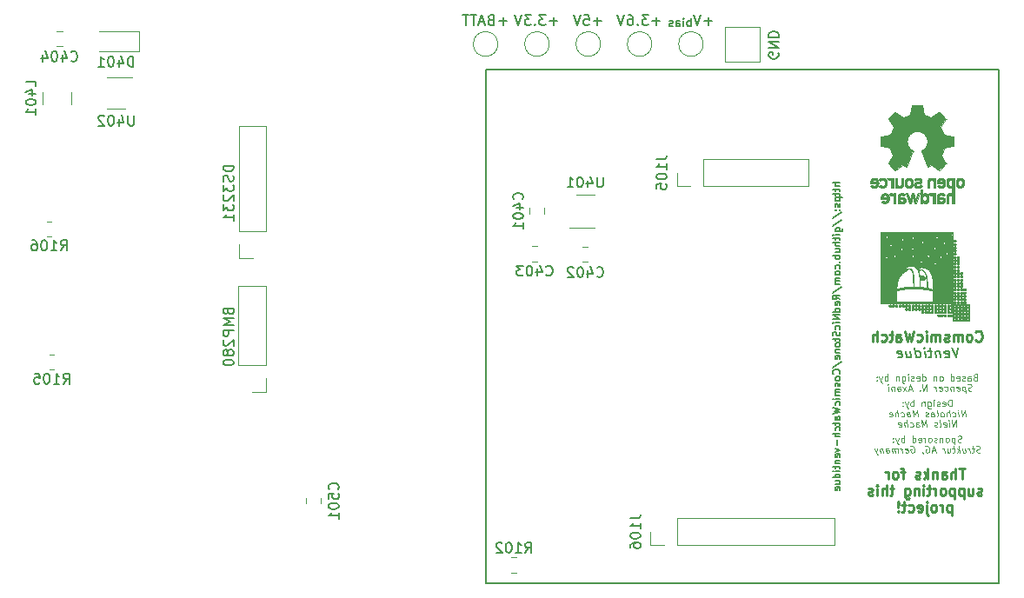
<source format=gbr>
%TF.GenerationSoftware,KiCad,Pcbnew,6.0.6-1.fc36*%
%TF.CreationDate,2022-07-31T18:36:15+02:00*%
%TF.ProjectId,CosmicWatch-ventidue,436f736d-6963-4576-9174-63682d76656e,rev?*%
%TF.SameCoordinates,Original*%
%TF.FileFunction,Legend,Bot*%
%TF.FilePolarity,Positive*%
%FSLAX46Y46*%
G04 Gerber Fmt 4.6, Leading zero omitted, Abs format (unit mm)*
G04 Created by KiCad (PCBNEW 6.0.6-1.fc36) date 2022-07-31 18:36:15*
%MOMM*%
%LPD*%
G01*
G04 APERTURE LIST*
%ADD10C,0.060000*%
%ADD11C,0.040000*%
%ADD12C,0.150000*%
%ADD13C,0.080000*%
%ADD14C,0.125000*%
%ADD15C,0.250000*%
%ADD16C,0.120000*%
G04 APERTURE END LIST*
D10*
G36*
X144379993Y-79832839D02*
G01*
X144385334Y-79833245D01*
X144390598Y-79833914D01*
X144395777Y-79834839D01*
X144400866Y-79836014D01*
X144405857Y-79837431D01*
X144410744Y-79839084D01*
X144415520Y-79840968D01*
X144420179Y-79843074D01*
X144424714Y-79845397D01*
X144429118Y-79847929D01*
X144433386Y-79850665D01*
X144437509Y-79853597D01*
X144441482Y-79856720D01*
X144445299Y-79860025D01*
X144448951Y-79863508D01*
X144452434Y-79867161D01*
X144455740Y-79870977D01*
X144458862Y-79874950D01*
X144461794Y-79879074D01*
X144464530Y-79883341D01*
X144467062Y-79887746D01*
X144469385Y-79892281D01*
X144471491Y-79896939D01*
X144473374Y-79901716D01*
X144475028Y-79906602D01*
X144476445Y-79911593D01*
X144477620Y-79916682D01*
X144478544Y-79921861D01*
X144479213Y-79927125D01*
X144479619Y-79932466D01*
X144479756Y-79937878D01*
X144479619Y-79943290D01*
X144479213Y-79948631D01*
X144478544Y-79953895D01*
X144477620Y-79959074D01*
X144476445Y-79964163D01*
X144475028Y-79969154D01*
X144473374Y-79974040D01*
X144471491Y-79978817D01*
X144469385Y-79983475D01*
X144467062Y-79988010D01*
X144464530Y-79992415D01*
X144461794Y-79996682D01*
X144458862Y-80000806D01*
X144455740Y-80004779D01*
X144452434Y-80008595D01*
X144448951Y-80012248D01*
X144445299Y-80015731D01*
X144441482Y-80019036D01*
X144437509Y-80022159D01*
X144433386Y-80025091D01*
X144429118Y-80027827D01*
X144424714Y-80030359D01*
X144420179Y-80032682D01*
X144415520Y-80034788D01*
X144410744Y-80036672D01*
X144405857Y-80038325D01*
X144400866Y-80039742D01*
X144395777Y-80040917D01*
X144390598Y-80041842D01*
X144385334Y-80042511D01*
X144379993Y-80042917D01*
X144374581Y-80043054D01*
X144369168Y-80042917D01*
X144363827Y-80042511D01*
X144358563Y-80041842D01*
X144353384Y-80040917D01*
X144348295Y-80039742D01*
X144343304Y-80038325D01*
X144338417Y-80036672D01*
X144333641Y-80034788D01*
X144328982Y-80032682D01*
X144324447Y-80030359D01*
X144320043Y-80027827D01*
X144315775Y-80025091D01*
X144311652Y-80022159D01*
X144307679Y-80019036D01*
X144303862Y-80015731D01*
X144300210Y-80012248D01*
X144296727Y-80008595D01*
X144293421Y-80004779D01*
X144290299Y-80000806D01*
X144287367Y-79996682D01*
X144284631Y-79992415D01*
X144282099Y-79988010D01*
X144279776Y-79983475D01*
X144277670Y-79978817D01*
X144275787Y-79974040D01*
X144274133Y-79969154D01*
X144272716Y-79964163D01*
X144271542Y-79959074D01*
X144270617Y-79953895D01*
X144269948Y-79948631D01*
X144269542Y-79943290D01*
X144269405Y-79937878D01*
X144269542Y-79932466D01*
X144269948Y-79927125D01*
X144270617Y-79921861D01*
X144271542Y-79916682D01*
X144272716Y-79911593D01*
X144274133Y-79906602D01*
X144275787Y-79901716D01*
X144277670Y-79896939D01*
X144279776Y-79892281D01*
X144282099Y-79887746D01*
X144284631Y-79883341D01*
X144287367Y-79879074D01*
X144290299Y-79874950D01*
X144293421Y-79870977D01*
X144296727Y-79867161D01*
X144300210Y-79863508D01*
X144303862Y-79860025D01*
X144307679Y-79856720D01*
X144311652Y-79853597D01*
X144315775Y-79850665D01*
X144320043Y-79847929D01*
X144324447Y-79845397D01*
X144328982Y-79843074D01*
X144333641Y-79840968D01*
X144338417Y-79839084D01*
X144343304Y-79837431D01*
X144348295Y-79836014D01*
X144353384Y-79834839D01*
X144358563Y-79833914D01*
X144363827Y-79833245D01*
X144369168Y-79832839D01*
X144374581Y-79832702D01*
X144379993Y-79832839D01*
G37*
X144379993Y-79832839D02*
X144385334Y-79833245D01*
X144390598Y-79833914D01*
X144395777Y-79834839D01*
X144400866Y-79836014D01*
X144405857Y-79837431D01*
X144410744Y-79839084D01*
X144415520Y-79840968D01*
X144420179Y-79843074D01*
X144424714Y-79845397D01*
X144429118Y-79847929D01*
X144433386Y-79850665D01*
X144437509Y-79853597D01*
X144441482Y-79856720D01*
X144445299Y-79860025D01*
X144448951Y-79863508D01*
X144452434Y-79867161D01*
X144455740Y-79870977D01*
X144458862Y-79874950D01*
X144461794Y-79879074D01*
X144464530Y-79883341D01*
X144467062Y-79887746D01*
X144469385Y-79892281D01*
X144471491Y-79896939D01*
X144473374Y-79901716D01*
X144475028Y-79906602D01*
X144476445Y-79911593D01*
X144477620Y-79916682D01*
X144478544Y-79921861D01*
X144479213Y-79927125D01*
X144479619Y-79932466D01*
X144479756Y-79937878D01*
X144479619Y-79943290D01*
X144479213Y-79948631D01*
X144478544Y-79953895D01*
X144477620Y-79959074D01*
X144476445Y-79964163D01*
X144475028Y-79969154D01*
X144473374Y-79974040D01*
X144471491Y-79978817D01*
X144469385Y-79983475D01*
X144467062Y-79988010D01*
X144464530Y-79992415D01*
X144461794Y-79996682D01*
X144458862Y-80000806D01*
X144455740Y-80004779D01*
X144452434Y-80008595D01*
X144448951Y-80012248D01*
X144445299Y-80015731D01*
X144441482Y-80019036D01*
X144437509Y-80022159D01*
X144433386Y-80025091D01*
X144429118Y-80027827D01*
X144424714Y-80030359D01*
X144420179Y-80032682D01*
X144415520Y-80034788D01*
X144410744Y-80036672D01*
X144405857Y-80038325D01*
X144400866Y-80039742D01*
X144395777Y-80040917D01*
X144390598Y-80041842D01*
X144385334Y-80042511D01*
X144379993Y-80042917D01*
X144374581Y-80043054D01*
X144369168Y-80042917D01*
X144363827Y-80042511D01*
X144358563Y-80041842D01*
X144353384Y-80040917D01*
X144348295Y-80039742D01*
X144343304Y-80038325D01*
X144338417Y-80036672D01*
X144333641Y-80034788D01*
X144328982Y-80032682D01*
X144324447Y-80030359D01*
X144320043Y-80027827D01*
X144315775Y-80025091D01*
X144311652Y-80022159D01*
X144307679Y-80019036D01*
X144303862Y-80015731D01*
X144300210Y-80012248D01*
X144296727Y-80008595D01*
X144293421Y-80004779D01*
X144290299Y-80000806D01*
X144287367Y-79996682D01*
X144284631Y-79992415D01*
X144282099Y-79988010D01*
X144279776Y-79983475D01*
X144277670Y-79978817D01*
X144275787Y-79974040D01*
X144274133Y-79969154D01*
X144272716Y-79964163D01*
X144271542Y-79959074D01*
X144270617Y-79953895D01*
X144269948Y-79948631D01*
X144269542Y-79943290D01*
X144269405Y-79937878D01*
X144269542Y-79932466D01*
X144269948Y-79927125D01*
X144270617Y-79921861D01*
X144271542Y-79916682D01*
X144272716Y-79911593D01*
X144274133Y-79906602D01*
X144275787Y-79901716D01*
X144277670Y-79896939D01*
X144279776Y-79892281D01*
X144282099Y-79887746D01*
X144284631Y-79883341D01*
X144287367Y-79879074D01*
X144290299Y-79874950D01*
X144293421Y-79870977D01*
X144296727Y-79867161D01*
X144300210Y-79863508D01*
X144303862Y-79860025D01*
X144307679Y-79856720D01*
X144311652Y-79853597D01*
X144315775Y-79850665D01*
X144320043Y-79847929D01*
X144324447Y-79845397D01*
X144328982Y-79843074D01*
X144333641Y-79840968D01*
X144338417Y-79839084D01*
X144343304Y-79837431D01*
X144348295Y-79836014D01*
X144353384Y-79834839D01*
X144358563Y-79833914D01*
X144363827Y-79833245D01*
X144369168Y-79832839D01*
X144374581Y-79832702D01*
X144379993Y-79832839D01*
G36*
X144695825Y-74784058D02*
G01*
X144701166Y-74784464D01*
X144706430Y-74785133D01*
X144711609Y-74786058D01*
X144716698Y-74787233D01*
X144721689Y-74788650D01*
X144726576Y-74790304D01*
X144731352Y-74792187D01*
X144736011Y-74794293D01*
X144740546Y-74796616D01*
X144744950Y-74799148D01*
X144749217Y-74801884D01*
X144753341Y-74804816D01*
X144757314Y-74807939D01*
X144761130Y-74811245D01*
X144764783Y-74814727D01*
X144768266Y-74818380D01*
X144771571Y-74822196D01*
X144774694Y-74826169D01*
X144777626Y-74830293D01*
X144780362Y-74834560D01*
X144782894Y-74838965D01*
X144785217Y-74843500D01*
X144787323Y-74848159D01*
X144789206Y-74852935D01*
X144790860Y-74857822D01*
X144792277Y-74862813D01*
X144793451Y-74867901D01*
X144794376Y-74873080D01*
X144795045Y-74878344D01*
X144795451Y-74883685D01*
X144795588Y-74889097D01*
X144795451Y-74894509D01*
X144795045Y-74899851D01*
X144794376Y-74905114D01*
X144793451Y-74910293D01*
X144792277Y-74915382D01*
X144790860Y-74920373D01*
X144789206Y-74925260D01*
X144787323Y-74930036D01*
X144785217Y-74934695D01*
X144782894Y-74939230D01*
X144780362Y-74943634D01*
X144777626Y-74947901D01*
X144774694Y-74952025D01*
X144771571Y-74955998D01*
X144768266Y-74959814D01*
X144764783Y-74963467D01*
X144761130Y-74966950D01*
X144757314Y-74970255D01*
X144753341Y-74973378D01*
X144749217Y-74976310D01*
X144744950Y-74979046D01*
X144740546Y-74981579D01*
X144736011Y-74983901D01*
X144731352Y-74986008D01*
X144726576Y-74987891D01*
X144721689Y-74989544D01*
X144716698Y-74990962D01*
X144711609Y-74992136D01*
X144706430Y-74993061D01*
X144701166Y-74993730D01*
X144695825Y-74994136D01*
X144690412Y-74994273D01*
X144685000Y-74994136D01*
X144679659Y-74993730D01*
X144674395Y-74993061D01*
X144669215Y-74992136D01*
X144664127Y-74990962D01*
X144659136Y-74989544D01*
X144654249Y-74987891D01*
X144649473Y-74986008D01*
X144644814Y-74983901D01*
X144640279Y-74981579D01*
X144635874Y-74979046D01*
X144631607Y-74976310D01*
X144627484Y-74973378D01*
X144623510Y-74970255D01*
X144619694Y-74966950D01*
X144616041Y-74963467D01*
X144612559Y-74959814D01*
X144609253Y-74955998D01*
X144606131Y-74952025D01*
X144603199Y-74947901D01*
X144600463Y-74943634D01*
X144597930Y-74939230D01*
X144595608Y-74934695D01*
X144593502Y-74930036D01*
X144591618Y-74925260D01*
X144589965Y-74920373D01*
X144588548Y-74915382D01*
X144587373Y-74910293D01*
X144586448Y-74905114D01*
X144585780Y-74899851D01*
X144585373Y-74894509D01*
X144585236Y-74889097D01*
X144585373Y-74883685D01*
X144585780Y-74878344D01*
X144586448Y-74873080D01*
X144587373Y-74867901D01*
X144588548Y-74862813D01*
X144589965Y-74857822D01*
X144591618Y-74852935D01*
X144593502Y-74848159D01*
X144595608Y-74843500D01*
X144597930Y-74838965D01*
X144600463Y-74834560D01*
X144603199Y-74830293D01*
X144606131Y-74826169D01*
X144609253Y-74822196D01*
X144612559Y-74818380D01*
X144616041Y-74814727D01*
X144619694Y-74811245D01*
X144623510Y-74807939D01*
X144627484Y-74804816D01*
X144631607Y-74801884D01*
X144635874Y-74799148D01*
X144640279Y-74796616D01*
X144644814Y-74794293D01*
X144649473Y-74792187D01*
X144654249Y-74790304D01*
X144659136Y-74788650D01*
X144664127Y-74787233D01*
X144669215Y-74786058D01*
X144674395Y-74785133D01*
X144679659Y-74784464D01*
X144685000Y-74784058D01*
X144690412Y-74783921D01*
X144695825Y-74784058D01*
G37*
X144695825Y-74784058D02*
X144701166Y-74784464D01*
X144706430Y-74785133D01*
X144711609Y-74786058D01*
X144716698Y-74787233D01*
X144721689Y-74788650D01*
X144726576Y-74790304D01*
X144731352Y-74792187D01*
X144736011Y-74794293D01*
X144740546Y-74796616D01*
X144744950Y-74799148D01*
X144749217Y-74801884D01*
X144753341Y-74804816D01*
X144757314Y-74807939D01*
X144761130Y-74811245D01*
X144764783Y-74814727D01*
X144768266Y-74818380D01*
X144771571Y-74822196D01*
X144774694Y-74826169D01*
X144777626Y-74830293D01*
X144780362Y-74834560D01*
X144782894Y-74838965D01*
X144785217Y-74843500D01*
X144787323Y-74848159D01*
X144789206Y-74852935D01*
X144790860Y-74857822D01*
X144792277Y-74862813D01*
X144793451Y-74867901D01*
X144794376Y-74873080D01*
X144795045Y-74878344D01*
X144795451Y-74883685D01*
X144795588Y-74889097D01*
X144795451Y-74894509D01*
X144795045Y-74899851D01*
X144794376Y-74905114D01*
X144793451Y-74910293D01*
X144792277Y-74915382D01*
X144790860Y-74920373D01*
X144789206Y-74925260D01*
X144787323Y-74930036D01*
X144785217Y-74934695D01*
X144782894Y-74939230D01*
X144780362Y-74943634D01*
X144777626Y-74947901D01*
X144774694Y-74952025D01*
X144771571Y-74955998D01*
X144768266Y-74959814D01*
X144764783Y-74963467D01*
X144761130Y-74966950D01*
X144757314Y-74970255D01*
X144753341Y-74973378D01*
X144749217Y-74976310D01*
X144744950Y-74979046D01*
X144740546Y-74981579D01*
X144736011Y-74983901D01*
X144731352Y-74986008D01*
X144726576Y-74987891D01*
X144721689Y-74989544D01*
X144716698Y-74990962D01*
X144711609Y-74992136D01*
X144706430Y-74993061D01*
X144701166Y-74993730D01*
X144695825Y-74994136D01*
X144690412Y-74994273D01*
X144685000Y-74994136D01*
X144679659Y-74993730D01*
X144674395Y-74993061D01*
X144669215Y-74992136D01*
X144664127Y-74990962D01*
X144659136Y-74989544D01*
X144654249Y-74987891D01*
X144649473Y-74986008D01*
X144644814Y-74983901D01*
X144640279Y-74981579D01*
X144635874Y-74979046D01*
X144631607Y-74976310D01*
X144627484Y-74973378D01*
X144623510Y-74970255D01*
X144619694Y-74966950D01*
X144616041Y-74963467D01*
X144612559Y-74959814D01*
X144609253Y-74955998D01*
X144606131Y-74952025D01*
X144603199Y-74947901D01*
X144600463Y-74943634D01*
X144597930Y-74939230D01*
X144595608Y-74934695D01*
X144593502Y-74930036D01*
X144591618Y-74925260D01*
X144589965Y-74920373D01*
X144588548Y-74915382D01*
X144587373Y-74910293D01*
X144586448Y-74905114D01*
X144585780Y-74899851D01*
X144585373Y-74894509D01*
X144585236Y-74889097D01*
X144585373Y-74883685D01*
X144585780Y-74878344D01*
X144586448Y-74873080D01*
X144587373Y-74867901D01*
X144588548Y-74862813D01*
X144589965Y-74857822D01*
X144591618Y-74852935D01*
X144593502Y-74848159D01*
X144595608Y-74843500D01*
X144597930Y-74838965D01*
X144600463Y-74834560D01*
X144603199Y-74830293D01*
X144606131Y-74826169D01*
X144609253Y-74822196D01*
X144612559Y-74818380D01*
X144616041Y-74814727D01*
X144619694Y-74811245D01*
X144623510Y-74807939D01*
X144627484Y-74804816D01*
X144631607Y-74801884D01*
X144635874Y-74799148D01*
X144640279Y-74796616D01*
X144644814Y-74794293D01*
X144649473Y-74792187D01*
X144654249Y-74790304D01*
X144659136Y-74788650D01*
X144664127Y-74787233D01*
X144669215Y-74786058D01*
X144674395Y-74785133D01*
X144679659Y-74784464D01*
X144685000Y-74784058D01*
X144690412Y-74783921D01*
X144695825Y-74784058D01*
G36*
X139015392Y-78886147D02*
G01*
X139020733Y-78886553D01*
X139025997Y-78887222D01*
X139031176Y-78888147D01*
X139036265Y-78889322D01*
X139041256Y-78890739D01*
X139046143Y-78892393D01*
X139050919Y-78894276D01*
X139055578Y-78896382D01*
X139060113Y-78898705D01*
X139064517Y-78901237D01*
X139068785Y-78903973D01*
X139072908Y-78906905D01*
X139076881Y-78910028D01*
X139080698Y-78913334D01*
X139084350Y-78916816D01*
X139087833Y-78920469D01*
X139091138Y-78924285D01*
X139094261Y-78928258D01*
X139097193Y-78932382D01*
X139099929Y-78936649D01*
X139102461Y-78941054D01*
X139104784Y-78945589D01*
X139106890Y-78950248D01*
X139108773Y-78955024D01*
X139110427Y-78959911D01*
X139111844Y-78964901D01*
X139113018Y-78969990D01*
X139113943Y-78975169D01*
X139114612Y-78980433D01*
X139115018Y-78985774D01*
X139115155Y-78991186D01*
X139115018Y-78996598D01*
X139114612Y-79001939D01*
X139113943Y-79007203D01*
X139113018Y-79012382D01*
X139111844Y-79017471D01*
X139110427Y-79022462D01*
X139108773Y-79027349D01*
X139106890Y-79032125D01*
X139104784Y-79036784D01*
X139102461Y-79041319D01*
X139099929Y-79045723D01*
X139097193Y-79049990D01*
X139094261Y-79054114D01*
X139091138Y-79058087D01*
X139087833Y-79061903D01*
X139084350Y-79065556D01*
X139080698Y-79069039D01*
X139076881Y-79072344D01*
X139072908Y-79075467D01*
X139068785Y-79078399D01*
X139064517Y-79081135D01*
X139060113Y-79083667D01*
X139055578Y-79085990D01*
X139050919Y-79088096D01*
X139046143Y-79089980D01*
X139041256Y-79091633D01*
X139036265Y-79093051D01*
X139031176Y-79094225D01*
X139025997Y-79095150D01*
X139020733Y-79095819D01*
X139015392Y-79096225D01*
X139009979Y-79096362D01*
X139004567Y-79096225D01*
X138999226Y-79095819D01*
X138993962Y-79095150D01*
X138988783Y-79094225D01*
X138983694Y-79093051D01*
X138978703Y-79091633D01*
X138973816Y-79089980D01*
X138969040Y-79088096D01*
X138964381Y-79085990D01*
X138959846Y-79083667D01*
X138955441Y-79081135D01*
X138951174Y-79078399D01*
X138947051Y-79075467D01*
X138943077Y-79072344D01*
X138939261Y-79069039D01*
X138935609Y-79065556D01*
X138932126Y-79061903D01*
X138928820Y-79058087D01*
X138925698Y-79054114D01*
X138922766Y-79049990D01*
X138920030Y-79045723D01*
X138917498Y-79041319D01*
X138915175Y-79036784D01*
X138913069Y-79032125D01*
X138911186Y-79027349D01*
X138909532Y-79022462D01*
X138908115Y-79017471D01*
X138906940Y-79012382D01*
X138906015Y-79007203D01*
X138905347Y-79001939D01*
X138904940Y-78996598D01*
X138904804Y-78991186D01*
X138904940Y-78985774D01*
X138905347Y-78980433D01*
X138906015Y-78975169D01*
X138906940Y-78969990D01*
X138908115Y-78964901D01*
X138909532Y-78959911D01*
X138911186Y-78955024D01*
X138913069Y-78950248D01*
X138915175Y-78945589D01*
X138917498Y-78941054D01*
X138920030Y-78936649D01*
X138922766Y-78932382D01*
X138925698Y-78928258D01*
X138928820Y-78924285D01*
X138932126Y-78920469D01*
X138935609Y-78916816D01*
X138939261Y-78913334D01*
X138943077Y-78910028D01*
X138947051Y-78906905D01*
X138951174Y-78903973D01*
X138955441Y-78901237D01*
X138959846Y-78898705D01*
X138964381Y-78896382D01*
X138969040Y-78894276D01*
X138973816Y-78892393D01*
X138978703Y-78890739D01*
X138983694Y-78889322D01*
X138988783Y-78888147D01*
X138993962Y-78887222D01*
X138999226Y-78886553D01*
X139004567Y-78886147D01*
X139009979Y-78886010D01*
X139015392Y-78886147D01*
G37*
X139015392Y-78886147D02*
X139020733Y-78886553D01*
X139025997Y-78887222D01*
X139031176Y-78888147D01*
X139036265Y-78889322D01*
X139041256Y-78890739D01*
X139046143Y-78892393D01*
X139050919Y-78894276D01*
X139055578Y-78896382D01*
X139060113Y-78898705D01*
X139064517Y-78901237D01*
X139068785Y-78903973D01*
X139072908Y-78906905D01*
X139076881Y-78910028D01*
X139080698Y-78913334D01*
X139084350Y-78916816D01*
X139087833Y-78920469D01*
X139091138Y-78924285D01*
X139094261Y-78928258D01*
X139097193Y-78932382D01*
X139099929Y-78936649D01*
X139102461Y-78941054D01*
X139104784Y-78945589D01*
X139106890Y-78950248D01*
X139108773Y-78955024D01*
X139110427Y-78959911D01*
X139111844Y-78964901D01*
X139113018Y-78969990D01*
X139113943Y-78975169D01*
X139114612Y-78980433D01*
X139115018Y-78985774D01*
X139115155Y-78991186D01*
X139115018Y-78996598D01*
X139114612Y-79001939D01*
X139113943Y-79007203D01*
X139113018Y-79012382D01*
X139111844Y-79017471D01*
X139110427Y-79022462D01*
X139108773Y-79027349D01*
X139106890Y-79032125D01*
X139104784Y-79036784D01*
X139102461Y-79041319D01*
X139099929Y-79045723D01*
X139097193Y-79049990D01*
X139094261Y-79054114D01*
X139091138Y-79058087D01*
X139087833Y-79061903D01*
X139084350Y-79065556D01*
X139080698Y-79069039D01*
X139076881Y-79072344D01*
X139072908Y-79075467D01*
X139068785Y-79078399D01*
X139064517Y-79081135D01*
X139060113Y-79083667D01*
X139055578Y-79085990D01*
X139050919Y-79088096D01*
X139046143Y-79089980D01*
X139041256Y-79091633D01*
X139036265Y-79093051D01*
X139031176Y-79094225D01*
X139025997Y-79095150D01*
X139020733Y-79095819D01*
X139015392Y-79096225D01*
X139009979Y-79096362D01*
X139004567Y-79096225D01*
X138999226Y-79095819D01*
X138993962Y-79095150D01*
X138988783Y-79094225D01*
X138983694Y-79093051D01*
X138978703Y-79091633D01*
X138973816Y-79089980D01*
X138969040Y-79088096D01*
X138964381Y-79085990D01*
X138959846Y-79083667D01*
X138955441Y-79081135D01*
X138951174Y-79078399D01*
X138947051Y-79075467D01*
X138943077Y-79072344D01*
X138939261Y-79069039D01*
X138935609Y-79065556D01*
X138932126Y-79061903D01*
X138928820Y-79058087D01*
X138925698Y-79054114D01*
X138922766Y-79049990D01*
X138920030Y-79045723D01*
X138917498Y-79041319D01*
X138915175Y-79036784D01*
X138913069Y-79032125D01*
X138911186Y-79027349D01*
X138909532Y-79022462D01*
X138908115Y-79017471D01*
X138906940Y-79012382D01*
X138906015Y-79007203D01*
X138905347Y-79001939D01*
X138904940Y-78996598D01*
X138904804Y-78991186D01*
X138904940Y-78985774D01*
X138905347Y-78980433D01*
X138906015Y-78975169D01*
X138906940Y-78969990D01*
X138908115Y-78964901D01*
X138909532Y-78959911D01*
X138911186Y-78955024D01*
X138913069Y-78950248D01*
X138915175Y-78945589D01*
X138917498Y-78941054D01*
X138920030Y-78936649D01*
X138922766Y-78932382D01*
X138925698Y-78928258D01*
X138928820Y-78924285D01*
X138932126Y-78920469D01*
X138935609Y-78916816D01*
X138939261Y-78913334D01*
X138943077Y-78910028D01*
X138947051Y-78906905D01*
X138951174Y-78903973D01*
X138955441Y-78901237D01*
X138959846Y-78898705D01*
X138964381Y-78896382D01*
X138969040Y-78894276D01*
X138973816Y-78892393D01*
X138978703Y-78890739D01*
X138983694Y-78889322D01*
X138988783Y-78888147D01*
X138993962Y-78887222D01*
X138999226Y-78886553D01*
X139004567Y-78886147D01*
X139009979Y-78886010D01*
X139015392Y-78886147D01*
G36*
X143117874Y-79201679D02*
G01*
X143123216Y-79202085D01*
X143128479Y-79202754D01*
X143133659Y-79203679D01*
X143138747Y-79204854D01*
X143143738Y-79206271D01*
X143148625Y-79207924D01*
X143153402Y-79209808D01*
X143158060Y-79211914D01*
X143162595Y-79214237D01*
X143167000Y-79216769D01*
X143171267Y-79219505D01*
X143175391Y-79222437D01*
X143179364Y-79225560D01*
X143183180Y-79228865D01*
X143186833Y-79232348D01*
X143190315Y-79236001D01*
X143193621Y-79239817D01*
X143196743Y-79243790D01*
X143199676Y-79247914D01*
X143202411Y-79252181D01*
X143204944Y-79256586D01*
X143207266Y-79261121D01*
X143209373Y-79265779D01*
X143211256Y-79270556D01*
X143212909Y-79275442D01*
X143214327Y-79280433D01*
X143215501Y-79285522D01*
X143216426Y-79290701D01*
X143217095Y-79295965D01*
X143217501Y-79301306D01*
X143217638Y-79306718D01*
X143217501Y-79312130D01*
X143217095Y-79317471D01*
X143216426Y-79322735D01*
X143215501Y-79327914D01*
X143214327Y-79333003D01*
X143212909Y-79337994D01*
X143211256Y-79342880D01*
X143209373Y-79347657D01*
X143207266Y-79352315D01*
X143204944Y-79356850D01*
X143202411Y-79361255D01*
X143199676Y-79365522D01*
X143196743Y-79369646D01*
X143193621Y-79373619D01*
X143190315Y-79377435D01*
X143186833Y-79381088D01*
X143183180Y-79384571D01*
X143179364Y-79387876D01*
X143175391Y-79390999D01*
X143171267Y-79393931D01*
X143167000Y-79396667D01*
X143162595Y-79399199D01*
X143158060Y-79401522D01*
X143153402Y-79403628D01*
X143148625Y-79405512D01*
X143143738Y-79407165D01*
X143138747Y-79408583D01*
X143133659Y-79409757D01*
X143128479Y-79410682D01*
X143123216Y-79411351D01*
X143117874Y-79411757D01*
X143112462Y-79411894D01*
X143107050Y-79411757D01*
X143101708Y-79411351D01*
X143096445Y-79410682D01*
X143091265Y-79409757D01*
X143086177Y-79408583D01*
X143081186Y-79407165D01*
X143076299Y-79405512D01*
X143071522Y-79403628D01*
X143066864Y-79401522D01*
X143062329Y-79399199D01*
X143057924Y-79396667D01*
X143053657Y-79393931D01*
X143049533Y-79390999D01*
X143045560Y-79387876D01*
X143041744Y-79384571D01*
X143038091Y-79381088D01*
X143034609Y-79377435D01*
X143031303Y-79373619D01*
X143028181Y-79369646D01*
X143025248Y-79365522D01*
X143022513Y-79361255D01*
X143019980Y-79356850D01*
X143017658Y-79352315D01*
X143015551Y-79347657D01*
X143013668Y-79342880D01*
X143012015Y-79337994D01*
X143010597Y-79333003D01*
X143009423Y-79327914D01*
X143008498Y-79322735D01*
X143007829Y-79317471D01*
X143007423Y-79312130D01*
X143007286Y-79306718D01*
X143007423Y-79301306D01*
X143007829Y-79295965D01*
X143008498Y-79290701D01*
X143009423Y-79285522D01*
X143010597Y-79280433D01*
X143012015Y-79275442D01*
X143013668Y-79270556D01*
X143015551Y-79265779D01*
X143017658Y-79261121D01*
X143019980Y-79256586D01*
X143022513Y-79252181D01*
X143025248Y-79247914D01*
X143028181Y-79243790D01*
X143031303Y-79239817D01*
X143034609Y-79236001D01*
X143038091Y-79232348D01*
X143041744Y-79228865D01*
X143045560Y-79225560D01*
X143049533Y-79222437D01*
X143053657Y-79219505D01*
X143057924Y-79216769D01*
X143062329Y-79214237D01*
X143066864Y-79211914D01*
X143071522Y-79209808D01*
X143076299Y-79207924D01*
X143081186Y-79206271D01*
X143086177Y-79204854D01*
X143091265Y-79203679D01*
X143096445Y-79202754D01*
X143101708Y-79202085D01*
X143107050Y-79201679D01*
X143112462Y-79201542D01*
X143117874Y-79201679D01*
G37*
X143117874Y-79201679D02*
X143123216Y-79202085D01*
X143128479Y-79202754D01*
X143133659Y-79203679D01*
X143138747Y-79204854D01*
X143143738Y-79206271D01*
X143148625Y-79207924D01*
X143153402Y-79209808D01*
X143158060Y-79211914D01*
X143162595Y-79214237D01*
X143167000Y-79216769D01*
X143171267Y-79219505D01*
X143175391Y-79222437D01*
X143179364Y-79225560D01*
X143183180Y-79228865D01*
X143186833Y-79232348D01*
X143190315Y-79236001D01*
X143193621Y-79239817D01*
X143196743Y-79243790D01*
X143199676Y-79247914D01*
X143202411Y-79252181D01*
X143204944Y-79256586D01*
X143207266Y-79261121D01*
X143209373Y-79265779D01*
X143211256Y-79270556D01*
X143212909Y-79275442D01*
X143214327Y-79280433D01*
X143215501Y-79285522D01*
X143216426Y-79290701D01*
X143217095Y-79295965D01*
X143217501Y-79301306D01*
X143217638Y-79306718D01*
X143217501Y-79312130D01*
X143217095Y-79317471D01*
X143216426Y-79322735D01*
X143215501Y-79327914D01*
X143214327Y-79333003D01*
X143212909Y-79337994D01*
X143211256Y-79342880D01*
X143209373Y-79347657D01*
X143207266Y-79352315D01*
X143204944Y-79356850D01*
X143202411Y-79361255D01*
X143199676Y-79365522D01*
X143196743Y-79369646D01*
X143193621Y-79373619D01*
X143190315Y-79377435D01*
X143186833Y-79381088D01*
X143183180Y-79384571D01*
X143179364Y-79387876D01*
X143175391Y-79390999D01*
X143171267Y-79393931D01*
X143167000Y-79396667D01*
X143162595Y-79399199D01*
X143158060Y-79401522D01*
X143153402Y-79403628D01*
X143148625Y-79405512D01*
X143143738Y-79407165D01*
X143138747Y-79408583D01*
X143133659Y-79409757D01*
X143128479Y-79410682D01*
X143123216Y-79411351D01*
X143117874Y-79411757D01*
X143112462Y-79411894D01*
X143107050Y-79411757D01*
X143101708Y-79411351D01*
X143096445Y-79410682D01*
X143091265Y-79409757D01*
X143086177Y-79408583D01*
X143081186Y-79407165D01*
X143076299Y-79405512D01*
X143071522Y-79403628D01*
X143066864Y-79401522D01*
X143062329Y-79399199D01*
X143057924Y-79396667D01*
X143053657Y-79393931D01*
X143049533Y-79390999D01*
X143045560Y-79387876D01*
X143041744Y-79384571D01*
X143038091Y-79381088D01*
X143034609Y-79377435D01*
X143031303Y-79373619D01*
X143028181Y-79369646D01*
X143025248Y-79365522D01*
X143022513Y-79361255D01*
X143019980Y-79356850D01*
X143017658Y-79352315D01*
X143015551Y-79347657D01*
X143013668Y-79342880D01*
X143012015Y-79337994D01*
X143010597Y-79333003D01*
X143009423Y-79327914D01*
X143008498Y-79322735D01*
X143007829Y-79317471D01*
X143007423Y-79312130D01*
X143007286Y-79306718D01*
X143007423Y-79301306D01*
X143007829Y-79295965D01*
X143008498Y-79290701D01*
X143009423Y-79285522D01*
X143010597Y-79280433D01*
X143012015Y-79275442D01*
X143013668Y-79270556D01*
X143015551Y-79265779D01*
X143017658Y-79261121D01*
X143019980Y-79256586D01*
X143022513Y-79252181D01*
X143025248Y-79247914D01*
X143028181Y-79243790D01*
X143031303Y-79239817D01*
X143034609Y-79236001D01*
X143038091Y-79232348D01*
X143041744Y-79228865D01*
X143045560Y-79225560D01*
X143049533Y-79222437D01*
X143053657Y-79219505D01*
X143057924Y-79216769D01*
X143062329Y-79214237D01*
X143066864Y-79211914D01*
X143071522Y-79209808D01*
X143076299Y-79207924D01*
X143081186Y-79206271D01*
X143086177Y-79204854D01*
X143091265Y-79203679D01*
X143096445Y-79202754D01*
X143101708Y-79202085D01*
X143107050Y-79201679D01*
X143112462Y-79201542D01*
X143117874Y-79201679D01*
G36*
X145011357Y-77624120D02*
G01*
X145016698Y-77624526D01*
X145021962Y-77625195D01*
X145027141Y-77626120D01*
X145032230Y-77627295D01*
X145037221Y-77628712D01*
X145042108Y-77630366D01*
X145046884Y-77632249D01*
X145051543Y-77634355D01*
X145056078Y-77636678D01*
X145060482Y-77639210D01*
X145064749Y-77641946D01*
X145068873Y-77644878D01*
X145072846Y-77648001D01*
X145076662Y-77651307D01*
X145080315Y-77654789D01*
X145083798Y-77658442D01*
X145087103Y-77662258D01*
X145090226Y-77666231D01*
X145093158Y-77670355D01*
X145095894Y-77674622D01*
X145098426Y-77679027D01*
X145100749Y-77683562D01*
X145102855Y-77688221D01*
X145104738Y-77692997D01*
X145106392Y-77697884D01*
X145107809Y-77702875D01*
X145108983Y-77707963D01*
X145109908Y-77713142D01*
X145110577Y-77718406D01*
X145110983Y-77723747D01*
X145111120Y-77729159D01*
X145110983Y-77734571D01*
X145110577Y-77739913D01*
X145109908Y-77745176D01*
X145108983Y-77750355D01*
X145107809Y-77755444D01*
X145106392Y-77760435D01*
X145104738Y-77765322D01*
X145102855Y-77770098D01*
X145100749Y-77774757D01*
X145098426Y-77779292D01*
X145095894Y-77783696D01*
X145093158Y-77787963D01*
X145090226Y-77792087D01*
X145087103Y-77796060D01*
X145083798Y-77799876D01*
X145080315Y-77803529D01*
X145076662Y-77807012D01*
X145072846Y-77810317D01*
X145068873Y-77813440D01*
X145064749Y-77816372D01*
X145060482Y-77819108D01*
X145056078Y-77821640D01*
X145051543Y-77823963D01*
X145046884Y-77826069D01*
X145042108Y-77827953D01*
X145037221Y-77829606D01*
X145032230Y-77831024D01*
X145027141Y-77832198D01*
X145021962Y-77833123D01*
X145016698Y-77833792D01*
X145011357Y-77834198D01*
X145005944Y-77834335D01*
X145000532Y-77834198D01*
X144995190Y-77833792D01*
X144989927Y-77833123D01*
X144984747Y-77832198D01*
X144979659Y-77831024D01*
X144974668Y-77829606D01*
X144969781Y-77827953D01*
X144965005Y-77826069D01*
X144960346Y-77823963D01*
X144955811Y-77821640D01*
X144951406Y-77819108D01*
X144947139Y-77816372D01*
X144943015Y-77813440D01*
X144939042Y-77810317D01*
X144935226Y-77807012D01*
X144931573Y-77803529D01*
X144928091Y-77799876D01*
X144924785Y-77796060D01*
X144921663Y-77792087D01*
X144918731Y-77787963D01*
X144915995Y-77783696D01*
X144913462Y-77779292D01*
X144911140Y-77774757D01*
X144909034Y-77770098D01*
X144907150Y-77765322D01*
X144905497Y-77760435D01*
X144904080Y-77755444D01*
X144902905Y-77750355D01*
X144901980Y-77745176D01*
X144901311Y-77739913D01*
X144900905Y-77734571D01*
X144900768Y-77729159D01*
X144900905Y-77723747D01*
X144901311Y-77718406D01*
X144901980Y-77713142D01*
X144902905Y-77707963D01*
X144904080Y-77702875D01*
X144905497Y-77697884D01*
X144907150Y-77692997D01*
X144909034Y-77688221D01*
X144911140Y-77683562D01*
X144913462Y-77679027D01*
X144915995Y-77674622D01*
X144918731Y-77670355D01*
X144921663Y-77666231D01*
X144924785Y-77662258D01*
X144928091Y-77658442D01*
X144931573Y-77654789D01*
X144935226Y-77651307D01*
X144939042Y-77648001D01*
X144943015Y-77644878D01*
X144947139Y-77641946D01*
X144951406Y-77639210D01*
X144955811Y-77636678D01*
X144960346Y-77634355D01*
X144965005Y-77632249D01*
X144969781Y-77630366D01*
X144974668Y-77628712D01*
X144979659Y-77627295D01*
X144984747Y-77626120D01*
X144989927Y-77625195D01*
X144995190Y-77624526D01*
X145000532Y-77624120D01*
X145005944Y-77623983D01*
X145011357Y-77624120D01*
G37*
X145011357Y-77624120D02*
X145016698Y-77624526D01*
X145021962Y-77625195D01*
X145027141Y-77626120D01*
X145032230Y-77627295D01*
X145037221Y-77628712D01*
X145042108Y-77630366D01*
X145046884Y-77632249D01*
X145051543Y-77634355D01*
X145056078Y-77636678D01*
X145060482Y-77639210D01*
X145064749Y-77641946D01*
X145068873Y-77644878D01*
X145072846Y-77648001D01*
X145076662Y-77651307D01*
X145080315Y-77654789D01*
X145083798Y-77658442D01*
X145087103Y-77662258D01*
X145090226Y-77666231D01*
X145093158Y-77670355D01*
X145095894Y-77674622D01*
X145098426Y-77679027D01*
X145100749Y-77683562D01*
X145102855Y-77688221D01*
X145104738Y-77692997D01*
X145106392Y-77697884D01*
X145107809Y-77702875D01*
X145108983Y-77707963D01*
X145109908Y-77713142D01*
X145110577Y-77718406D01*
X145110983Y-77723747D01*
X145111120Y-77729159D01*
X145110983Y-77734571D01*
X145110577Y-77739913D01*
X145109908Y-77745176D01*
X145108983Y-77750355D01*
X145107809Y-77755444D01*
X145106392Y-77760435D01*
X145104738Y-77765322D01*
X145102855Y-77770098D01*
X145100749Y-77774757D01*
X145098426Y-77779292D01*
X145095894Y-77783696D01*
X145093158Y-77787963D01*
X145090226Y-77792087D01*
X145087103Y-77796060D01*
X145083798Y-77799876D01*
X145080315Y-77803529D01*
X145076662Y-77807012D01*
X145072846Y-77810317D01*
X145068873Y-77813440D01*
X145064749Y-77816372D01*
X145060482Y-77819108D01*
X145056078Y-77821640D01*
X145051543Y-77823963D01*
X145046884Y-77826069D01*
X145042108Y-77827953D01*
X145037221Y-77829606D01*
X145032230Y-77831024D01*
X145027141Y-77832198D01*
X145021962Y-77833123D01*
X145016698Y-77833792D01*
X145011357Y-77834198D01*
X145005944Y-77834335D01*
X145000532Y-77834198D01*
X144995190Y-77833792D01*
X144989927Y-77833123D01*
X144984747Y-77832198D01*
X144979659Y-77831024D01*
X144974668Y-77829606D01*
X144969781Y-77827953D01*
X144965005Y-77826069D01*
X144960346Y-77823963D01*
X144955811Y-77821640D01*
X144951406Y-77819108D01*
X144947139Y-77816372D01*
X144943015Y-77813440D01*
X144939042Y-77810317D01*
X144935226Y-77807012D01*
X144931573Y-77803529D01*
X144928091Y-77799876D01*
X144924785Y-77796060D01*
X144921663Y-77792087D01*
X144918731Y-77787963D01*
X144915995Y-77783696D01*
X144913462Y-77779292D01*
X144911140Y-77774757D01*
X144909034Y-77770098D01*
X144907150Y-77765322D01*
X144905497Y-77760435D01*
X144904080Y-77755444D01*
X144902905Y-77750355D01*
X144901980Y-77745176D01*
X144901311Y-77739913D01*
X144900905Y-77734571D01*
X144900768Y-77729159D01*
X144900905Y-77723747D01*
X144901311Y-77718406D01*
X144901980Y-77713142D01*
X144902905Y-77707963D01*
X144904080Y-77702875D01*
X144905497Y-77697884D01*
X144907150Y-77692997D01*
X144909034Y-77688221D01*
X144911140Y-77683562D01*
X144913462Y-77679027D01*
X144915995Y-77674622D01*
X144918731Y-77670355D01*
X144921663Y-77666231D01*
X144924785Y-77662258D01*
X144928091Y-77658442D01*
X144931573Y-77654789D01*
X144935226Y-77651307D01*
X144939042Y-77648001D01*
X144943015Y-77644878D01*
X144947139Y-77641946D01*
X144951406Y-77639210D01*
X144955811Y-77636678D01*
X144960346Y-77634355D01*
X144965005Y-77632249D01*
X144969781Y-77630366D01*
X144974668Y-77628712D01*
X144979659Y-77627295D01*
X144984747Y-77626120D01*
X144989927Y-77625195D01*
X144995190Y-77624526D01*
X145000532Y-77624120D01*
X145005944Y-77623983D01*
X145011357Y-77624120D01*
G36*
X144695825Y-76677428D02*
G01*
X144701166Y-76677834D01*
X144706430Y-76678503D01*
X144711609Y-76679428D01*
X144716698Y-76680603D01*
X144721689Y-76682020D01*
X144726576Y-76683674D01*
X144731352Y-76685557D01*
X144736011Y-76687663D01*
X144740546Y-76689986D01*
X144744950Y-76692518D01*
X144749217Y-76695254D01*
X144753341Y-76698187D01*
X144757314Y-76701309D01*
X144761130Y-76704615D01*
X144764783Y-76708097D01*
X144768266Y-76711750D01*
X144771571Y-76715566D01*
X144774694Y-76719539D01*
X144777626Y-76723663D01*
X144780362Y-76727930D01*
X144782894Y-76732335D01*
X144785217Y-76736870D01*
X144787323Y-76741529D01*
X144789206Y-76746305D01*
X144790860Y-76751192D01*
X144792277Y-76756183D01*
X144793451Y-76761271D01*
X144794376Y-76766450D01*
X144795045Y-76771714D01*
X144795451Y-76777055D01*
X144795588Y-76782467D01*
X144795451Y-76787879D01*
X144795045Y-76793221D01*
X144794376Y-76798484D01*
X144793451Y-76803663D01*
X144792277Y-76808752D01*
X144790860Y-76813743D01*
X144789206Y-76818630D01*
X144787323Y-76823406D01*
X144785217Y-76828065D01*
X144782894Y-76832600D01*
X144780362Y-76837004D01*
X144777626Y-76841271D01*
X144774694Y-76845395D01*
X144771571Y-76849368D01*
X144768266Y-76853185D01*
X144764783Y-76856837D01*
X144761130Y-76860320D01*
X144757314Y-76863626D01*
X144753341Y-76866748D01*
X144749217Y-76869680D01*
X144744950Y-76872416D01*
X144740546Y-76874949D01*
X144736011Y-76877271D01*
X144731352Y-76879378D01*
X144726576Y-76881261D01*
X144721689Y-76882914D01*
X144716698Y-76884332D01*
X144711609Y-76885506D01*
X144706430Y-76886431D01*
X144701166Y-76887100D01*
X144695825Y-76887506D01*
X144690412Y-76887643D01*
X144685000Y-76887506D01*
X144679659Y-76887100D01*
X144674395Y-76886431D01*
X144669215Y-76885506D01*
X144664127Y-76884332D01*
X144659136Y-76882914D01*
X144654249Y-76881261D01*
X144649473Y-76879378D01*
X144644814Y-76877271D01*
X144640279Y-76874949D01*
X144635874Y-76872416D01*
X144631607Y-76869680D01*
X144627484Y-76866748D01*
X144623510Y-76863626D01*
X144619694Y-76860320D01*
X144616041Y-76856837D01*
X144612559Y-76853185D01*
X144609253Y-76849368D01*
X144606131Y-76845395D01*
X144603199Y-76841271D01*
X144600463Y-76837004D01*
X144597930Y-76832600D01*
X144595608Y-76828065D01*
X144593502Y-76823406D01*
X144591618Y-76818630D01*
X144589965Y-76813743D01*
X144588548Y-76808752D01*
X144587373Y-76803663D01*
X144586448Y-76798484D01*
X144585780Y-76793221D01*
X144585373Y-76787879D01*
X144585236Y-76782467D01*
X144585373Y-76777055D01*
X144585780Y-76771714D01*
X144586448Y-76766450D01*
X144587373Y-76761271D01*
X144588548Y-76756183D01*
X144589965Y-76751192D01*
X144591618Y-76746305D01*
X144593502Y-76741529D01*
X144595608Y-76736870D01*
X144597930Y-76732335D01*
X144600463Y-76727930D01*
X144603199Y-76723663D01*
X144606131Y-76719539D01*
X144609253Y-76715566D01*
X144612559Y-76711750D01*
X144616041Y-76708097D01*
X144619694Y-76704615D01*
X144623510Y-76701309D01*
X144627484Y-76698187D01*
X144631607Y-76695254D01*
X144635874Y-76692518D01*
X144640279Y-76689986D01*
X144644814Y-76687663D01*
X144649473Y-76685557D01*
X144654249Y-76683674D01*
X144659136Y-76682020D01*
X144664127Y-76680603D01*
X144669215Y-76679428D01*
X144674395Y-76678503D01*
X144679659Y-76677834D01*
X144685000Y-76677428D01*
X144690412Y-76677291D01*
X144695825Y-76677428D01*
G37*
X144695825Y-76677428D02*
X144701166Y-76677834D01*
X144706430Y-76678503D01*
X144711609Y-76679428D01*
X144716698Y-76680603D01*
X144721689Y-76682020D01*
X144726576Y-76683674D01*
X144731352Y-76685557D01*
X144736011Y-76687663D01*
X144740546Y-76689986D01*
X144744950Y-76692518D01*
X144749217Y-76695254D01*
X144753341Y-76698187D01*
X144757314Y-76701309D01*
X144761130Y-76704615D01*
X144764783Y-76708097D01*
X144768266Y-76711750D01*
X144771571Y-76715566D01*
X144774694Y-76719539D01*
X144777626Y-76723663D01*
X144780362Y-76727930D01*
X144782894Y-76732335D01*
X144785217Y-76736870D01*
X144787323Y-76741529D01*
X144789206Y-76746305D01*
X144790860Y-76751192D01*
X144792277Y-76756183D01*
X144793451Y-76761271D01*
X144794376Y-76766450D01*
X144795045Y-76771714D01*
X144795451Y-76777055D01*
X144795588Y-76782467D01*
X144795451Y-76787879D01*
X144795045Y-76793221D01*
X144794376Y-76798484D01*
X144793451Y-76803663D01*
X144792277Y-76808752D01*
X144790860Y-76813743D01*
X144789206Y-76818630D01*
X144787323Y-76823406D01*
X144785217Y-76828065D01*
X144782894Y-76832600D01*
X144780362Y-76837004D01*
X144777626Y-76841271D01*
X144774694Y-76845395D01*
X144771571Y-76849368D01*
X144768266Y-76853185D01*
X144764783Y-76856837D01*
X144761130Y-76860320D01*
X144757314Y-76863626D01*
X144753341Y-76866748D01*
X144749217Y-76869680D01*
X144744950Y-76872416D01*
X144740546Y-76874949D01*
X144736011Y-76877271D01*
X144731352Y-76879378D01*
X144726576Y-76881261D01*
X144721689Y-76882914D01*
X144716698Y-76884332D01*
X144711609Y-76885506D01*
X144706430Y-76886431D01*
X144701166Y-76887100D01*
X144695825Y-76887506D01*
X144690412Y-76887643D01*
X144685000Y-76887506D01*
X144679659Y-76887100D01*
X144674395Y-76886431D01*
X144669215Y-76885506D01*
X144664127Y-76884332D01*
X144659136Y-76882914D01*
X144654249Y-76881261D01*
X144649473Y-76879378D01*
X144644814Y-76877271D01*
X144640279Y-76874949D01*
X144635874Y-76872416D01*
X144631607Y-76869680D01*
X144627484Y-76866748D01*
X144623510Y-76863626D01*
X144619694Y-76860320D01*
X144616041Y-76856837D01*
X144612559Y-76853185D01*
X144609253Y-76849368D01*
X144606131Y-76845395D01*
X144603199Y-76841271D01*
X144600463Y-76837004D01*
X144597930Y-76832600D01*
X144595608Y-76828065D01*
X144593502Y-76823406D01*
X144591618Y-76818630D01*
X144589965Y-76813743D01*
X144588548Y-76808752D01*
X144587373Y-76803663D01*
X144586448Y-76798484D01*
X144585780Y-76793221D01*
X144585373Y-76787879D01*
X144585236Y-76782467D01*
X144585373Y-76777055D01*
X144585780Y-76771714D01*
X144586448Y-76766450D01*
X144587373Y-76761271D01*
X144588548Y-76756183D01*
X144589965Y-76751192D01*
X144591618Y-76746305D01*
X144593502Y-76741529D01*
X144595608Y-76736870D01*
X144597930Y-76732335D01*
X144600463Y-76727930D01*
X144603199Y-76723663D01*
X144606131Y-76719539D01*
X144609253Y-76715566D01*
X144612559Y-76711750D01*
X144616041Y-76708097D01*
X144619694Y-76704615D01*
X144623510Y-76701309D01*
X144627484Y-76698187D01*
X144631607Y-76695254D01*
X144635874Y-76692518D01*
X144640279Y-76689986D01*
X144644814Y-76687663D01*
X144649473Y-76685557D01*
X144654249Y-76683674D01*
X144659136Y-76682020D01*
X144664127Y-76680603D01*
X144669215Y-76679428D01*
X144674395Y-76678503D01*
X144679659Y-76677834D01*
X144685000Y-76677428D01*
X144690412Y-76677291D01*
X144695825Y-76677428D01*
G36*
X145642516Y-77308492D02*
G01*
X145647858Y-77308898D01*
X145653121Y-77309567D01*
X145658301Y-77310492D01*
X145663389Y-77311667D01*
X145668380Y-77313084D01*
X145673267Y-77314737D01*
X145678043Y-77316621D01*
X145682702Y-77318727D01*
X145687237Y-77321050D01*
X145691642Y-77323582D01*
X145695909Y-77326318D01*
X145700032Y-77329250D01*
X145704006Y-77332373D01*
X145707822Y-77335679D01*
X145711475Y-77339161D01*
X145714957Y-77342814D01*
X145718263Y-77346630D01*
X145721385Y-77350603D01*
X145724318Y-77354727D01*
X145727053Y-77358994D01*
X145729586Y-77363399D01*
X145731908Y-77367934D01*
X145734015Y-77372592D01*
X145735898Y-77377369D01*
X145737551Y-77382256D01*
X145738969Y-77387246D01*
X145740143Y-77392335D01*
X145741068Y-77397514D01*
X145741737Y-77402778D01*
X145742143Y-77408119D01*
X145742280Y-77413531D01*
X145742143Y-77418943D01*
X145741737Y-77424284D01*
X145741068Y-77429548D01*
X145740143Y-77434727D01*
X145738969Y-77439816D01*
X145737551Y-77444807D01*
X145735898Y-77449693D01*
X145734015Y-77454470D01*
X145731908Y-77459129D01*
X145729586Y-77463663D01*
X145727053Y-77468068D01*
X145724318Y-77472335D01*
X145721385Y-77476459D01*
X145718263Y-77480432D01*
X145714957Y-77484248D01*
X145711475Y-77487901D01*
X145707822Y-77491384D01*
X145704006Y-77494689D01*
X145700032Y-77497812D01*
X145695909Y-77500744D01*
X145691642Y-77503480D01*
X145687237Y-77506012D01*
X145682702Y-77508335D01*
X145678043Y-77510441D01*
X145673267Y-77512325D01*
X145668380Y-77513978D01*
X145663389Y-77515396D01*
X145658301Y-77516570D01*
X145653121Y-77517495D01*
X145647858Y-77518164D01*
X145642516Y-77518570D01*
X145637104Y-77518707D01*
X145631692Y-77518570D01*
X145626351Y-77518164D01*
X145621087Y-77517495D01*
X145615908Y-77516570D01*
X145610819Y-77515396D01*
X145605828Y-77513978D01*
X145600941Y-77512325D01*
X145596165Y-77510441D01*
X145591506Y-77508335D01*
X145586971Y-77506012D01*
X145582567Y-77503480D01*
X145578299Y-77500744D01*
X145574176Y-77497812D01*
X145570203Y-77494689D01*
X145566386Y-77491384D01*
X145562734Y-77487901D01*
X145559251Y-77484248D01*
X145555945Y-77480432D01*
X145552823Y-77476459D01*
X145549891Y-77472335D01*
X145547155Y-77468068D01*
X145544623Y-77463663D01*
X145542300Y-77459129D01*
X145540194Y-77454470D01*
X145538310Y-77449693D01*
X145536657Y-77444807D01*
X145535240Y-77439816D01*
X145534065Y-77434727D01*
X145533140Y-77429548D01*
X145532471Y-77424284D01*
X145532065Y-77418943D01*
X145531928Y-77413531D01*
X145532065Y-77408119D01*
X145532471Y-77402778D01*
X145533140Y-77397514D01*
X145534065Y-77392335D01*
X145535240Y-77387246D01*
X145536657Y-77382256D01*
X145538310Y-77377369D01*
X145540194Y-77372592D01*
X145542300Y-77367934D01*
X145544623Y-77363399D01*
X145547155Y-77358994D01*
X145549891Y-77354727D01*
X145552823Y-77350603D01*
X145555945Y-77346630D01*
X145559251Y-77342814D01*
X145562734Y-77339161D01*
X145566386Y-77335679D01*
X145570203Y-77332373D01*
X145574176Y-77329250D01*
X145578299Y-77326318D01*
X145582567Y-77323582D01*
X145586971Y-77321050D01*
X145591506Y-77318727D01*
X145596165Y-77316621D01*
X145600941Y-77314737D01*
X145605828Y-77313084D01*
X145610819Y-77311667D01*
X145615908Y-77310492D01*
X145621087Y-77309567D01*
X145626351Y-77308898D01*
X145631692Y-77308492D01*
X145637104Y-77308355D01*
X145642516Y-77308492D01*
G37*
X145642516Y-77308492D02*
X145647858Y-77308898D01*
X145653121Y-77309567D01*
X145658301Y-77310492D01*
X145663389Y-77311667D01*
X145668380Y-77313084D01*
X145673267Y-77314737D01*
X145678043Y-77316621D01*
X145682702Y-77318727D01*
X145687237Y-77321050D01*
X145691642Y-77323582D01*
X145695909Y-77326318D01*
X145700032Y-77329250D01*
X145704006Y-77332373D01*
X145707822Y-77335679D01*
X145711475Y-77339161D01*
X145714957Y-77342814D01*
X145718263Y-77346630D01*
X145721385Y-77350603D01*
X145724318Y-77354727D01*
X145727053Y-77358994D01*
X145729586Y-77363399D01*
X145731908Y-77367934D01*
X145734015Y-77372592D01*
X145735898Y-77377369D01*
X145737551Y-77382256D01*
X145738969Y-77387246D01*
X145740143Y-77392335D01*
X145741068Y-77397514D01*
X145741737Y-77402778D01*
X145742143Y-77408119D01*
X145742280Y-77413531D01*
X145742143Y-77418943D01*
X145741737Y-77424284D01*
X145741068Y-77429548D01*
X145740143Y-77434727D01*
X145738969Y-77439816D01*
X145737551Y-77444807D01*
X145735898Y-77449693D01*
X145734015Y-77454470D01*
X145731908Y-77459129D01*
X145729586Y-77463663D01*
X145727053Y-77468068D01*
X145724318Y-77472335D01*
X145721385Y-77476459D01*
X145718263Y-77480432D01*
X145714957Y-77484248D01*
X145711475Y-77487901D01*
X145707822Y-77491384D01*
X145704006Y-77494689D01*
X145700032Y-77497812D01*
X145695909Y-77500744D01*
X145691642Y-77503480D01*
X145687237Y-77506012D01*
X145682702Y-77508335D01*
X145678043Y-77510441D01*
X145673267Y-77512325D01*
X145668380Y-77513978D01*
X145663389Y-77515396D01*
X145658301Y-77516570D01*
X145653121Y-77517495D01*
X145647858Y-77518164D01*
X145642516Y-77518570D01*
X145637104Y-77518707D01*
X145631692Y-77518570D01*
X145626351Y-77518164D01*
X145621087Y-77517495D01*
X145615908Y-77516570D01*
X145610819Y-77515396D01*
X145605828Y-77513978D01*
X145600941Y-77512325D01*
X145596165Y-77510441D01*
X145591506Y-77508335D01*
X145586971Y-77506012D01*
X145582567Y-77503480D01*
X145578299Y-77500744D01*
X145574176Y-77497812D01*
X145570203Y-77494689D01*
X145566386Y-77491384D01*
X145562734Y-77487901D01*
X145559251Y-77484248D01*
X145555945Y-77480432D01*
X145552823Y-77476459D01*
X145549891Y-77472335D01*
X145547155Y-77468068D01*
X145544623Y-77463663D01*
X145542300Y-77459129D01*
X145540194Y-77454470D01*
X145538310Y-77449693D01*
X145536657Y-77444807D01*
X145535240Y-77439816D01*
X145534065Y-77434727D01*
X145533140Y-77429548D01*
X145532471Y-77424284D01*
X145532065Y-77418943D01*
X145531928Y-77413531D01*
X145532065Y-77408119D01*
X145532471Y-77402778D01*
X145533140Y-77397514D01*
X145534065Y-77392335D01*
X145535240Y-77387246D01*
X145536657Y-77382256D01*
X145538310Y-77377369D01*
X145540194Y-77372592D01*
X145542300Y-77367934D01*
X145544623Y-77363399D01*
X145547155Y-77358994D01*
X145549891Y-77354727D01*
X145552823Y-77350603D01*
X145555945Y-77346630D01*
X145559251Y-77342814D01*
X145562734Y-77339161D01*
X145566386Y-77335679D01*
X145570203Y-77332373D01*
X145574176Y-77329250D01*
X145578299Y-77326318D01*
X145582567Y-77323582D01*
X145586971Y-77321050D01*
X145591506Y-77318727D01*
X145596165Y-77316621D01*
X145600941Y-77314737D01*
X145605828Y-77313084D01*
X145610819Y-77311667D01*
X145615908Y-77310492D01*
X145621087Y-77309567D01*
X145626351Y-77308898D01*
X145631692Y-77308492D01*
X145637104Y-77308355D01*
X145642516Y-77308492D01*
G36*
X143433301Y-79832839D02*
G01*
X143438642Y-79833245D01*
X143443906Y-79833914D01*
X143449085Y-79834839D01*
X143454174Y-79836014D01*
X143459165Y-79837431D01*
X143464052Y-79839084D01*
X143468828Y-79840968D01*
X143473487Y-79843074D01*
X143478022Y-79845397D01*
X143482427Y-79847929D01*
X143486694Y-79850665D01*
X143490817Y-79853597D01*
X143494791Y-79856720D01*
X143498607Y-79860025D01*
X143502259Y-79863508D01*
X143505742Y-79867161D01*
X143509048Y-79870977D01*
X143512170Y-79874950D01*
X143515102Y-79879074D01*
X143517838Y-79883341D01*
X143520370Y-79887746D01*
X143522693Y-79892281D01*
X143524799Y-79896939D01*
X143526682Y-79901716D01*
X143528336Y-79906602D01*
X143529753Y-79911593D01*
X143530928Y-79916682D01*
X143531853Y-79921861D01*
X143532521Y-79927125D01*
X143532928Y-79932466D01*
X143533064Y-79937878D01*
X143532928Y-79943290D01*
X143532521Y-79948631D01*
X143531853Y-79953895D01*
X143530928Y-79959074D01*
X143529753Y-79964163D01*
X143528336Y-79969154D01*
X143526682Y-79974040D01*
X143524799Y-79978817D01*
X143522693Y-79983475D01*
X143520370Y-79988010D01*
X143517838Y-79992415D01*
X143515102Y-79996682D01*
X143512170Y-80000806D01*
X143509048Y-80004779D01*
X143505742Y-80008595D01*
X143502259Y-80012248D01*
X143498607Y-80015731D01*
X143494791Y-80019036D01*
X143490817Y-80022159D01*
X143486694Y-80025091D01*
X143482427Y-80027827D01*
X143478022Y-80030359D01*
X143473487Y-80032682D01*
X143468828Y-80034788D01*
X143464052Y-80036672D01*
X143459165Y-80038325D01*
X143454174Y-80039742D01*
X143449085Y-80040917D01*
X143443906Y-80041842D01*
X143438642Y-80042511D01*
X143433301Y-80042917D01*
X143427889Y-80043054D01*
X143422476Y-80042917D01*
X143417135Y-80042511D01*
X143411871Y-80041842D01*
X143406692Y-80040917D01*
X143401603Y-80039742D01*
X143396612Y-80038325D01*
X143391725Y-80036672D01*
X143386949Y-80034788D01*
X143382290Y-80032682D01*
X143377755Y-80030359D01*
X143373351Y-80027827D01*
X143369083Y-80025091D01*
X143364960Y-80022159D01*
X143360987Y-80019036D01*
X143357170Y-80015731D01*
X143353518Y-80012248D01*
X143350035Y-80008595D01*
X143346730Y-80004779D01*
X143343607Y-80000806D01*
X143340675Y-79996682D01*
X143337939Y-79992415D01*
X143335407Y-79988010D01*
X143333084Y-79983475D01*
X143330978Y-79978817D01*
X143329095Y-79974040D01*
X143327441Y-79969154D01*
X143326024Y-79964163D01*
X143324850Y-79959074D01*
X143323925Y-79953895D01*
X143323256Y-79948631D01*
X143322850Y-79943290D01*
X143322713Y-79937878D01*
X143322850Y-79932466D01*
X143323256Y-79927125D01*
X143323925Y-79921861D01*
X143324850Y-79916682D01*
X143326024Y-79911593D01*
X143327441Y-79906602D01*
X143329095Y-79901716D01*
X143330978Y-79896939D01*
X143333084Y-79892281D01*
X143335407Y-79887746D01*
X143337939Y-79883341D01*
X143340675Y-79879074D01*
X143343607Y-79874950D01*
X143346730Y-79870977D01*
X143350035Y-79867161D01*
X143353518Y-79863508D01*
X143357170Y-79860025D01*
X143360987Y-79856720D01*
X143364960Y-79853597D01*
X143369083Y-79850665D01*
X143373351Y-79847929D01*
X143377755Y-79845397D01*
X143382290Y-79843074D01*
X143386949Y-79840968D01*
X143391725Y-79839084D01*
X143396612Y-79837431D01*
X143401603Y-79836014D01*
X143406692Y-79834839D01*
X143411871Y-79833914D01*
X143417135Y-79833245D01*
X143422476Y-79832839D01*
X143427889Y-79832702D01*
X143433301Y-79832839D01*
G37*
X143433301Y-79832839D02*
X143438642Y-79833245D01*
X143443906Y-79833914D01*
X143449085Y-79834839D01*
X143454174Y-79836014D01*
X143459165Y-79837431D01*
X143464052Y-79839084D01*
X143468828Y-79840968D01*
X143473487Y-79843074D01*
X143478022Y-79845397D01*
X143482427Y-79847929D01*
X143486694Y-79850665D01*
X143490817Y-79853597D01*
X143494791Y-79856720D01*
X143498607Y-79860025D01*
X143502259Y-79863508D01*
X143505742Y-79867161D01*
X143509048Y-79870977D01*
X143512170Y-79874950D01*
X143515102Y-79879074D01*
X143517838Y-79883341D01*
X143520370Y-79887746D01*
X143522693Y-79892281D01*
X143524799Y-79896939D01*
X143526682Y-79901716D01*
X143528336Y-79906602D01*
X143529753Y-79911593D01*
X143530928Y-79916682D01*
X143531853Y-79921861D01*
X143532521Y-79927125D01*
X143532928Y-79932466D01*
X143533064Y-79937878D01*
X143532928Y-79943290D01*
X143532521Y-79948631D01*
X143531853Y-79953895D01*
X143530928Y-79959074D01*
X143529753Y-79964163D01*
X143528336Y-79969154D01*
X143526682Y-79974040D01*
X143524799Y-79978817D01*
X143522693Y-79983475D01*
X143520370Y-79988010D01*
X143517838Y-79992415D01*
X143515102Y-79996682D01*
X143512170Y-80000806D01*
X143509048Y-80004779D01*
X143505742Y-80008595D01*
X143502259Y-80012248D01*
X143498607Y-80015731D01*
X143494791Y-80019036D01*
X143490817Y-80022159D01*
X143486694Y-80025091D01*
X143482427Y-80027827D01*
X143478022Y-80030359D01*
X143473487Y-80032682D01*
X143468828Y-80034788D01*
X143464052Y-80036672D01*
X143459165Y-80038325D01*
X143454174Y-80039742D01*
X143449085Y-80040917D01*
X143443906Y-80041842D01*
X143438642Y-80042511D01*
X143433301Y-80042917D01*
X143427889Y-80043054D01*
X143422476Y-80042917D01*
X143417135Y-80042511D01*
X143411871Y-80041842D01*
X143406692Y-80040917D01*
X143401603Y-80039742D01*
X143396612Y-80038325D01*
X143391725Y-80036672D01*
X143386949Y-80034788D01*
X143382290Y-80032682D01*
X143377755Y-80030359D01*
X143373351Y-80027827D01*
X143369083Y-80025091D01*
X143364960Y-80022159D01*
X143360987Y-80019036D01*
X143357170Y-80015731D01*
X143353518Y-80012248D01*
X143350035Y-80008595D01*
X143346730Y-80004779D01*
X143343607Y-80000806D01*
X143340675Y-79996682D01*
X143337939Y-79992415D01*
X143335407Y-79988010D01*
X143333084Y-79983475D01*
X143330978Y-79978817D01*
X143329095Y-79974040D01*
X143327441Y-79969154D01*
X143326024Y-79964163D01*
X143324850Y-79959074D01*
X143323925Y-79953895D01*
X143323256Y-79948631D01*
X143322850Y-79943290D01*
X143322713Y-79937878D01*
X143322850Y-79932466D01*
X143323256Y-79927125D01*
X143323925Y-79921861D01*
X143324850Y-79916682D01*
X143326024Y-79911593D01*
X143327441Y-79906602D01*
X143329095Y-79901716D01*
X143330978Y-79896939D01*
X143333084Y-79892281D01*
X143335407Y-79887746D01*
X143337939Y-79883341D01*
X143340675Y-79879074D01*
X143343607Y-79874950D01*
X143346730Y-79870977D01*
X143350035Y-79867161D01*
X143353518Y-79863508D01*
X143357170Y-79860025D01*
X143360987Y-79856720D01*
X143364960Y-79853597D01*
X143369083Y-79850665D01*
X143373351Y-79847929D01*
X143377755Y-79845397D01*
X143382290Y-79843074D01*
X143386949Y-79840968D01*
X143391725Y-79839084D01*
X143396612Y-79837431D01*
X143401603Y-79836014D01*
X143406692Y-79834839D01*
X143411871Y-79833914D01*
X143417135Y-79833245D01*
X143422476Y-79832839D01*
X143427889Y-79832702D01*
X143433301Y-79832839D01*
D11*
G36*
X141157358Y-66533827D02*
G01*
X141193123Y-66537309D01*
X141227478Y-66543103D01*
X141260265Y-66551200D01*
X141291329Y-66561592D01*
X141306165Y-66567646D01*
X141320512Y-66574271D01*
X141334350Y-66581465D01*
X141347659Y-66589228D01*
X141360420Y-66597559D01*
X141372613Y-66606456D01*
X141384219Y-66615919D01*
X141395217Y-66625946D01*
X141405589Y-66636537D01*
X141415315Y-66647690D01*
X141424375Y-66659405D01*
X141432751Y-66671680D01*
X141440421Y-66684515D01*
X141447367Y-66697908D01*
X141453569Y-66711858D01*
X141459008Y-66726364D01*
X141463663Y-66741426D01*
X141467516Y-66757042D01*
X141470547Y-66773211D01*
X141472736Y-66789933D01*
X141474064Y-66807205D01*
X141474511Y-66825028D01*
X141474173Y-66840105D01*
X141473167Y-66854774D01*
X141471508Y-66869033D01*
X141469210Y-66882880D01*
X141466286Y-66896314D01*
X141462749Y-66909331D01*
X141458614Y-66921930D01*
X141453895Y-66934109D01*
X141448604Y-66945866D01*
X141442756Y-66957199D01*
X141436365Y-66968104D01*
X141429444Y-66978582D01*
X141422006Y-66988628D01*
X141414067Y-66998242D01*
X141405639Y-67007421D01*
X141396736Y-67016163D01*
X141387373Y-67024466D01*
X141377561Y-67032328D01*
X141367317Y-67039747D01*
X141356652Y-67046720D01*
X141345582Y-67053246D01*
X141334119Y-67059323D01*
X141322277Y-67064947D01*
X141310070Y-67070119D01*
X141297513Y-67074834D01*
X141284618Y-67079091D01*
X141271399Y-67082889D01*
X141257870Y-67086224D01*
X141229938Y-67091501D01*
X141200932Y-67094903D01*
X141032233Y-67109879D01*
X141020106Y-67111106D01*
X141008386Y-67112734D01*
X140997123Y-67114809D01*
X140986372Y-67117379D01*
X140976182Y-67120488D01*
X140966606Y-67124184D01*
X140957697Y-67128512D01*
X140953508Y-67130928D01*
X140949504Y-67133520D01*
X140945694Y-67136293D01*
X140942082Y-67139253D01*
X140938675Y-67142407D01*
X140935481Y-67145759D01*
X140932504Y-67149315D01*
X140929753Y-67153082D01*
X140927233Y-67157065D01*
X140924950Y-67161270D01*
X140922912Y-67165703D01*
X140921124Y-67170369D01*
X140919594Y-67175274D01*
X140918328Y-67180425D01*
X140917331Y-67185827D01*
X140916611Y-67191485D01*
X140916175Y-67197406D01*
X140916028Y-67203595D01*
X140916257Y-67211035D01*
X140916939Y-67218243D01*
X140918065Y-67225220D01*
X140919626Y-67231965D01*
X140921612Y-67238478D01*
X140924015Y-67244758D01*
X140926827Y-67250805D01*
X140930037Y-67256619D01*
X140933637Y-67262200D01*
X140937618Y-67267547D01*
X140941971Y-67272659D01*
X140946687Y-67277537D01*
X140951758Y-67282180D01*
X140957173Y-67286588D01*
X140962925Y-67290760D01*
X140969004Y-67294697D01*
X140975401Y-67298397D01*
X140982108Y-67301862D01*
X140989115Y-67305089D01*
X140996413Y-67308079D01*
X141003994Y-67310832D01*
X141011848Y-67313347D01*
X141019967Y-67315625D01*
X141028341Y-67317663D01*
X141036962Y-67319464D01*
X141045820Y-67321025D01*
X141054907Y-67322347D01*
X141064214Y-67323429D01*
X141073732Y-67324271D01*
X141083451Y-67324873D01*
X141093363Y-67325235D01*
X141103459Y-67325355D01*
X141126919Y-67324874D01*
X141149545Y-67323431D01*
X141171380Y-67321029D01*
X141192470Y-67317671D01*
X141212856Y-67313358D01*
X141232584Y-67308093D01*
X141251697Y-67301879D01*
X141270239Y-67294717D01*
X141288254Y-67286610D01*
X141305785Y-67277560D01*
X141322878Y-67267570D01*
X141339575Y-67256642D01*
X141355920Y-67244778D01*
X141371957Y-67231981D01*
X141387731Y-67218252D01*
X141403285Y-67203595D01*
X141536318Y-67334722D01*
X141513238Y-67355473D01*
X141489688Y-67374867D01*
X141465682Y-67392905D01*
X141441234Y-67409591D01*
X141416358Y-67424926D01*
X141391067Y-67438915D01*
X141365375Y-67451558D01*
X141339295Y-67462860D01*
X141312843Y-67472822D01*
X141286031Y-67481447D01*
X141258873Y-67488738D01*
X141231384Y-67494697D01*
X141203576Y-67499328D01*
X141175464Y-67502632D01*
X141147061Y-67504613D01*
X141118382Y-67505273D01*
X141077519Y-67504028D01*
X141037981Y-67500322D01*
X140999946Y-67494195D01*
X140963598Y-67485688D01*
X140929116Y-67474842D01*
X140896683Y-67461699D01*
X140866478Y-67446298D01*
X140852269Y-67437765D01*
X140838684Y-67428682D01*
X140825747Y-67419056D01*
X140813481Y-67408892D01*
X140801909Y-67398194D01*
X140791051Y-67386967D01*
X140780933Y-67375218D01*
X140771575Y-67362950D01*
X140763001Y-67350170D01*
X140755234Y-67336881D01*
X140748295Y-67323090D01*
X140742208Y-67308802D01*
X140736996Y-67294021D01*
X140732680Y-67278753D01*
X140729285Y-67263002D01*
X140726831Y-67246775D01*
X140725342Y-67230075D01*
X140724841Y-67212909D01*
X140725772Y-67184852D01*
X140728604Y-67157649D01*
X140733395Y-67131409D01*
X140736543Y-67118685D01*
X140740203Y-67106243D01*
X140744381Y-67094096D01*
X140749086Y-67082259D01*
X140754324Y-67070746D01*
X140760102Y-67059570D01*
X140766428Y-67048745D01*
X140773308Y-67038284D01*
X140780751Y-67028202D01*
X140788764Y-67018513D01*
X140797353Y-67009229D01*
X140806526Y-67000365D01*
X140816291Y-66991935D01*
X140826654Y-66983952D01*
X140837622Y-66976430D01*
X140849204Y-66969383D01*
X140861405Y-66962824D01*
X140874234Y-66956768D01*
X140887698Y-66951228D01*
X140901804Y-66946218D01*
X140916559Y-66941752D01*
X140931970Y-66937843D01*
X140948045Y-66934506D01*
X140964791Y-66931753D01*
X140982215Y-66929600D01*
X141000325Y-66928058D01*
X141157752Y-66916893D01*
X141174911Y-66915088D01*
X141190584Y-66912543D01*
X141204823Y-66909308D01*
X141217682Y-66905433D01*
X141229211Y-66900966D01*
X141234494Y-66898526D01*
X141239464Y-66895956D01*
X141244128Y-66893264D01*
X141248493Y-66890454D01*
X141252564Y-66887533D01*
X141256349Y-66884508D01*
X141259854Y-66881384D01*
X141263085Y-66878167D01*
X141268754Y-66871481D01*
X141273407Y-66864500D01*
X141277097Y-66857272D01*
X141279876Y-66849847D01*
X141281797Y-66842274D01*
X141282911Y-66834602D01*
X141283270Y-66826881D01*
X141283148Y-66820790D01*
X141282778Y-66814802D01*
X141282151Y-66808924D01*
X141281261Y-66803161D01*
X141280101Y-66797520D01*
X141278664Y-66792007D01*
X141276941Y-66786626D01*
X141274927Y-66781385D01*
X141272613Y-66776288D01*
X141269994Y-66771343D01*
X141267060Y-66766554D01*
X141263806Y-66761927D01*
X141260224Y-66757469D01*
X141256307Y-66753186D01*
X141252048Y-66749082D01*
X141247439Y-66745165D01*
X141242474Y-66741439D01*
X141237144Y-66737912D01*
X141231443Y-66734588D01*
X141225364Y-66731473D01*
X141218900Y-66728574D01*
X141212043Y-66725897D01*
X141204785Y-66723446D01*
X141197121Y-66721228D01*
X141189042Y-66719250D01*
X141180542Y-66717516D01*
X141171614Y-66716033D01*
X141162249Y-66714806D01*
X141152441Y-66713842D01*
X141142183Y-66713145D01*
X141131467Y-66712723D01*
X141120287Y-66712581D01*
X141101251Y-66712995D01*
X141082794Y-66714216D01*
X141064882Y-66716218D01*
X141047478Y-66718973D01*
X141030546Y-66722452D01*
X141014052Y-66726629D01*
X140997960Y-66731475D01*
X140982234Y-66736963D01*
X140966838Y-66743064D01*
X140951737Y-66749752D01*
X140936896Y-66756998D01*
X140922278Y-66764775D01*
X140907849Y-66773055D01*
X140893572Y-66781810D01*
X140879413Y-66791012D01*
X140865334Y-66800635D01*
X140747330Y-66662046D01*
X140765129Y-66647617D01*
X140783419Y-66633879D01*
X140802251Y-66620867D01*
X140821679Y-66608611D01*
X140841754Y-66597147D01*
X140862529Y-66586506D01*
X140884057Y-66576722D01*
X140906391Y-66567827D01*
X140929582Y-66559856D01*
X140953683Y-66552840D01*
X140978746Y-66546813D01*
X141004825Y-66541807D01*
X141031971Y-66537857D01*
X141060237Y-66534994D01*
X141089676Y-66533252D01*
X141120339Y-66532664D01*
X141157358Y-66533827D01*
G37*
X141157358Y-66533827D02*
X141193123Y-66537309D01*
X141227478Y-66543103D01*
X141260265Y-66551200D01*
X141291329Y-66561592D01*
X141306165Y-66567646D01*
X141320512Y-66574271D01*
X141334350Y-66581465D01*
X141347659Y-66589228D01*
X141360420Y-66597559D01*
X141372613Y-66606456D01*
X141384219Y-66615919D01*
X141395217Y-66625946D01*
X141405589Y-66636537D01*
X141415315Y-66647690D01*
X141424375Y-66659405D01*
X141432751Y-66671680D01*
X141440421Y-66684515D01*
X141447367Y-66697908D01*
X141453569Y-66711858D01*
X141459008Y-66726364D01*
X141463663Y-66741426D01*
X141467516Y-66757042D01*
X141470547Y-66773211D01*
X141472736Y-66789933D01*
X141474064Y-66807205D01*
X141474511Y-66825028D01*
X141474173Y-66840105D01*
X141473167Y-66854774D01*
X141471508Y-66869033D01*
X141469210Y-66882880D01*
X141466286Y-66896314D01*
X141462749Y-66909331D01*
X141458614Y-66921930D01*
X141453895Y-66934109D01*
X141448604Y-66945866D01*
X141442756Y-66957199D01*
X141436365Y-66968104D01*
X141429444Y-66978582D01*
X141422006Y-66988628D01*
X141414067Y-66998242D01*
X141405639Y-67007421D01*
X141396736Y-67016163D01*
X141387373Y-67024466D01*
X141377561Y-67032328D01*
X141367317Y-67039747D01*
X141356652Y-67046720D01*
X141345582Y-67053246D01*
X141334119Y-67059323D01*
X141322277Y-67064947D01*
X141310070Y-67070119D01*
X141297513Y-67074834D01*
X141284618Y-67079091D01*
X141271399Y-67082889D01*
X141257870Y-67086224D01*
X141229938Y-67091501D01*
X141200932Y-67094903D01*
X141032233Y-67109879D01*
X141020106Y-67111106D01*
X141008386Y-67112734D01*
X140997123Y-67114809D01*
X140986372Y-67117379D01*
X140976182Y-67120488D01*
X140966606Y-67124184D01*
X140957697Y-67128512D01*
X140953508Y-67130928D01*
X140949504Y-67133520D01*
X140945694Y-67136293D01*
X140942082Y-67139253D01*
X140938675Y-67142407D01*
X140935481Y-67145759D01*
X140932504Y-67149315D01*
X140929753Y-67153082D01*
X140927233Y-67157065D01*
X140924950Y-67161270D01*
X140922912Y-67165703D01*
X140921124Y-67170369D01*
X140919594Y-67175274D01*
X140918328Y-67180425D01*
X140917331Y-67185827D01*
X140916611Y-67191485D01*
X140916175Y-67197406D01*
X140916028Y-67203595D01*
X140916257Y-67211035D01*
X140916939Y-67218243D01*
X140918065Y-67225220D01*
X140919626Y-67231965D01*
X140921612Y-67238478D01*
X140924015Y-67244758D01*
X140926827Y-67250805D01*
X140930037Y-67256619D01*
X140933637Y-67262200D01*
X140937618Y-67267547D01*
X140941971Y-67272659D01*
X140946687Y-67277537D01*
X140951758Y-67282180D01*
X140957173Y-67286588D01*
X140962925Y-67290760D01*
X140969004Y-67294697D01*
X140975401Y-67298397D01*
X140982108Y-67301862D01*
X140989115Y-67305089D01*
X140996413Y-67308079D01*
X141003994Y-67310832D01*
X141011848Y-67313347D01*
X141019967Y-67315625D01*
X141028341Y-67317663D01*
X141036962Y-67319464D01*
X141045820Y-67321025D01*
X141054907Y-67322347D01*
X141064214Y-67323429D01*
X141073732Y-67324271D01*
X141083451Y-67324873D01*
X141093363Y-67325235D01*
X141103459Y-67325355D01*
X141126919Y-67324874D01*
X141149545Y-67323431D01*
X141171380Y-67321029D01*
X141192470Y-67317671D01*
X141212856Y-67313358D01*
X141232584Y-67308093D01*
X141251697Y-67301879D01*
X141270239Y-67294717D01*
X141288254Y-67286610D01*
X141305785Y-67277560D01*
X141322878Y-67267570D01*
X141339575Y-67256642D01*
X141355920Y-67244778D01*
X141371957Y-67231981D01*
X141387731Y-67218252D01*
X141403285Y-67203595D01*
X141536318Y-67334722D01*
X141513238Y-67355473D01*
X141489688Y-67374867D01*
X141465682Y-67392905D01*
X141441234Y-67409591D01*
X141416358Y-67424926D01*
X141391067Y-67438915D01*
X141365375Y-67451558D01*
X141339295Y-67462860D01*
X141312843Y-67472822D01*
X141286031Y-67481447D01*
X141258873Y-67488738D01*
X141231384Y-67494697D01*
X141203576Y-67499328D01*
X141175464Y-67502632D01*
X141147061Y-67504613D01*
X141118382Y-67505273D01*
X141077519Y-67504028D01*
X141037981Y-67500322D01*
X140999946Y-67494195D01*
X140963598Y-67485688D01*
X140929116Y-67474842D01*
X140896683Y-67461699D01*
X140866478Y-67446298D01*
X140852269Y-67437765D01*
X140838684Y-67428682D01*
X140825747Y-67419056D01*
X140813481Y-67408892D01*
X140801909Y-67398194D01*
X140791051Y-67386967D01*
X140780933Y-67375218D01*
X140771575Y-67362950D01*
X140763001Y-67350170D01*
X140755234Y-67336881D01*
X140748295Y-67323090D01*
X140742208Y-67308802D01*
X140736996Y-67294021D01*
X140732680Y-67278753D01*
X140729285Y-67263002D01*
X140726831Y-67246775D01*
X140725342Y-67230075D01*
X140724841Y-67212909D01*
X140725772Y-67184852D01*
X140728604Y-67157649D01*
X140733395Y-67131409D01*
X140736543Y-67118685D01*
X140740203Y-67106243D01*
X140744381Y-67094096D01*
X140749086Y-67082259D01*
X140754324Y-67070746D01*
X140760102Y-67059570D01*
X140766428Y-67048745D01*
X140773308Y-67038284D01*
X140780751Y-67028202D01*
X140788764Y-67018513D01*
X140797353Y-67009229D01*
X140806526Y-67000365D01*
X140816291Y-66991935D01*
X140826654Y-66983952D01*
X140837622Y-66976430D01*
X140849204Y-66969383D01*
X140861405Y-66962824D01*
X140874234Y-66956768D01*
X140887698Y-66951228D01*
X140901804Y-66946218D01*
X140916559Y-66941752D01*
X140931970Y-66937843D01*
X140948045Y-66934506D01*
X140964791Y-66931753D01*
X140982215Y-66929600D01*
X141000325Y-66928058D01*
X141157752Y-66916893D01*
X141174911Y-66915088D01*
X141190584Y-66912543D01*
X141204823Y-66909308D01*
X141217682Y-66905433D01*
X141229211Y-66900966D01*
X141234494Y-66898526D01*
X141239464Y-66895956D01*
X141244128Y-66893264D01*
X141248493Y-66890454D01*
X141252564Y-66887533D01*
X141256349Y-66884508D01*
X141259854Y-66881384D01*
X141263085Y-66878167D01*
X141268754Y-66871481D01*
X141273407Y-66864500D01*
X141277097Y-66857272D01*
X141279876Y-66849847D01*
X141281797Y-66842274D01*
X141282911Y-66834602D01*
X141283270Y-66826881D01*
X141283148Y-66820790D01*
X141282778Y-66814802D01*
X141282151Y-66808924D01*
X141281261Y-66803161D01*
X141280101Y-66797520D01*
X141278664Y-66792007D01*
X141276941Y-66786626D01*
X141274927Y-66781385D01*
X141272613Y-66776288D01*
X141269994Y-66771343D01*
X141267060Y-66766554D01*
X141263806Y-66761927D01*
X141260224Y-66757469D01*
X141256307Y-66753186D01*
X141252048Y-66749082D01*
X141247439Y-66745165D01*
X141242474Y-66741439D01*
X141237144Y-66737912D01*
X141231443Y-66734588D01*
X141225364Y-66731473D01*
X141218900Y-66728574D01*
X141212043Y-66725897D01*
X141204785Y-66723446D01*
X141197121Y-66721228D01*
X141189042Y-66719250D01*
X141180542Y-66717516D01*
X141171614Y-66716033D01*
X141162249Y-66714806D01*
X141152441Y-66713842D01*
X141142183Y-66713145D01*
X141131467Y-66712723D01*
X141120287Y-66712581D01*
X141101251Y-66712995D01*
X141082794Y-66714216D01*
X141064882Y-66716218D01*
X141047478Y-66718973D01*
X141030546Y-66722452D01*
X141014052Y-66726629D01*
X140997960Y-66731475D01*
X140982234Y-66736963D01*
X140966838Y-66743064D01*
X140951737Y-66749752D01*
X140936896Y-66756998D01*
X140922278Y-66764775D01*
X140907849Y-66773055D01*
X140893572Y-66781810D01*
X140879413Y-66791012D01*
X140865334Y-66800635D01*
X140747330Y-66662046D01*
X140765129Y-66647617D01*
X140783419Y-66633879D01*
X140802251Y-66620867D01*
X140821679Y-66608611D01*
X140841754Y-66597147D01*
X140862529Y-66586506D01*
X140884057Y-66576722D01*
X140906391Y-66567827D01*
X140929582Y-66559856D01*
X140953683Y-66552840D01*
X140978746Y-66546813D01*
X141004825Y-66541807D01*
X141031971Y-66537857D01*
X141060237Y-66534994D01*
X141089676Y-66533252D01*
X141120339Y-66532664D01*
X141157358Y-66533827D01*
D10*
G36*
X142802246Y-78886147D02*
G01*
X142807588Y-78886553D01*
X142812851Y-78887222D01*
X142818031Y-78888147D01*
X142823119Y-78889322D01*
X142828110Y-78890739D01*
X142832997Y-78892393D01*
X142837773Y-78894276D01*
X142842432Y-78896382D01*
X142846967Y-78898705D01*
X142851372Y-78901237D01*
X142855639Y-78903973D01*
X142859763Y-78906905D01*
X142863736Y-78910028D01*
X142867552Y-78913334D01*
X142871205Y-78916816D01*
X142874687Y-78920469D01*
X142877993Y-78924285D01*
X142881115Y-78928258D01*
X142884048Y-78932382D01*
X142886783Y-78936649D01*
X142889316Y-78941054D01*
X142891638Y-78945589D01*
X142893745Y-78950248D01*
X142895628Y-78955024D01*
X142897281Y-78959911D01*
X142898699Y-78964901D01*
X142899873Y-78969990D01*
X142900798Y-78975169D01*
X142901467Y-78980433D01*
X142901873Y-78985774D01*
X142902010Y-78991186D01*
X142901873Y-78996598D01*
X142901467Y-79001939D01*
X142900798Y-79007203D01*
X142899873Y-79012382D01*
X142898699Y-79017471D01*
X142897281Y-79022462D01*
X142895628Y-79027349D01*
X142893745Y-79032125D01*
X142891638Y-79036784D01*
X142889316Y-79041319D01*
X142886783Y-79045723D01*
X142884048Y-79049990D01*
X142881115Y-79054114D01*
X142877993Y-79058087D01*
X142874687Y-79061903D01*
X142871205Y-79065556D01*
X142867552Y-79069039D01*
X142863736Y-79072344D01*
X142859763Y-79075467D01*
X142855639Y-79078399D01*
X142851372Y-79081135D01*
X142846967Y-79083667D01*
X142842432Y-79085990D01*
X142837773Y-79088096D01*
X142832997Y-79089980D01*
X142828110Y-79091633D01*
X142823119Y-79093051D01*
X142818031Y-79094225D01*
X142812851Y-79095150D01*
X142807588Y-79095819D01*
X142802246Y-79096225D01*
X142796834Y-79096362D01*
X142791422Y-79096225D01*
X142786080Y-79095819D01*
X142780816Y-79095150D01*
X142775637Y-79094225D01*
X142770549Y-79093051D01*
X142765558Y-79091633D01*
X142760671Y-79089980D01*
X142755894Y-79088096D01*
X142751235Y-79085990D01*
X142746701Y-79083667D01*
X142742296Y-79081135D01*
X142738029Y-79078399D01*
X142733905Y-79075467D01*
X142729932Y-79072344D01*
X142726116Y-79069039D01*
X142722463Y-79065556D01*
X142718981Y-79061903D01*
X142715675Y-79058087D01*
X142712553Y-79054114D01*
X142709620Y-79049990D01*
X142706885Y-79045723D01*
X142704352Y-79041319D01*
X142702029Y-79036784D01*
X142699923Y-79032125D01*
X142698040Y-79027349D01*
X142696387Y-79022462D01*
X142694969Y-79017471D01*
X142693795Y-79012382D01*
X142692870Y-79007203D01*
X142692201Y-79001939D01*
X142691795Y-78996598D01*
X142691658Y-78991186D01*
X142691795Y-78985774D01*
X142692201Y-78980433D01*
X142692870Y-78975169D01*
X142693795Y-78969990D01*
X142694969Y-78964901D01*
X142696387Y-78959911D01*
X142698040Y-78955024D01*
X142699923Y-78950248D01*
X142702029Y-78945589D01*
X142704352Y-78941054D01*
X142706885Y-78936649D01*
X142709620Y-78932382D01*
X142712553Y-78928258D01*
X142715675Y-78924285D01*
X142718981Y-78920469D01*
X142722463Y-78916816D01*
X142726116Y-78913334D01*
X142729932Y-78910028D01*
X142733905Y-78906905D01*
X142738029Y-78903973D01*
X142742296Y-78901237D01*
X142746701Y-78898705D01*
X142751235Y-78896382D01*
X142755894Y-78894276D01*
X142760671Y-78892393D01*
X142765558Y-78890739D01*
X142770549Y-78889322D01*
X142775637Y-78888147D01*
X142780816Y-78887222D01*
X142786080Y-78886553D01*
X142791422Y-78886147D01*
X142796834Y-78886010D01*
X142802246Y-78886147D01*
G37*
X142802246Y-78886147D02*
X142807588Y-78886553D01*
X142812851Y-78887222D01*
X142818031Y-78888147D01*
X142823119Y-78889322D01*
X142828110Y-78890739D01*
X142832997Y-78892393D01*
X142837773Y-78894276D01*
X142842432Y-78896382D01*
X142846967Y-78898705D01*
X142851372Y-78901237D01*
X142855639Y-78903973D01*
X142859763Y-78906905D01*
X142863736Y-78910028D01*
X142867552Y-78913334D01*
X142871205Y-78916816D01*
X142874687Y-78920469D01*
X142877993Y-78924285D01*
X142881115Y-78928258D01*
X142884048Y-78932382D01*
X142886783Y-78936649D01*
X142889316Y-78941054D01*
X142891638Y-78945589D01*
X142893745Y-78950248D01*
X142895628Y-78955024D01*
X142897281Y-78959911D01*
X142898699Y-78964901D01*
X142899873Y-78969990D01*
X142900798Y-78975169D01*
X142901467Y-78980433D01*
X142901873Y-78985774D01*
X142902010Y-78991186D01*
X142901873Y-78996598D01*
X142901467Y-79001939D01*
X142900798Y-79007203D01*
X142899873Y-79012382D01*
X142898699Y-79017471D01*
X142897281Y-79022462D01*
X142895628Y-79027349D01*
X142893745Y-79032125D01*
X142891638Y-79036784D01*
X142889316Y-79041319D01*
X142886783Y-79045723D01*
X142884048Y-79049990D01*
X142881115Y-79054114D01*
X142877993Y-79058087D01*
X142874687Y-79061903D01*
X142871205Y-79065556D01*
X142867552Y-79069039D01*
X142863736Y-79072344D01*
X142859763Y-79075467D01*
X142855639Y-79078399D01*
X142851372Y-79081135D01*
X142846967Y-79083667D01*
X142842432Y-79085990D01*
X142837773Y-79088096D01*
X142832997Y-79089980D01*
X142828110Y-79091633D01*
X142823119Y-79093051D01*
X142818031Y-79094225D01*
X142812851Y-79095150D01*
X142807588Y-79095819D01*
X142802246Y-79096225D01*
X142796834Y-79096362D01*
X142791422Y-79096225D01*
X142786080Y-79095819D01*
X142780816Y-79095150D01*
X142775637Y-79094225D01*
X142770549Y-79093051D01*
X142765558Y-79091633D01*
X142760671Y-79089980D01*
X142755894Y-79088096D01*
X142751235Y-79085990D01*
X142746701Y-79083667D01*
X142742296Y-79081135D01*
X142738029Y-79078399D01*
X142733905Y-79075467D01*
X142729932Y-79072344D01*
X142726116Y-79069039D01*
X142722463Y-79065556D01*
X142718981Y-79061903D01*
X142715675Y-79058087D01*
X142712553Y-79054114D01*
X142709620Y-79049990D01*
X142706885Y-79045723D01*
X142704352Y-79041319D01*
X142702029Y-79036784D01*
X142699923Y-79032125D01*
X142698040Y-79027349D01*
X142696387Y-79022462D01*
X142694969Y-79017471D01*
X142693795Y-79012382D01*
X142692870Y-79007203D01*
X142692201Y-79001939D01*
X142691795Y-78996598D01*
X142691658Y-78991186D01*
X142691795Y-78985774D01*
X142692201Y-78980433D01*
X142692870Y-78975169D01*
X142693795Y-78969990D01*
X142694969Y-78964901D01*
X142696387Y-78959911D01*
X142698040Y-78955024D01*
X142699923Y-78950248D01*
X142702029Y-78945589D01*
X142704352Y-78941054D01*
X142706885Y-78936649D01*
X142709620Y-78932382D01*
X142712553Y-78928258D01*
X142715675Y-78924285D01*
X142718981Y-78920469D01*
X142722463Y-78916816D01*
X142726116Y-78913334D01*
X142729932Y-78910028D01*
X142733905Y-78906905D01*
X142738029Y-78903973D01*
X142742296Y-78901237D01*
X142746701Y-78898705D01*
X142751235Y-78896382D01*
X142755894Y-78894276D01*
X142760671Y-78892393D01*
X142765558Y-78890739D01*
X142770549Y-78889322D01*
X142775637Y-78888147D01*
X142780816Y-78887222D01*
X142786080Y-78886553D01*
X142791422Y-78886147D01*
X142796834Y-78886010D01*
X142802246Y-78886147D01*
G36*
X144695825Y-73837266D02*
G01*
X144701166Y-73837672D01*
X144706430Y-73838341D01*
X144711609Y-73839266D01*
X144716698Y-73840440D01*
X144721689Y-73841857D01*
X144726576Y-73843511D01*
X144731352Y-73845394D01*
X144736011Y-73847500D01*
X144740546Y-73849823D01*
X144744950Y-73852356D01*
X144749217Y-73855092D01*
X144753341Y-73858024D01*
X144757314Y-73861146D01*
X144761130Y-73864452D01*
X144764783Y-73867935D01*
X144768266Y-73871587D01*
X144771571Y-73875404D01*
X144774694Y-73879377D01*
X144777626Y-73883500D01*
X144780362Y-73887768D01*
X144782894Y-73892172D01*
X144785217Y-73896707D01*
X144787323Y-73901366D01*
X144789206Y-73906142D01*
X144790860Y-73911029D01*
X144792277Y-73916020D01*
X144793451Y-73921108D01*
X144794376Y-73926288D01*
X144795045Y-73931551D01*
X144795451Y-73936892D01*
X144795588Y-73942305D01*
X144795451Y-73947717D01*
X144795045Y-73953058D01*
X144794376Y-73958321D01*
X144793451Y-73963501D01*
X144792277Y-73968589D01*
X144790860Y-73973580D01*
X144789206Y-73978467D01*
X144787323Y-73983243D01*
X144785217Y-73987902D01*
X144782894Y-73992437D01*
X144780362Y-73996841D01*
X144777626Y-74001109D01*
X144774694Y-74005232D01*
X144771571Y-74009206D01*
X144768266Y-74013022D01*
X144764783Y-74016675D01*
X144761130Y-74020157D01*
X144757314Y-74023463D01*
X144753341Y-74026585D01*
X144749217Y-74029518D01*
X144744950Y-74032253D01*
X144740546Y-74034786D01*
X144736011Y-74037109D01*
X144731352Y-74039215D01*
X144726576Y-74041098D01*
X144721689Y-74042752D01*
X144716698Y-74044169D01*
X144711609Y-74045343D01*
X144706430Y-74046268D01*
X144701166Y-74046937D01*
X144695825Y-74047343D01*
X144690412Y-74047480D01*
X144685000Y-74047343D01*
X144679659Y-74046937D01*
X144674395Y-74046268D01*
X144669215Y-74045343D01*
X144664127Y-74044169D01*
X144659136Y-74042752D01*
X144654249Y-74041098D01*
X144649473Y-74039215D01*
X144644814Y-74037109D01*
X144640279Y-74034786D01*
X144635874Y-74032253D01*
X144631607Y-74029518D01*
X144627484Y-74026585D01*
X144623510Y-74023463D01*
X144619694Y-74020157D01*
X144616041Y-74016675D01*
X144612559Y-74013022D01*
X144609253Y-74009206D01*
X144606131Y-74005232D01*
X144603199Y-74001109D01*
X144600463Y-73996841D01*
X144597930Y-73992437D01*
X144595608Y-73987902D01*
X144593502Y-73983243D01*
X144591618Y-73978467D01*
X144589965Y-73973580D01*
X144588548Y-73968589D01*
X144587373Y-73963501D01*
X144586448Y-73958321D01*
X144585780Y-73953058D01*
X144585373Y-73947717D01*
X144585236Y-73942305D01*
X144585373Y-73936892D01*
X144585780Y-73931551D01*
X144586448Y-73926288D01*
X144587373Y-73921108D01*
X144588548Y-73916020D01*
X144589965Y-73911029D01*
X144591618Y-73906142D01*
X144593502Y-73901366D01*
X144595608Y-73896707D01*
X144597930Y-73892172D01*
X144600463Y-73887768D01*
X144603199Y-73883500D01*
X144606131Y-73879377D01*
X144609253Y-73875404D01*
X144612559Y-73871587D01*
X144616041Y-73867935D01*
X144619694Y-73864452D01*
X144623510Y-73861146D01*
X144627484Y-73858024D01*
X144631607Y-73855092D01*
X144635874Y-73852356D01*
X144640279Y-73849823D01*
X144644814Y-73847500D01*
X144649473Y-73845394D01*
X144654249Y-73843511D01*
X144659136Y-73841857D01*
X144664127Y-73840440D01*
X144669215Y-73839266D01*
X144674395Y-73838341D01*
X144679659Y-73837672D01*
X144685000Y-73837266D01*
X144690412Y-73837129D01*
X144695825Y-73837266D01*
G37*
X144695825Y-73837266D02*
X144701166Y-73837672D01*
X144706430Y-73838341D01*
X144711609Y-73839266D01*
X144716698Y-73840440D01*
X144721689Y-73841857D01*
X144726576Y-73843511D01*
X144731352Y-73845394D01*
X144736011Y-73847500D01*
X144740546Y-73849823D01*
X144744950Y-73852356D01*
X144749217Y-73855092D01*
X144753341Y-73858024D01*
X144757314Y-73861146D01*
X144761130Y-73864452D01*
X144764783Y-73867935D01*
X144768266Y-73871587D01*
X144771571Y-73875404D01*
X144774694Y-73879377D01*
X144777626Y-73883500D01*
X144780362Y-73887768D01*
X144782894Y-73892172D01*
X144785217Y-73896707D01*
X144787323Y-73901366D01*
X144789206Y-73906142D01*
X144790860Y-73911029D01*
X144792277Y-73916020D01*
X144793451Y-73921108D01*
X144794376Y-73926288D01*
X144795045Y-73931551D01*
X144795451Y-73936892D01*
X144795588Y-73942305D01*
X144795451Y-73947717D01*
X144795045Y-73953058D01*
X144794376Y-73958321D01*
X144793451Y-73963501D01*
X144792277Y-73968589D01*
X144790860Y-73973580D01*
X144789206Y-73978467D01*
X144787323Y-73983243D01*
X144785217Y-73987902D01*
X144782894Y-73992437D01*
X144780362Y-73996841D01*
X144777626Y-74001109D01*
X144774694Y-74005232D01*
X144771571Y-74009206D01*
X144768266Y-74013022D01*
X144764783Y-74016675D01*
X144761130Y-74020157D01*
X144757314Y-74023463D01*
X144753341Y-74026585D01*
X144749217Y-74029518D01*
X144744950Y-74032253D01*
X144740546Y-74034786D01*
X144736011Y-74037109D01*
X144731352Y-74039215D01*
X144726576Y-74041098D01*
X144721689Y-74042752D01*
X144716698Y-74044169D01*
X144711609Y-74045343D01*
X144706430Y-74046268D01*
X144701166Y-74046937D01*
X144695825Y-74047343D01*
X144690412Y-74047480D01*
X144685000Y-74047343D01*
X144679659Y-74046937D01*
X144674395Y-74046268D01*
X144669215Y-74045343D01*
X144664127Y-74044169D01*
X144659136Y-74042752D01*
X144654249Y-74041098D01*
X144649473Y-74039215D01*
X144644814Y-74037109D01*
X144640279Y-74034786D01*
X144635874Y-74032253D01*
X144631607Y-74029518D01*
X144627484Y-74026585D01*
X144623510Y-74023463D01*
X144619694Y-74020157D01*
X144616041Y-74016675D01*
X144612559Y-74013022D01*
X144609253Y-74009206D01*
X144606131Y-74005232D01*
X144603199Y-74001109D01*
X144600463Y-73996841D01*
X144597930Y-73992437D01*
X144595608Y-73987902D01*
X144593502Y-73983243D01*
X144591618Y-73978467D01*
X144589965Y-73973580D01*
X144588548Y-73968589D01*
X144587373Y-73963501D01*
X144586448Y-73958321D01*
X144585780Y-73953058D01*
X144585373Y-73947717D01*
X144585236Y-73942305D01*
X144585373Y-73936892D01*
X144585780Y-73931551D01*
X144586448Y-73926288D01*
X144587373Y-73921108D01*
X144588548Y-73916020D01*
X144589965Y-73911029D01*
X144591618Y-73906142D01*
X144593502Y-73901366D01*
X144595608Y-73896707D01*
X144597930Y-73892172D01*
X144600463Y-73887768D01*
X144603199Y-73883500D01*
X144606131Y-73879377D01*
X144609253Y-73875404D01*
X144612559Y-73871587D01*
X144616041Y-73867935D01*
X144619694Y-73864452D01*
X144623510Y-73861146D01*
X144627484Y-73858024D01*
X144631607Y-73855092D01*
X144635874Y-73852356D01*
X144640279Y-73849823D01*
X144644814Y-73847500D01*
X144649473Y-73845394D01*
X144654249Y-73843511D01*
X144659136Y-73841857D01*
X144664127Y-73840440D01*
X144669215Y-73839266D01*
X144674395Y-73838341D01*
X144679659Y-73837672D01*
X144685000Y-73837266D01*
X144690412Y-73837129D01*
X144695825Y-73837266D01*
G36*
X145642516Y-77624120D02*
G01*
X145647858Y-77624526D01*
X145653121Y-77625195D01*
X145658301Y-77626120D01*
X145663389Y-77627295D01*
X145668380Y-77628712D01*
X145673267Y-77630366D01*
X145678043Y-77632249D01*
X145682702Y-77634355D01*
X145687237Y-77636678D01*
X145691642Y-77639210D01*
X145695909Y-77641946D01*
X145700032Y-77644878D01*
X145704006Y-77648001D01*
X145707822Y-77651307D01*
X145711475Y-77654789D01*
X145714957Y-77658442D01*
X145718263Y-77662258D01*
X145721385Y-77666231D01*
X145724318Y-77670355D01*
X145727053Y-77674622D01*
X145729586Y-77679027D01*
X145731908Y-77683562D01*
X145734015Y-77688221D01*
X145735898Y-77692997D01*
X145737551Y-77697884D01*
X145738969Y-77702875D01*
X145740143Y-77707963D01*
X145741068Y-77713142D01*
X145741737Y-77718406D01*
X145742143Y-77723747D01*
X145742280Y-77729159D01*
X145742143Y-77734571D01*
X145741737Y-77739913D01*
X145741068Y-77745176D01*
X145740143Y-77750355D01*
X145738969Y-77755444D01*
X145737551Y-77760435D01*
X145735898Y-77765322D01*
X145734015Y-77770098D01*
X145731908Y-77774757D01*
X145729586Y-77779292D01*
X145727053Y-77783696D01*
X145724318Y-77787963D01*
X145721385Y-77792087D01*
X145718263Y-77796060D01*
X145714957Y-77799876D01*
X145711475Y-77803529D01*
X145707822Y-77807012D01*
X145704006Y-77810317D01*
X145700032Y-77813440D01*
X145695909Y-77816372D01*
X145691642Y-77819108D01*
X145687237Y-77821640D01*
X145682702Y-77823963D01*
X145678043Y-77826069D01*
X145673267Y-77827953D01*
X145668380Y-77829606D01*
X145663389Y-77831024D01*
X145658301Y-77832198D01*
X145653121Y-77833123D01*
X145647858Y-77833792D01*
X145642516Y-77834198D01*
X145637104Y-77834335D01*
X145631692Y-77834198D01*
X145626351Y-77833792D01*
X145621087Y-77833123D01*
X145615908Y-77832198D01*
X145610819Y-77831024D01*
X145605828Y-77829606D01*
X145600941Y-77827953D01*
X145596165Y-77826069D01*
X145591506Y-77823963D01*
X145586971Y-77821640D01*
X145582567Y-77819108D01*
X145578299Y-77816372D01*
X145574176Y-77813440D01*
X145570203Y-77810317D01*
X145566386Y-77807012D01*
X145562734Y-77803529D01*
X145559251Y-77799876D01*
X145555945Y-77796060D01*
X145552823Y-77792087D01*
X145549891Y-77787963D01*
X145547155Y-77783696D01*
X145544623Y-77779292D01*
X145542300Y-77774757D01*
X145540194Y-77770098D01*
X145538310Y-77765322D01*
X145536657Y-77760435D01*
X145535240Y-77755444D01*
X145534065Y-77750355D01*
X145533140Y-77745176D01*
X145532471Y-77739913D01*
X145532065Y-77734571D01*
X145531928Y-77729159D01*
X145532065Y-77723747D01*
X145532471Y-77718406D01*
X145533140Y-77713142D01*
X145534065Y-77707963D01*
X145535240Y-77702875D01*
X145536657Y-77697884D01*
X145538310Y-77692997D01*
X145540194Y-77688221D01*
X145542300Y-77683562D01*
X145544623Y-77679027D01*
X145547155Y-77674622D01*
X145549891Y-77670355D01*
X145552823Y-77666231D01*
X145555945Y-77662258D01*
X145559251Y-77658442D01*
X145562734Y-77654789D01*
X145566386Y-77651307D01*
X145570203Y-77648001D01*
X145574176Y-77644878D01*
X145578299Y-77641946D01*
X145582567Y-77639210D01*
X145586971Y-77636678D01*
X145591506Y-77634355D01*
X145596165Y-77632249D01*
X145600941Y-77630366D01*
X145605828Y-77628712D01*
X145610819Y-77627295D01*
X145615908Y-77626120D01*
X145621087Y-77625195D01*
X145626351Y-77624526D01*
X145631692Y-77624120D01*
X145637104Y-77623983D01*
X145642516Y-77624120D01*
G37*
X145642516Y-77624120D02*
X145647858Y-77624526D01*
X145653121Y-77625195D01*
X145658301Y-77626120D01*
X145663389Y-77627295D01*
X145668380Y-77628712D01*
X145673267Y-77630366D01*
X145678043Y-77632249D01*
X145682702Y-77634355D01*
X145687237Y-77636678D01*
X145691642Y-77639210D01*
X145695909Y-77641946D01*
X145700032Y-77644878D01*
X145704006Y-77648001D01*
X145707822Y-77651307D01*
X145711475Y-77654789D01*
X145714957Y-77658442D01*
X145718263Y-77662258D01*
X145721385Y-77666231D01*
X145724318Y-77670355D01*
X145727053Y-77674622D01*
X145729586Y-77679027D01*
X145731908Y-77683562D01*
X145734015Y-77688221D01*
X145735898Y-77692997D01*
X145737551Y-77697884D01*
X145738969Y-77702875D01*
X145740143Y-77707963D01*
X145741068Y-77713142D01*
X145741737Y-77718406D01*
X145742143Y-77723747D01*
X145742280Y-77729159D01*
X145742143Y-77734571D01*
X145741737Y-77739913D01*
X145741068Y-77745176D01*
X145740143Y-77750355D01*
X145738969Y-77755444D01*
X145737551Y-77760435D01*
X145735898Y-77765322D01*
X145734015Y-77770098D01*
X145731908Y-77774757D01*
X145729586Y-77779292D01*
X145727053Y-77783696D01*
X145724318Y-77787963D01*
X145721385Y-77792087D01*
X145718263Y-77796060D01*
X145714957Y-77799876D01*
X145711475Y-77803529D01*
X145707822Y-77807012D01*
X145704006Y-77810317D01*
X145700032Y-77813440D01*
X145695909Y-77816372D01*
X145691642Y-77819108D01*
X145687237Y-77821640D01*
X145682702Y-77823963D01*
X145678043Y-77826069D01*
X145673267Y-77827953D01*
X145668380Y-77829606D01*
X145663389Y-77831024D01*
X145658301Y-77832198D01*
X145653121Y-77833123D01*
X145647858Y-77833792D01*
X145642516Y-77834198D01*
X145637104Y-77834335D01*
X145631692Y-77834198D01*
X145626351Y-77833792D01*
X145621087Y-77833123D01*
X145615908Y-77832198D01*
X145610819Y-77831024D01*
X145605828Y-77829606D01*
X145600941Y-77827953D01*
X145596165Y-77826069D01*
X145591506Y-77823963D01*
X145586971Y-77821640D01*
X145582567Y-77819108D01*
X145578299Y-77816372D01*
X145574176Y-77813440D01*
X145570203Y-77810317D01*
X145566386Y-77807012D01*
X145562734Y-77803529D01*
X145559251Y-77799876D01*
X145555945Y-77796060D01*
X145552823Y-77792087D01*
X145549891Y-77787963D01*
X145547155Y-77783696D01*
X145544623Y-77779292D01*
X145542300Y-77774757D01*
X145540194Y-77770098D01*
X145538310Y-77765322D01*
X145536657Y-77760435D01*
X145535240Y-77755444D01*
X145534065Y-77750355D01*
X145533140Y-77745176D01*
X145532471Y-77739913D01*
X145532065Y-77734571D01*
X145531928Y-77729159D01*
X145532065Y-77723747D01*
X145532471Y-77718406D01*
X145533140Y-77713142D01*
X145534065Y-77707963D01*
X145535240Y-77702875D01*
X145536657Y-77697884D01*
X145538310Y-77692997D01*
X145540194Y-77688221D01*
X145542300Y-77683562D01*
X145544623Y-77679027D01*
X145547155Y-77674622D01*
X145549891Y-77670355D01*
X145552823Y-77666231D01*
X145555945Y-77662258D01*
X145559251Y-77658442D01*
X145562734Y-77654789D01*
X145566386Y-77651307D01*
X145570203Y-77648001D01*
X145574176Y-77644878D01*
X145578299Y-77641946D01*
X145582567Y-77639210D01*
X145586971Y-77636678D01*
X145591506Y-77634355D01*
X145596165Y-77632249D01*
X145600941Y-77630366D01*
X145605828Y-77628712D01*
X145610819Y-77627295D01*
X145615908Y-77626120D01*
X145621087Y-77625195D01*
X145626351Y-77624526D01*
X145631692Y-77624120D01*
X145637104Y-77623983D01*
X145642516Y-77624120D01*
G36*
X145011357Y-75730741D02*
G01*
X145016698Y-75731147D01*
X145021962Y-75731816D01*
X145027141Y-75732741D01*
X145032230Y-75733915D01*
X145037221Y-75735333D01*
X145042108Y-75736986D01*
X145046884Y-75738870D01*
X145051543Y-75740976D01*
X145056078Y-75743299D01*
X145060482Y-75745831D01*
X145064749Y-75748567D01*
X145068873Y-75751499D01*
X145072846Y-75754622D01*
X145076662Y-75757927D01*
X145080315Y-75761410D01*
X145083798Y-75765063D01*
X145087103Y-75768879D01*
X145090226Y-75772852D01*
X145093158Y-75776976D01*
X145095894Y-75781243D01*
X145098426Y-75785647D01*
X145100749Y-75790182D01*
X145102855Y-75794841D01*
X145104738Y-75799617D01*
X145106392Y-75804504D01*
X145107809Y-75809495D01*
X145108983Y-75814584D01*
X145109908Y-75819763D01*
X145110577Y-75825027D01*
X145110983Y-75830368D01*
X145111120Y-75835780D01*
X145110983Y-75841192D01*
X145110577Y-75846533D01*
X145109908Y-75851797D01*
X145108983Y-75856976D01*
X145107809Y-75862065D01*
X145106392Y-75867055D01*
X145104738Y-75871942D01*
X145102855Y-75876719D01*
X145100749Y-75881377D01*
X145098426Y-75885912D01*
X145095894Y-75890317D01*
X145093158Y-75894584D01*
X145090226Y-75898708D01*
X145087103Y-75902681D01*
X145083798Y-75906497D01*
X145080315Y-75910150D01*
X145076662Y-75913632D01*
X145072846Y-75916938D01*
X145068873Y-75920061D01*
X145064749Y-75922993D01*
X145060482Y-75925729D01*
X145056078Y-75928261D01*
X145051543Y-75930584D01*
X145046884Y-75932690D01*
X145042108Y-75934573D01*
X145037221Y-75936227D01*
X145032230Y-75937644D01*
X145027141Y-75938819D01*
X145021962Y-75939744D01*
X145016698Y-75940413D01*
X145011357Y-75940819D01*
X145005944Y-75940956D01*
X145000532Y-75940819D01*
X144995190Y-75940413D01*
X144989927Y-75939744D01*
X144984747Y-75938819D01*
X144979659Y-75937644D01*
X144974668Y-75936227D01*
X144969781Y-75934573D01*
X144965005Y-75932690D01*
X144960346Y-75930584D01*
X144955811Y-75928261D01*
X144951406Y-75925729D01*
X144947139Y-75922993D01*
X144943015Y-75920061D01*
X144939042Y-75916938D01*
X144935226Y-75913632D01*
X144931573Y-75910150D01*
X144928091Y-75906497D01*
X144924785Y-75902681D01*
X144921663Y-75898708D01*
X144918731Y-75894584D01*
X144915995Y-75890317D01*
X144913462Y-75885912D01*
X144911140Y-75881377D01*
X144909034Y-75876719D01*
X144907150Y-75871942D01*
X144905497Y-75867055D01*
X144904080Y-75862065D01*
X144902905Y-75856976D01*
X144901980Y-75851797D01*
X144901311Y-75846533D01*
X144900905Y-75841192D01*
X144900768Y-75835780D01*
X144900905Y-75830368D01*
X144901311Y-75825027D01*
X144901980Y-75819763D01*
X144902905Y-75814584D01*
X144904080Y-75809495D01*
X144905497Y-75804504D01*
X144907150Y-75799617D01*
X144909034Y-75794841D01*
X144911140Y-75790182D01*
X144913462Y-75785647D01*
X144915995Y-75781243D01*
X144918731Y-75776976D01*
X144921663Y-75772852D01*
X144924785Y-75768879D01*
X144928091Y-75765063D01*
X144931573Y-75761410D01*
X144935226Y-75757927D01*
X144939042Y-75754622D01*
X144943015Y-75751499D01*
X144947139Y-75748567D01*
X144951406Y-75745831D01*
X144955811Y-75743299D01*
X144960346Y-75740976D01*
X144965005Y-75738870D01*
X144969781Y-75736986D01*
X144974668Y-75735333D01*
X144979659Y-75733915D01*
X144984747Y-75732741D01*
X144989927Y-75731816D01*
X144995190Y-75731147D01*
X145000532Y-75730741D01*
X145005944Y-75730604D01*
X145011357Y-75730741D01*
G37*
X145011357Y-75730741D02*
X145016698Y-75731147D01*
X145021962Y-75731816D01*
X145027141Y-75732741D01*
X145032230Y-75733915D01*
X145037221Y-75735333D01*
X145042108Y-75736986D01*
X145046884Y-75738870D01*
X145051543Y-75740976D01*
X145056078Y-75743299D01*
X145060482Y-75745831D01*
X145064749Y-75748567D01*
X145068873Y-75751499D01*
X145072846Y-75754622D01*
X145076662Y-75757927D01*
X145080315Y-75761410D01*
X145083798Y-75765063D01*
X145087103Y-75768879D01*
X145090226Y-75772852D01*
X145093158Y-75776976D01*
X145095894Y-75781243D01*
X145098426Y-75785647D01*
X145100749Y-75790182D01*
X145102855Y-75794841D01*
X145104738Y-75799617D01*
X145106392Y-75804504D01*
X145107809Y-75809495D01*
X145108983Y-75814584D01*
X145109908Y-75819763D01*
X145110577Y-75825027D01*
X145110983Y-75830368D01*
X145111120Y-75835780D01*
X145110983Y-75841192D01*
X145110577Y-75846533D01*
X145109908Y-75851797D01*
X145108983Y-75856976D01*
X145107809Y-75862065D01*
X145106392Y-75867055D01*
X145104738Y-75871942D01*
X145102855Y-75876719D01*
X145100749Y-75881377D01*
X145098426Y-75885912D01*
X145095894Y-75890317D01*
X145093158Y-75894584D01*
X145090226Y-75898708D01*
X145087103Y-75902681D01*
X145083798Y-75906497D01*
X145080315Y-75910150D01*
X145076662Y-75913632D01*
X145072846Y-75916938D01*
X145068873Y-75920061D01*
X145064749Y-75922993D01*
X145060482Y-75925729D01*
X145056078Y-75928261D01*
X145051543Y-75930584D01*
X145046884Y-75932690D01*
X145042108Y-75934573D01*
X145037221Y-75936227D01*
X145032230Y-75937644D01*
X145027141Y-75938819D01*
X145021962Y-75939744D01*
X145016698Y-75940413D01*
X145011357Y-75940819D01*
X145005944Y-75940956D01*
X145000532Y-75940819D01*
X144995190Y-75940413D01*
X144989927Y-75939744D01*
X144984747Y-75938819D01*
X144979659Y-75937644D01*
X144974668Y-75936227D01*
X144969781Y-75934573D01*
X144965005Y-75932690D01*
X144960346Y-75930584D01*
X144955811Y-75928261D01*
X144951406Y-75925729D01*
X144947139Y-75922993D01*
X144943015Y-75920061D01*
X144939042Y-75916938D01*
X144935226Y-75913632D01*
X144931573Y-75910150D01*
X144928091Y-75906497D01*
X144924785Y-75902681D01*
X144921663Y-75898708D01*
X144918731Y-75894584D01*
X144915995Y-75890317D01*
X144913462Y-75885912D01*
X144911140Y-75881377D01*
X144909034Y-75876719D01*
X144907150Y-75871942D01*
X144905497Y-75867055D01*
X144904080Y-75862065D01*
X144902905Y-75856976D01*
X144901980Y-75851797D01*
X144901311Y-75846533D01*
X144900905Y-75841192D01*
X144900768Y-75835780D01*
X144900905Y-75830368D01*
X144901311Y-75825027D01*
X144901980Y-75819763D01*
X144902905Y-75814584D01*
X144904080Y-75809495D01*
X144905497Y-75804504D01*
X144907150Y-75799617D01*
X144909034Y-75794841D01*
X144911140Y-75790182D01*
X144913462Y-75785647D01*
X144915995Y-75781243D01*
X144918731Y-75776976D01*
X144921663Y-75772852D01*
X144924785Y-75768879D01*
X144928091Y-75765063D01*
X144931573Y-75761410D01*
X144935226Y-75757927D01*
X144939042Y-75754622D01*
X144943015Y-75751499D01*
X144947139Y-75748567D01*
X144951406Y-75745831D01*
X144955811Y-75743299D01*
X144960346Y-75740976D01*
X144965005Y-75738870D01*
X144969781Y-75736986D01*
X144974668Y-75735333D01*
X144979659Y-75733915D01*
X144984747Y-75732741D01*
X144989927Y-75731816D01*
X144995190Y-75731147D01*
X145000532Y-75730741D01*
X145005944Y-75730604D01*
X145011357Y-75730741D01*
G36*
X145326985Y-78571009D02*
G01*
X145332326Y-78571415D01*
X145337590Y-78572084D01*
X145342769Y-78573009D01*
X145347858Y-78574183D01*
X145352849Y-78575601D01*
X145357736Y-78577254D01*
X145362512Y-78579137D01*
X145367171Y-78581244D01*
X145371706Y-78583566D01*
X145376110Y-78586099D01*
X145380377Y-78588835D01*
X145384501Y-78591767D01*
X145388474Y-78594890D01*
X145392290Y-78598195D01*
X145395943Y-78601678D01*
X145399426Y-78605331D01*
X145402731Y-78609147D01*
X145405854Y-78613120D01*
X145408786Y-78617244D01*
X145411522Y-78621511D01*
X145414054Y-78625915D01*
X145416377Y-78630450D01*
X145418483Y-78635109D01*
X145420366Y-78639885D01*
X145422020Y-78644772D01*
X145423437Y-78649763D01*
X145424611Y-78654852D01*
X145425536Y-78660031D01*
X145426205Y-78665294D01*
X145426611Y-78670636D01*
X145426748Y-78676048D01*
X145426611Y-78681460D01*
X145426205Y-78686801D01*
X145425536Y-78692065D01*
X145424611Y-78697244D01*
X145423437Y-78702332D01*
X145422020Y-78707323D01*
X145420366Y-78712210D01*
X145418483Y-78716986D01*
X145416377Y-78721645D01*
X145414054Y-78726180D01*
X145411522Y-78730585D01*
X145408786Y-78734852D01*
X145405854Y-78738976D01*
X145402731Y-78742949D01*
X145399426Y-78746765D01*
X145395943Y-78750418D01*
X145392290Y-78753900D01*
X145388474Y-78757206D01*
X145384501Y-78760329D01*
X145380377Y-78763261D01*
X145376110Y-78765997D01*
X145371706Y-78768529D01*
X145367171Y-78770852D01*
X145362512Y-78772958D01*
X145357736Y-78774841D01*
X145352849Y-78776495D01*
X145347858Y-78777912D01*
X145342769Y-78779087D01*
X145337590Y-78780012D01*
X145332326Y-78780681D01*
X145326985Y-78781087D01*
X145321572Y-78781224D01*
X145316160Y-78781087D01*
X145310818Y-78780681D01*
X145305555Y-78780012D01*
X145300375Y-78779087D01*
X145295287Y-78777912D01*
X145290296Y-78776495D01*
X145285409Y-78774841D01*
X145280633Y-78772958D01*
X145275974Y-78770852D01*
X145271439Y-78768529D01*
X145267034Y-78765997D01*
X145262767Y-78763261D01*
X145258643Y-78760329D01*
X145254670Y-78757206D01*
X145250854Y-78753900D01*
X145247201Y-78750418D01*
X145243719Y-78746765D01*
X145240413Y-78742949D01*
X145237291Y-78738976D01*
X145234359Y-78734852D01*
X145231623Y-78730585D01*
X145229090Y-78726180D01*
X145226768Y-78721645D01*
X145224662Y-78716986D01*
X145222778Y-78712210D01*
X145221125Y-78707323D01*
X145219708Y-78702332D01*
X145218533Y-78697244D01*
X145217608Y-78692065D01*
X145216939Y-78686801D01*
X145216533Y-78681460D01*
X145216396Y-78676048D01*
X145216533Y-78670636D01*
X145216939Y-78665294D01*
X145217608Y-78660031D01*
X145218533Y-78654852D01*
X145219708Y-78649763D01*
X145221125Y-78644772D01*
X145222778Y-78639885D01*
X145224662Y-78635109D01*
X145226768Y-78630450D01*
X145229090Y-78625915D01*
X145231623Y-78621511D01*
X145234359Y-78617244D01*
X145237291Y-78613120D01*
X145240413Y-78609147D01*
X145243719Y-78605331D01*
X145247201Y-78601678D01*
X145250854Y-78598195D01*
X145254670Y-78594890D01*
X145258643Y-78591767D01*
X145262767Y-78588835D01*
X145267034Y-78586099D01*
X145271439Y-78583566D01*
X145275974Y-78581244D01*
X145280633Y-78579137D01*
X145285409Y-78577254D01*
X145290296Y-78575601D01*
X145295287Y-78574183D01*
X145300375Y-78573009D01*
X145305555Y-78572084D01*
X145310818Y-78571415D01*
X145316160Y-78571009D01*
X145321572Y-78570872D01*
X145326985Y-78571009D01*
G37*
X145326985Y-78571009D02*
X145332326Y-78571415D01*
X145337590Y-78572084D01*
X145342769Y-78573009D01*
X145347858Y-78574183D01*
X145352849Y-78575601D01*
X145357736Y-78577254D01*
X145362512Y-78579137D01*
X145367171Y-78581244D01*
X145371706Y-78583566D01*
X145376110Y-78586099D01*
X145380377Y-78588835D01*
X145384501Y-78591767D01*
X145388474Y-78594890D01*
X145392290Y-78598195D01*
X145395943Y-78601678D01*
X145399426Y-78605331D01*
X145402731Y-78609147D01*
X145405854Y-78613120D01*
X145408786Y-78617244D01*
X145411522Y-78621511D01*
X145414054Y-78625915D01*
X145416377Y-78630450D01*
X145418483Y-78635109D01*
X145420366Y-78639885D01*
X145422020Y-78644772D01*
X145423437Y-78649763D01*
X145424611Y-78654852D01*
X145425536Y-78660031D01*
X145426205Y-78665294D01*
X145426611Y-78670636D01*
X145426748Y-78676048D01*
X145426611Y-78681460D01*
X145426205Y-78686801D01*
X145425536Y-78692065D01*
X145424611Y-78697244D01*
X145423437Y-78702332D01*
X145422020Y-78707323D01*
X145420366Y-78712210D01*
X145418483Y-78716986D01*
X145416377Y-78721645D01*
X145414054Y-78726180D01*
X145411522Y-78730585D01*
X145408786Y-78734852D01*
X145405854Y-78738976D01*
X145402731Y-78742949D01*
X145399426Y-78746765D01*
X145395943Y-78750418D01*
X145392290Y-78753900D01*
X145388474Y-78757206D01*
X145384501Y-78760329D01*
X145380377Y-78763261D01*
X145376110Y-78765997D01*
X145371706Y-78768529D01*
X145367171Y-78770852D01*
X145362512Y-78772958D01*
X145357736Y-78774841D01*
X145352849Y-78776495D01*
X145347858Y-78777912D01*
X145342769Y-78779087D01*
X145337590Y-78780012D01*
X145332326Y-78780681D01*
X145326985Y-78781087D01*
X145321572Y-78781224D01*
X145316160Y-78781087D01*
X145310818Y-78780681D01*
X145305555Y-78780012D01*
X145300375Y-78779087D01*
X145295287Y-78777912D01*
X145290296Y-78776495D01*
X145285409Y-78774841D01*
X145280633Y-78772958D01*
X145275974Y-78770852D01*
X145271439Y-78768529D01*
X145267034Y-78765997D01*
X145262767Y-78763261D01*
X145258643Y-78760329D01*
X145254670Y-78757206D01*
X145250854Y-78753900D01*
X145247201Y-78750418D01*
X145243719Y-78746765D01*
X145240413Y-78742949D01*
X145237291Y-78738976D01*
X145234359Y-78734852D01*
X145231623Y-78730585D01*
X145229090Y-78726180D01*
X145226768Y-78721645D01*
X145224662Y-78716986D01*
X145222778Y-78712210D01*
X145221125Y-78707323D01*
X145219708Y-78702332D01*
X145218533Y-78697244D01*
X145217608Y-78692065D01*
X145216939Y-78686801D01*
X145216533Y-78681460D01*
X145216396Y-78676048D01*
X145216533Y-78670636D01*
X145216939Y-78665294D01*
X145217608Y-78660031D01*
X145218533Y-78654852D01*
X145219708Y-78649763D01*
X145221125Y-78644772D01*
X145222778Y-78639885D01*
X145224662Y-78635109D01*
X145226768Y-78630450D01*
X145229090Y-78625915D01*
X145231623Y-78621511D01*
X145234359Y-78617244D01*
X145237291Y-78613120D01*
X145240413Y-78609147D01*
X145243719Y-78605331D01*
X145247201Y-78601678D01*
X145250854Y-78598195D01*
X145254670Y-78594890D01*
X145258643Y-78591767D01*
X145262767Y-78588835D01*
X145267034Y-78586099D01*
X145271439Y-78583566D01*
X145275974Y-78581244D01*
X145280633Y-78579137D01*
X145285409Y-78577254D01*
X145290296Y-78575601D01*
X145295287Y-78574183D01*
X145300375Y-78573009D01*
X145305555Y-78572084D01*
X145310818Y-78571415D01*
X145316160Y-78571009D01*
X145321572Y-78570872D01*
X145326985Y-78571009D01*
D11*
G36*
X142131010Y-68664952D02*
G01*
X142129095Y-68693335D01*
X142126664Y-68718981D01*
X142123683Y-68742152D01*
X142120121Y-68763108D01*
X142115943Y-68782110D01*
X142111117Y-68799419D01*
X142105610Y-68815295D01*
X142099389Y-68830000D01*
X142092421Y-68843795D01*
X142084672Y-68856939D01*
X142076110Y-68869695D01*
X142066702Y-68882323D01*
X142056160Y-68895450D01*
X142044914Y-68908088D01*
X142032960Y-68920189D01*
X142020296Y-68931702D01*
X142006918Y-68942578D01*
X141992824Y-68952768D01*
X141978011Y-68962223D01*
X141962475Y-68970892D01*
X141946215Y-68978726D01*
X141937812Y-68982315D01*
X141929227Y-68985676D01*
X141920459Y-68988804D01*
X141911508Y-68991693D01*
X141902374Y-68994336D01*
X141893056Y-68996727D01*
X141883554Y-68998859D01*
X141873867Y-69000728D01*
X141863996Y-69002326D01*
X141853940Y-69003647D01*
X141843698Y-69004685D01*
X141833270Y-69005435D01*
X141822655Y-69005889D01*
X141811855Y-69006042D01*
X141793693Y-69005519D01*
X141775778Y-69003976D01*
X141758138Y-69001449D01*
X141740800Y-68997973D01*
X141723791Y-68993586D01*
X141707140Y-68988322D01*
X141690873Y-68982218D01*
X141675019Y-68975310D01*
X141659604Y-68967635D01*
X141644656Y-68959228D01*
X141630203Y-68950125D01*
X141616272Y-68940364D01*
X141602891Y-68929979D01*
X141590087Y-68919007D01*
X141577888Y-68907484D01*
X141566321Y-68895446D01*
X141566321Y-68994771D01*
X141375186Y-68994771D01*
X141375186Y-68518838D01*
X141566321Y-68518838D01*
X141567072Y-68571378D01*
X141568359Y-68597659D01*
X141570567Y-68623603D01*
X141573928Y-68648952D01*
X141578675Y-68673449D01*
X141585042Y-68696837D01*
X141588906Y-68708034D01*
X141593263Y-68718856D01*
X141598141Y-68729273D01*
X141603570Y-68739251D01*
X141609579Y-68748758D01*
X141616197Y-68757762D01*
X141623454Y-68766231D01*
X141631378Y-68774133D01*
X141639999Y-68781435D01*
X141649345Y-68788105D01*
X141659447Y-68794111D01*
X141670333Y-68799421D01*
X141682033Y-68804002D01*
X141694575Y-68807823D01*
X141707988Y-68810850D01*
X141722303Y-68813053D01*
X141737548Y-68814398D01*
X141753752Y-68814854D01*
X141770125Y-68814424D01*
X141785527Y-68813155D01*
X141799990Y-68811073D01*
X141813541Y-68808205D01*
X141826212Y-68804578D01*
X141838030Y-68800219D01*
X141849026Y-68795156D01*
X141859230Y-68789415D01*
X141868670Y-68783023D01*
X141877377Y-68776009D01*
X141885380Y-68768398D01*
X141892708Y-68760218D01*
X141899390Y-68751496D01*
X141905457Y-68742259D01*
X141910938Y-68732534D01*
X141915863Y-68722349D01*
X141920260Y-68711730D01*
X141924159Y-68700704D01*
X141927591Y-68689299D01*
X141930584Y-68677542D01*
X141933168Y-68665459D01*
X141935372Y-68653078D01*
X141938761Y-68627531D01*
X141940985Y-68601117D01*
X141942281Y-68574052D01*
X141942886Y-68546554D01*
X141943035Y-68518838D01*
X141942281Y-68464196D01*
X141940985Y-68437359D01*
X141938761Y-68411138D01*
X141935372Y-68385752D01*
X141930584Y-68361421D01*
X141924159Y-68338364D01*
X141920260Y-68327383D01*
X141915863Y-68316802D01*
X141910938Y-68306650D01*
X141905457Y-68296954D01*
X141899390Y-68287742D01*
X141892708Y-68279040D01*
X141885380Y-68270876D01*
X141877377Y-68263279D01*
X141868670Y-68256274D01*
X141859230Y-68249891D01*
X141849026Y-68244155D01*
X141838030Y-68239096D01*
X141826212Y-68234739D01*
X141813541Y-68231113D01*
X141799990Y-68228245D01*
X141785527Y-68226162D01*
X141770125Y-68224892D01*
X141753752Y-68224463D01*
X141737548Y-68224919D01*
X141722303Y-68226265D01*
X141707988Y-68228470D01*
X141694575Y-68231499D01*
X141682033Y-68235321D01*
X141670333Y-68239903D01*
X141659447Y-68245212D01*
X141649345Y-68251215D01*
X141639999Y-68257881D01*
X141631378Y-68265176D01*
X141623454Y-68273068D01*
X141616197Y-68281524D01*
X141609579Y-68290511D01*
X141603570Y-68299997D01*
X141598141Y-68309949D01*
X141593263Y-68320335D01*
X141588906Y-68331121D01*
X141585042Y-68342276D01*
X141581642Y-68353767D01*
X141578675Y-68365560D01*
X141576114Y-68377624D01*
X141573928Y-68389926D01*
X141570567Y-68415112D01*
X141568359Y-68440857D01*
X141567072Y-68466901D01*
X141566470Y-68492981D01*
X141566321Y-68518838D01*
X141375186Y-68518838D01*
X141375186Y-67660371D01*
X141566321Y-67660371D01*
X141566321Y-68145829D01*
X141579746Y-68133448D01*
X141593323Y-68121626D01*
X141607077Y-68110398D01*
X141621027Y-68099796D01*
X141635198Y-68089852D01*
X141649609Y-68080600D01*
X141664285Y-68072073D01*
X141679245Y-68064304D01*
X141694514Y-68057326D01*
X141710112Y-68051171D01*
X141726062Y-68045872D01*
X141742385Y-68041463D01*
X141759104Y-68037976D01*
X141776240Y-68035445D01*
X141793817Y-68033902D01*
X141811855Y-68033381D01*
X141833270Y-68033987D01*
X141853940Y-68035771D01*
X141873867Y-68038686D01*
X141893056Y-68042681D01*
X141911508Y-68047708D01*
X141929227Y-68053718D01*
X141946215Y-68060662D01*
X141962475Y-68068491D01*
X141978011Y-68077156D01*
X141992824Y-68086608D01*
X142006918Y-68096797D01*
X142020296Y-68107676D01*
X142032960Y-68119194D01*
X142044914Y-68131304D01*
X142056160Y-68143955D01*
X142066702Y-68157100D01*
X142076110Y-68169708D01*
X142084672Y-68182445D01*
X142092421Y-68195568D01*
X142099389Y-68209335D01*
X142102591Y-68216541D01*
X142105610Y-68224006D01*
X142108451Y-68231760D01*
X142111117Y-68239837D01*
X142113613Y-68248269D01*
X142115943Y-68257088D01*
X142120121Y-68276017D01*
X142123683Y-68296881D01*
X142126664Y-68319940D01*
X142129095Y-68345452D01*
X142131010Y-68373675D01*
X142132442Y-68404866D01*
X142133424Y-68439285D01*
X142133989Y-68477190D01*
X142134170Y-68518838D01*
X142133424Y-68598933D01*
X142131010Y-68664952D01*
G37*
X142131010Y-68664952D02*
X142129095Y-68693335D01*
X142126664Y-68718981D01*
X142123683Y-68742152D01*
X142120121Y-68763108D01*
X142115943Y-68782110D01*
X142111117Y-68799419D01*
X142105610Y-68815295D01*
X142099389Y-68830000D01*
X142092421Y-68843795D01*
X142084672Y-68856939D01*
X142076110Y-68869695D01*
X142066702Y-68882323D01*
X142056160Y-68895450D01*
X142044914Y-68908088D01*
X142032960Y-68920189D01*
X142020296Y-68931702D01*
X142006918Y-68942578D01*
X141992824Y-68952768D01*
X141978011Y-68962223D01*
X141962475Y-68970892D01*
X141946215Y-68978726D01*
X141937812Y-68982315D01*
X141929227Y-68985676D01*
X141920459Y-68988804D01*
X141911508Y-68991693D01*
X141902374Y-68994336D01*
X141893056Y-68996727D01*
X141883554Y-68998859D01*
X141873867Y-69000728D01*
X141863996Y-69002326D01*
X141853940Y-69003647D01*
X141843698Y-69004685D01*
X141833270Y-69005435D01*
X141822655Y-69005889D01*
X141811855Y-69006042D01*
X141793693Y-69005519D01*
X141775778Y-69003976D01*
X141758138Y-69001449D01*
X141740800Y-68997973D01*
X141723791Y-68993586D01*
X141707140Y-68988322D01*
X141690873Y-68982218D01*
X141675019Y-68975310D01*
X141659604Y-68967635D01*
X141644656Y-68959228D01*
X141630203Y-68950125D01*
X141616272Y-68940364D01*
X141602891Y-68929979D01*
X141590087Y-68919007D01*
X141577888Y-68907484D01*
X141566321Y-68895446D01*
X141566321Y-68994771D01*
X141375186Y-68994771D01*
X141375186Y-68518838D01*
X141566321Y-68518838D01*
X141567072Y-68571378D01*
X141568359Y-68597659D01*
X141570567Y-68623603D01*
X141573928Y-68648952D01*
X141578675Y-68673449D01*
X141585042Y-68696837D01*
X141588906Y-68708034D01*
X141593263Y-68718856D01*
X141598141Y-68729273D01*
X141603570Y-68739251D01*
X141609579Y-68748758D01*
X141616197Y-68757762D01*
X141623454Y-68766231D01*
X141631378Y-68774133D01*
X141639999Y-68781435D01*
X141649345Y-68788105D01*
X141659447Y-68794111D01*
X141670333Y-68799421D01*
X141682033Y-68804002D01*
X141694575Y-68807823D01*
X141707988Y-68810850D01*
X141722303Y-68813053D01*
X141737548Y-68814398D01*
X141753752Y-68814854D01*
X141770125Y-68814424D01*
X141785527Y-68813155D01*
X141799990Y-68811073D01*
X141813541Y-68808205D01*
X141826212Y-68804578D01*
X141838030Y-68800219D01*
X141849026Y-68795156D01*
X141859230Y-68789415D01*
X141868670Y-68783023D01*
X141877377Y-68776009D01*
X141885380Y-68768398D01*
X141892708Y-68760218D01*
X141899390Y-68751496D01*
X141905457Y-68742259D01*
X141910938Y-68732534D01*
X141915863Y-68722349D01*
X141920260Y-68711730D01*
X141924159Y-68700704D01*
X141927591Y-68689299D01*
X141930584Y-68677542D01*
X141933168Y-68665459D01*
X141935372Y-68653078D01*
X141938761Y-68627531D01*
X141940985Y-68601117D01*
X141942281Y-68574052D01*
X141942886Y-68546554D01*
X141943035Y-68518838D01*
X141942281Y-68464196D01*
X141940985Y-68437359D01*
X141938761Y-68411138D01*
X141935372Y-68385752D01*
X141930584Y-68361421D01*
X141924159Y-68338364D01*
X141920260Y-68327383D01*
X141915863Y-68316802D01*
X141910938Y-68306650D01*
X141905457Y-68296954D01*
X141899390Y-68287742D01*
X141892708Y-68279040D01*
X141885380Y-68270876D01*
X141877377Y-68263279D01*
X141868670Y-68256274D01*
X141859230Y-68249891D01*
X141849026Y-68244155D01*
X141838030Y-68239096D01*
X141826212Y-68234739D01*
X141813541Y-68231113D01*
X141799990Y-68228245D01*
X141785527Y-68226162D01*
X141770125Y-68224892D01*
X141753752Y-68224463D01*
X141737548Y-68224919D01*
X141722303Y-68226265D01*
X141707988Y-68228470D01*
X141694575Y-68231499D01*
X141682033Y-68235321D01*
X141670333Y-68239903D01*
X141659447Y-68245212D01*
X141649345Y-68251215D01*
X141639999Y-68257881D01*
X141631378Y-68265176D01*
X141623454Y-68273068D01*
X141616197Y-68281524D01*
X141609579Y-68290511D01*
X141603570Y-68299997D01*
X141598141Y-68309949D01*
X141593263Y-68320335D01*
X141588906Y-68331121D01*
X141585042Y-68342276D01*
X141581642Y-68353767D01*
X141578675Y-68365560D01*
X141576114Y-68377624D01*
X141573928Y-68389926D01*
X141570567Y-68415112D01*
X141568359Y-68440857D01*
X141567072Y-68466901D01*
X141566470Y-68492981D01*
X141566321Y-68518838D01*
X141375186Y-68518838D01*
X141375186Y-67660371D01*
X141566321Y-67660371D01*
X141566321Y-68145829D01*
X141579746Y-68133448D01*
X141593323Y-68121626D01*
X141607077Y-68110398D01*
X141621027Y-68099796D01*
X141635198Y-68089852D01*
X141649609Y-68080600D01*
X141664285Y-68072073D01*
X141679245Y-68064304D01*
X141694514Y-68057326D01*
X141710112Y-68051171D01*
X141726062Y-68045872D01*
X141742385Y-68041463D01*
X141759104Y-68037976D01*
X141776240Y-68035445D01*
X141793817Y-68033902D01*
X141811855Y-68033381D01*
X141833270Y-68033987D01*
X141853940Y-68035771D01*
X141873867Y-68038686D01*
X141893056Y-68042681D01*
X141911508Y-68047708D01*
X141929227Y-68053718D01*
X141946215Y-68060662D01*
X141962475Y-68068491D01*
X141978011Y-68077156D01*
X141992824Y-68086608D01*
X142006918Y-68096797D01*
X142020296Y-68107676D01*
X142032960Y-68119194D01*
X142044914Y-68131304D01*
X142056160Y-68143955D01*
X142066702Y-68157100D01*
X142076110Y-68169708D01*
X142084672Y-68182445D01*
X142092421Y-68195568D01*
X142099389Y-68209335D01*
X142102591Y-68216541D01*
X142105610Y-68224006D01*
X142108451Y-68231760D01*
X142111117Y-68239837D01*
X142113613Y-68248269D01*
X142115943Y-68257088D01*
X142120121Y-68276017D01*
X142123683Y-68296881D01*
X142126664Y-68319940D01*
X142129095Y-68345452D01*
X142131010Y-68373675D01*
X142132442Y-68404866D01*
X142133424Y-68439285D01*
X142133989Y-68477190D01*
X142134170Y-68518838D01*
X142133424Y-68598933D01*
X142131010Y-68664952D01*
D10*
G36*
X144695825Y-77624120D02*
G01*
X144701166Y-77624526D01*
X144706430Y-77625195D01*
X144711609Y-77626120D01*
X144716698Y-77627295D01*
X144721689Y-77628712D01*
X144726576Y-77630366D01*
X144731352Y-77632249D01*
X144736011Y-77634355D01*
X144740546Y-77636678D01*
X144744950Y-77639210D01*
X144749217Y-77641946D01*
X144753341Y-77644878D01*
X144757314Y-77648001D01*
X144761130Y-77651307D01*
X144764783Y-77654789D01*
X144768266Y-77658442D01*
X144771571Y-77662258D01*
X144774694Y-77666231D01*
X144777626Y-77670355D01*
X144780362Y-77674622D01*
X144782894Y-77679027D01*
X144785217Y-77683562D01*
X144787323Y-77688221D01*
X144789206Y-77692997D01*
X144790860Y-77697884D01*
X144792277Y-77702875D01*
X144793451Y-77707963D01*
X144794376Y-77713142D01*
X144795045Y-77718406D01*
X144795451Y-77723747D01*
X144795588Y-77729159D01*
X144795451Y-77734571D01*
X144795045Y-77739913D01*
X144794376Y-77745176D01*
X144793451Y-77750355D01*
X144792277Y-77755444D01*
X144790860Y-77760435D01*
X144789206Y-77765322D01*
X144787323Y-77770098D01*
X144785217Y-77774757D01*
X144782894Y-77779292D01*
X144780362Y-77783696D01*
X144777626Y-77787963D01*
X144774694Y-77792087D01*
X144771571Y-77796060D01*
X144768266Y-77799876D01*
X144764783Y-77803529D01*
X144761130Y-77807012D01*
X144757314Y-77810317D01*
X144753341Y-77813440D01*
X144749217Y-77816372D01*
X144744950Y-77819108D01*
X144740546Y-77821640D01*
X144736011Y-77823963D01*
X144731352Y-77826069D01*
X144726576Y-77827953D01*
X144721689Y-77829606D01*
X144716698Y-77831024D01*
X144711609Y-77832198D01*
X144706430Y-77833123D01*
X144701166Y-77833792D01*
X144695825Y-77834198D01*
X144690412Y-77834335D01*
X144685000Y-77834198D01*
X144679659Y-77833792D01*
X144674395Y-77833123D01*
X144669215Y-77832198D01*
X144664127Y-77831024D01*
X144659136Y-77829606D01*
X144654249Y-77827953D01*
X144649473Y-77826069D01*
X144644814Y-77823963D01*
X144640279Y-77821640D01*
X144635874Y-77819108D01*
X144631607Y-77816372D01*
X144627484Y-77813440D01*
X144623510Y-77810317D01*
X144619694Y-77807012D01*
X144616041Y-77803529D01*
X144612559Y-77799876D01*
X144609253Y-77796060D01*
X144606131Y-77792087D01*
X144603199Y-77787963D01*
X144600463Y-77783696D01*
X144597930Y-77779292D01*
X144595608Y-77774757D01*
X144593502Y-77770098D01*
X144591618Y-77765322D01*
X144589965Y-77760435D01*
X144588548Y-77755444D01*
X144587373Y-77750355D01*
X144586448Y-77745176D01*
X144585780Y-77739913D01*
X144585373Y-77734571D01*
X144585236Y-77729159D01*
X144585373Y-77723747D01*
X144585780Y-77718406D01*
X144586448Y-77713142D01*
X144587373Y-77707963D01*
X144588548Y-77702875D01*
X144589965Y-77697884D01*
X144591618Y-77692997D01*
X144593502Y-77688221D01*
X144595608Y-77683562D01*
X144597930Y-77679027D01*
X144600463Y-77674622D01*
X144603199Y-77670355D01*
X144606131Y-77666231D01*
X144609253Y-77662258D01*
X144612559Y-77658442D01*
X144616041Y-77654789D01*
X144619694Y-77651307D01*
X144623510Y-77648001D01*
X144627484Y-77644878D01*
X144631607Y-77641946D01*
X144635874Y-77639210D01*
X144640279Y-77636678D01*
X144644814Y-77634355D01*
X144649473Y-77632249D01*
X144654249Y-77630366D01*
X144659136Y-77628712D01*
X144664127Y-77627295D01*
X144669215Y-77626120D01*
X144674395Y-77625195D01*
X144679659Y-77624526D01*
X144685000Y-77624120D01*
X144690412Y-77623983D01*
X144695825Y-77624120D01*
G37*
X144695825Y-77624120D02*
X144701166Y-77624526D01*
X144706430Y-77625195D01*
X144711609Y-77626120D01*
X144716698Y-77627295D01*
X144721689Y-77628712D01*
X144726576Y-77630366D01*
X144731352Y-77632249D01*
X144736011Y-77634355D01*
X144740546Y-77636678D01*
X144744950Y-77639210D01*
X144749217Y-77641946D01*
X144753341Y-77644878D01*
X144757314Y-77648001D01*
X144761130Y-77651307D01*
X144764783Y-77654789D01*
X144768266Y-77658442D01*
X144771571Y-77662258D01*
X144774694Y-77666231D01*
X144777626Y-77670355D01*
X144780362Y-77674622D01*
X144782894Y-77679027D01*
X144785217Y-77683562D01*
X144787323Y-77688221D01*
X144789206Y-77692997D01*
X144790860Y-77697884D01*
X144792277Y-77702875D01*
X144793451Y-77707963D01*
X144794376Y-77713142D01*
X144795045Y-77718406D01*
X144795451Y-77723747D01*
X144795588Y-77729159D01*
X144795451Y-77734571D01*
X144795045Y-77739913D01*
X144794376Y-77745176D01*
X144793451Y-77750355D01*
X144792277Y-77755444D01*
X144790860Y-77760435D01*
X144789206Y-77765322D01*
X144787323Y-77770098D01*
X144785217Y-77774757D01*
X144782894Y-77779292D01*
X144780362Y-77783696D01*
X144777626Y-77787963D01*
X144774694Y-77792087D01*
X144771571Y-77796060D01*
X144768266Y-77799876D01*
X144764783Y-77803529D01*
X144761130Y-77807012D01*
X144757314Y-77810317D01*
X144753341Y-77813440D01*
X144749217Y-77816372D01*
X144744950Y-77819108D01*
X144740546Y-77821640D01*
X144736011Y-77823963D01*
X144731352Y-77826069D01*
X144726576Y-77827953D01*
X144721689Y-77829606D01*
X144716698Y-77831024D01*
X144711609Y-77832198D01*
X144706430Y-77833123D01*
X144701166Y-77833792D01*
X144695825Y-77834198D01*
X144690412Y-77834335D01*
X144685000Y-77834198D01*
X144679659Y-77833792D01*
X144674395Y-77833123D01*
X144669215Y-77832198D01*
X144664127Y-77831024D01*
X144659136Y-77829606D01*
X144654249Y-77827953D01*
X144649473Y-77826069D01*
X144644814Y-77823963D01*
X144640279Y-77821640D01*
X144635874Y-77819108D01*
X144631607Y-77816372D01*
X144627484Y-77813440D01*
X144623510Y-77810317D01*
X144619694Y-77807012D01*
X144616041Y-77803529D01*
X144612559Y-77799876D01*
X144609253Y-77796060D01*
X144606131Y-77792087D01*
X144603199Y-77787963D01*
X144600463Y-77783696D01*
X144597930Y-77779292D01*
X144595608Y-77774757D01*
X144593502Y-77770098D01*
X144591618Y-77765322D01*
X144589965Y-77760435D01*
X144588548Y-77755444D01*
X144587373Y-77750355D01*
X144586448Y-77745176D01*
X144585780Y-77739913D01*
X144585373Y-77734571D01*
X144585236Y-77729159D01*
X144585373Y-77723747D01*
X144585780Y-77718406D01*
X144586448Y-77713142D01*
X144587373Y-77707963D01*
X144588548Y-77702875D01*
X144589965Y-77697884D01*
X144591618Y-77692997D01*
X144593502Y-77688221D01*
X144595608Y-77683562D01*
X144597930Y-77679027D01*
X144600463Y-77674622D01*
X144603199Y-77670355D01*
X144606131Y-77666231D01*
X144609253Y-77662258D01*
X144612559Y-77658442D01*
X144616041Y-77654789D01*
X144619694Y-77651307D01*
X144623510Y-77648001D01*
X144627484Y-77644878D01*
X144631607Y-77641946D01*
X144635874Y-77639210D01*
X144640279Y-77636678D01*
X144644814Y-77634355D01*
X144649473Y-77632249D01*
X144654249Y-77630366D01*
X144659136Y-77628712D01*
X144664127Y-77627295D01*
X144669215Y-77626120D01*
X144674395Y-77625195D01*
X144679659Y-77624526D01*
X144685000Y-77624120D01*
X144690412Y-77623983D01*
X144695825Y-77624120D01*
G36*
X144695825Y-77939648D02*
G01*
X144701166Y-77940054D01*
X144706430Y-77940723D01*
X144711609Y-77941648D01*
X144716698Y-77942822D01*
X144721689Y-77944239D01*
X144726576Y-77945893D01*
X144731352Y-77947776D01*
X144736011Y-77949882D01*
X144740546Y-77952205D01*
X144744950Y-77954738D01*
X144749217Y-77957473D01*
X144753341Y-77960406D01*
X144757314Y-77963528D01*
X144761130Y-77966834D01*
X144764783Y-77970316D01*
X144768266Y-77973969D01*
X144771571Y-77977785D01*
X144774694Y-77981759D01*
X144777626Y-77985882D01*
X144780362Y-77990150D01*
X144782894Y-77994554D01*
X144785217Y-77999089D01*
X144787323Y-78003748D01*
X144789206Y-78008524D01*
X144790860Y-78013411D01*
X144792277Y-78018402D01*
X144793451Y-78023490D01*
X144794376Y-78028670D01*
X144795045Y-78033933D01*
X144795451Y-78039274D01*
X144795588Y-78044686D01*
X144795451Y-78050099D01*
X144795045Y-78055440D01*
X144794376Y-78060703D01*
X144793451Y-78065883D01*
X144792277Y-78070971D01*
X144790860Y-78075962D01*
X144789206Y-78080849D01*
X144787323Y-78085625D01*
X144785217Y-78090284D01*
X144782894Y-78094819D01*
X144780362Y-78099223D01*
X144777626Y-78103491D01*
X144774694Y-78107614D01*
X144771571Y-78111587D01*
X144768266Y-78115404D01*
X144764783Y-78119056D01*
X144761130Y-78122539D01*
X144757314Y-78125845D01*
X144753341Y-78128967D01*
X144749217Y-78131900D01*
X144744950Y-78134635D01*
X144740546Y-78137168D01*
X144736011Y-78139491D01*
X144731352Y-78141597D01*
X144726576Y-78143480D01*
X144721689Y-78145134D01*
X144716698Y-78146551D01*
X144711609Y-78147725D01*
X144706430Y-78148650D01*
X144701166Y-78149319D01*
X144695825Y-78149725D01*
X144690412Y-78149862D01*
X144685000Y-78149725D01*
X144679659Y-78149319D01*
X144674395Y-78148650D01*
X144669215Y-78147725D01*
X144664127Y-78146551D01*
X144659136Y-78145134D01*
X144654249Y-78143480D01*
X144649473Y-78141597D01*
X144644814Y-78139491D01*
X144640279Y-78137168D01*
X144635874Y-78134635D01*
X144631607Y-78131900D01*
X144627484Y-78128967D01*
X144623510Y-78125845D01*
X144619694Y-78122539D01*
X144616041Y-78119056D01*
X144612559Y-78115404D01*
X144609253Y-78111587D01*
X144606131Y-78107614D01*
X144603199Y-78103491D01*
X144600463Y-78099223D01*
X144597930Y-78094819D01*
X144595608Y-78090284D01*
X144593502Y-78085625D01*
X144591618Y-78080849D01*
X144589965Y-78075962D01*
X144588548Y-78070971D01*
X144587373Y-78065883D01*
X144586448Y-78060703D01*
X144585780Y-78055440D01*
X144585373Y-78050099D01*
X144585236Y-78044686D01*
X144585373Y-78039274D01*
X144585780Y-78033933D01*
X144586448Y-78028670D01*
X144587373Y-78023490D01*
X144588548Y-78018402D01*
X144589965Y-78013411D01*
X144591618Y-78008524D01*
X144593502Y-78003748D01*
X144595608Y-77999089D01*
X144597930Y-77994554D01*
X144600463Y-77990150D01*
X144603199Y-77985882D01*
X144606131Y-77981759D01*
X144609253Y-77977785D01*
X144612559Y-77973969D01*
X144616041Y-77970316D01*
X144619694Y-77966834D01*
X144623510Y-77963528D01*
X144627484Y-77960406D01*
X144631607Y-77957473D01*
X144635874Y-77954738D01*
X144640279Y-77952205D01*
X144644814Y-77949882D01*
X144649473Y-77947776D01*
X144654249Y-77945893D01*
X144659136Y-77944239D01*
X144664127Y-77942822D01*
X144669215Y-77941648D01*
X144674395Y-77940723D01*
X144679659Y-77940054D01*
X144685000Y-77939648D01*
X144690412Y-77939511D01*
X144695825Y-77939648D01*
G37*
X144695825Y-77939648D02*
X144701166Y-77940054D01*
X144706430Y-77940723D01*
X144711609Y-77941648D01*
X144716698Y-77942822D01*
X144721689Y-77944239D01*
X144726576Y-77945893D01*
X144731352Y-77947776D01*
X144736011Y-77949882D01*
X144740546Y-77952205D01*
X144744950Y-77954738D01*
X144749217Y-77957473D01*
X144753341Y-77960406D01*
X144757314Y-77963528D01*
X144761130Y-77966834D01*
X144764783Y-77970316D01*
X144768266Y-77973969D01*
X144771571Y-77977785D01*
X144774694Y-77981759D01*
X144777626Y-77985882D01*
X144780362Y-77990150D01*
X144782894Y-77994554D01*
X144785217Y-77999089D01*
X144787323Y-78003748D01*
X144789206Y-78008524D01*
X144790860Y-78013411D01*
X144792277Y-78018402D01*
X144793451Y-78023490D01*
X144794376Y-78028670D01*
X144795045Y-78033933D01*
X144795451Y-78039274D01*
X144795588Y-78044686D01*
X144795451Y-78050099D01*
X144795045Y-78055440D01*
X144794376Y-78060703D01*
X144793451Y-78065883D01*
X144792277Y-78070971D01*
X144790860Y-78075962D01*
X144789206Y-78080849D01*
X144787323Y-78085625D01*
X144785217Y-78090284D01*
X144782894Y-78094819D01*
X144780362Y-78099223D01*
X144777626Y-78103491D01*
X144774694Y-78107614D01*
X144771571Y-78111587D01*
X144768266Y-78115404D01*
X144764783Y-78119056D01*
X144761130Y-78122539D01*
X144757314Y-78125845D01*
X144753341Y-78128967D01*
X144749217Y-78131900D01*
X144744950Y-78134635D01*
X144740546Y-78137168D01*
X144736011Y-78139491D01*
X144731352Y-78141597D01*
X144726576Y-78143480D01*
X144721689Y-78145134D01*
X144716698Y-78146551D01*
X144711609Y-78147725D01*
X144706430Y-78148650D01*
X144701166Y-78149319D01*
X144695825Y-78149725D01*
X144690412Y-78149862D01*
X144685000Y-78149725D01*
X144679659Y-78149319D01*
X144674395Y-78148650D01*
X144669215Y-78147725D01*
X144664127Y-78146551D01*
X144659136Y-78145134D01*
X144654249Y-78143480D01*
X144649473Y-78141597D01*
X144644814Y-78139491D01*
X144640279Y-78137168D01*
X144635874Y-78134635D01*
X144631607Y-78131900D01*
X144627484Y-78128967D01*
X144623510Y-78125845D01*
X144619694Y-78122539D01*
X144616041Y-78119056D01*
X144612559Y-78115404D01*
X144609253Y-78111587D01*
X144606131Y-78107614D01*
X144603199Y-78103491D01*
X144600463Y-78099223D01*
X144597930Y-78094819D01*
X144595608Y-78090284D01*
X144593502Y-78085625D01*
X144591618Y-78080849D01*
X144589965Y-78075962D01*
X144588548Y-78070971D01*
X144587373Y-78065883D01*
X144586448Y-78060703D01*
X144585780Y-78055440D01*
X144585373Y-78050099D01*
X144585236Y-78044686D01*
X144585373Y-78039274D01*
X144585780Y-78033933D01*
X144586448Y-78028670D01*
X144587373Y-78023490D01*
X144588548Y-78018402D01*
X144589965Y-78013411D01*
X144591618Y-78008524D01*
X144593502Y-78003748D01*
X144595608Y-77999089D01*
X144597930Y-77994554D01*
X144600463Y-77990150D01*
X144603199Y-77985882D01*
X144606131Y-77981759D01*
X144609253Y-77977785D01*
X144612559Y-77973969D01*
X144616041Y-77970316D01*
X144619694Y-77966834D01*
X144623510Y-77963528D01*
X144627484Y-77960406D01*
X144631607Y-77957473D01*
X144635874Y-77954738D01*
X144640279Y-77952205D01*
X144644814Y-77949882D01*
X144649473Y-77947776D01*
X144654249Y-77945893D01*
X144659136Y-77944239D01*
X144664127Y-77942822D01*
X144669215Y-77941648D01*
X144674395Y-77940723D01*
X144679659Y-77940054D01*
X144685000Y-77939648D01*
X144690412Y-77939511D01*
X144695825Y-77939648D01*
G36*
X145011357Y-74152894D02*
G01*
X145016698Y-74153300D01*
X145021962Y-74153969D01*
X145027141Y-74154894D01*
X145032230Y-74156068D01*
X145037221Y-74157485D01*
X145042108Y-74159139D01*
X145046884Y-74161022D01*
X145051543Y-74163129D01*
X145056078Y-74165451D01*
X145060482Y-74167984D01*
X145064749Y-74170720D01*
X145068873Y-74173652D01*
X145072846Y-74176774D01*
X145076662Y-74180080D01*
X145080315Y-74183563D01*
X145083798Y-74187215D01*
X145087103Y-74191032D01*
X145090226Y-74195005D01*
X145093158Y-74199128D01*
X145095894Y-74203396D01*
X145098426Y-74207800D01*
X145100749Y-74212335D01*
X145102855Y-74216994D01*
X145104738Y-74221770D01*
X145106392Y-74226657D01*
X145107809Y-74231648D01*
X145108983Y-74236736D01*
X145109908Y-74241916D01*
X145110577Y-74247179D01*
X145110983Y-74252520D01*
X145111120Y-74257933D01*
X145110983Y-74263345D01*
X145110577Y-74268686D01*
X145109908Y-74273950D01*
X145108983Y-74279129D01*
X145107809Y-74284217D01*
X145106392Y-74289208D01*
X145104738Y-74294095D01*
X145102855Y-74298871D01*
X145100749Y-74303530D01*
X145098426Y-74308065D01*
X145095894Y-74312469D01*
X145093158Y-74316737D01*
X145090226Y-74320860D01*
X145087103Y-74324834D01*
X145083798Y-74328650D01*
X145080315Y-74332303D01*
X145076662Y-74335785D01*
X145072846Y-74339091D01*
X145068873Y-74342213D01*
X145064749Y-74345146D01*
X145060482Y-74347881D01*
X145056078Y-74350414D01*
X145051543Y-74352737D01*
X145046884Y-74354843D01*
X145042108Y-74356726D01*
X145037221Y-74358380D01*
X145032230Y-74359797D01*
X145027141Y-74360972D01*
X145021962Y-74361897D01*
X145016698Y-74362565D01*
X145011357Y-74362972D01*
X145005944Y-74363108D01*
X145000532Y-74362972D01*
X144995190Y-74362565D01*
X144989927Y-74361897D01*
X144984747Y-74360972D01*
X144979659Y-74359797D01*
X144974668Y-74358380D01*
X144969781Y-74356726D01*
X144965005Y-74354843D01*
X144960346Y-74352737D01*
X144955811Y-74350414D01*
X144951406Y-74347881D01*
X144947139Y-74345146D01*
X144943015Y-74342213D01*
X144939042Y-74339091D01*
X144935226Y-74335785D01*
X144931573Y-74332303D01*
X144928091Y-74328650D01*
X144924785Y-74324834D01*
X144921663Y-74320860D01*
X144918731Y-74316737D01*
X144915995Y-74312469D01*
X144913462Y-74308065D01*
X144911140Y-74303530D01*
X144909034Y-74298871D01*
X144907150Y-74294095D01*
X144905497Y-74289208D01*
X144904080Y-74284217D01*
X144902905Y-74279129D01*
X144901980Y-74273950D01*
X144901311Y-74268686D01*
X144900905Y-74263345D01*
X144900768Y-74257933D01*
X144900905Y-74252520D01*
X144901311Y-74247179D01*
X144901980Y-74241916D01*
X144902905Y-74236736D01*
X144904080Y-74231648D01*
X144905497Y-74226657D01*
X144907150Y-74221770D01*
X144909034Y-74216994D01*
X144911140Y-74212335D01*
X144913462Y-74207800D01*
X144915995Y-74203396D01*
X144918731Y-74199128D01*
X144921663Y-74195005D01*
X144924785Y-74191032D01*
X144928091Y-74187215D01*
X144931573Y-74183563D01*
X144935226Y-74180080D01*
X144939042Y-74176774D01*
X144943015Y-74173652D01*
X144947139Y-74170720D01*
X144951406Y-74167984D01*
X144955811Y-74165451D01*
X144960346Y-74163129D01*
X144965005Y-74161022D01*
X144969781Y-74159139D01*
X144974668Y-74157485D01*
X144979659Y-74156068D01*
X144984747Y-74154894D01*
X144989927Y-74153969D01*
X144995190Y-74153300D01*
X145000532Y-74152894D01*
X145005944Y-74152757D01*
X145011357Y-74152894D01*
G37*
X145011357Y-74152894D02*
X145016698Y-74153300D01*
X145021962Y-74153969D01*
X145027141Y-74154894D01*
X145032230Y-74156068D01*
X145037221Y-74157485D01*
X145042108Y-74159139D01*
X145046884Y-74161022D01*
X145051543Y-74163129D01*
X145056078Y-74165451D01*
X145060482Y-74167984D01*
X145064749Y-74170720D01*
X145068873Y-74173652D01*
X145072846Y-74176774D01*
X145076662Y-74180080D01*
X145080315Y-74183563D01*
X145083798Y-74187215D01*
X145087103Y-74191032D01*
X145090226Y-74195005D01*
X145093158Y-74199128D01*
X145095894Y-74203396D01*
X145098426Y-74207800D01*
X145100749Y-74212335D01*
X145102855Y-74216994D01*
X145104738Y-74221770D01*
X145106392Y-74226657D01*
X145107809Y-74231648D01*
X145108983Y-74236736D01*
X145109908Y-74241916D01*
X145110577Y-74247179D01*
X145110983Y-74252520D01*
X145111120Y-74257933D01*
X145110983Y-74263345D01*
X145110577Y-74268686D01*
X145109908Y-74273950D01*
X145108983Y-74279129D01*
X145107809Y-74284217D01*
X145106392Y-74289208D01*
X145104738Y-74294095D01*
X145102855Y-74298871D01*
X145100749Y-74303530D01*
X145098426Y-74308065D01*
X145095894Y-74312469D01*
X145093158Y-74316737D01*
X145090226Y-74320860D01*
X145087103Y-74324834D01*
X145083798Y-74328650D01*
X145080315Y-74332303D01*
X145076662Y-74335785D01*
X145072846Y-74339091D01*
X145068873Y-74342213D01*
X145064749Y-74345146D01*
X145060482Y-74347881D01*
X145056078Y-74350414D01*
X145051543Y-74352737D01*
X145046884Y-74354843D01*
X145042108Y-74356726D01*
X145037221Y-74358380D01*
X145032230Y-74359797D01*
X145027141Y-74360972D01*
X145021962Y-74361897D01*
X145016698Y-74362565D01*
X145011357Y-74362972D01*
X145005944Y-74363108D01*
X145000532Y-74362972D01*
X144995190Y-74362565D01*
X144989927Y-74361897D01*
X144984747Y-74360972D01*
X144979659Y-74359797D01*
X144974668Y-74358380D01*
X144969781Y-74356726D01*
X144965005Y-74354843D01*
X144960346Y-74352737D01*
X144955811Y-74350414D01*
X144951406Y-74347881D01*
X144947139Y-74345146D01*
X144943015Y-74342213D01*
X144939042Y-74339091D01*
X144935226Y-74335785D01*
X144931573Y-74332303D01*
X144928091Y-74328650D01*
X144924785Y-74324834D01*
X144921663Y-74320860D01*
X144918731Y-74316737D01*
X144915995Y-74312469D01*
X144913462Y-74308065D01*
X144911140Y-74303530D01*
X144909034Y-74298871D01*
X144907150Y-74294095D01*
X144905497Y-74289208D01*
X144904080Y-74284217D01*
X144902905Y-74279129D01*
X144901980Y-74273950D01*
X144901311Y-74268686D01*
X144900905Y-74263345D01*
X144900768Y-74257933D01*
X144900905Y-74252520D01*
X144901311Y-74247179D01*
X144901980Y-74241916D01*
X144902905Y-74236736D01*
X144904080Y-74231648D01*
X144905497Y-74226657D01*
X144907150Y-74221770D01*
X144909034Y-74216994D01*
X144911140Y-74212335D01*
X144913462Y-74207800D01*
X144915995Y-74203396D01*
X144918731Y-74199128D01*
X144921663Y-74195005D01*
X144924785Y-74191032D01*
X144928091Y-74187215D01*
X144931573Y-74183563D01*
X144935226Y-74180080D01*
X144939042Y-74176774D01*
X144943015Y-74173652D01*
X144947139Y-74170720D01*
X144951406Y-74167984D01*
X144955811Y-74165451D01*
X144960346Y-74163129D01*
X144965005Y-74161022D01*
X144969781Y-74159139D01*
X144974668Y-74157485D01*
X144979659Y-74156068D01*
X144984747Y-74154894D01*
X144989927Y-74153969D01*
X144995190Y-74153300D01*
X145000532Y-74152894D01*
X145005944Y-74152757D01*
X145011357Y-74152894D01*
G36*
X141855559Y-79201679D02*
G01*
X141860900Y-79202085D01*
X141866164Y-79202754D01*
X141871343Y-79203679D01*
X141876432Y-79204854D01*
X141881423Y-79206271D01*
X141886310Y-79207924D01*
X141891086Y-79209808D01*
X141895745Y-79211914D01*
X141900280Y-79214237D01*
X141904685Y-79216769D01*
X141908952Y-79219505D01*
X141913075Y-79222437D01*
X141917049Y-79225560D01*
X141920865Y-79228865D01*
X141924517Y-79232348D01*
X141928000Y-79236001D01*
X141931306Y-79239817D01*
X141934428Y-79243790D01*
X141937360Y-79247914D01*
X141940096Y-79252181D01*
X141942628Y-79256586D01*
X141944951Y-79261121D01*
X141947057Y-79265779D01*
X141948940Y-79270556D01*
X141950594Y-79275442D01*
X141952011Y-79280433D01*
X141953186Y-79285522D01*
X141954111Y-79290701D01*
X141954779Y-79295965D01*
X141955186Y-79301306D01*
X141955322Y-79306718D01*
X141955186Y-79312130D01*
X141954779Y-79317471D01*
X141954111Y-79322735D01*
X141953186Y-79327914D01*
X141952011Y-79333003D01*
X141950594Y-79337994D01*
X141948940Y-79342880D01*
X141947057Y-79347657D01*
X141944951Y-79352315D01*
X141942628Y-79356850D01*
X141940096Y-79361255D01*
X141937360Y-79365522D01*
X141934428Y-79369646D01*
X141931306Y-79373619D01*
X141928000Y-79377435D01*
X141924517Y-79381088D01*
X141920865Y-79384571D01*
X141917049Y-79387876D01*
X141913075Y-79390999D01*
X141908952Y-79393931D01*
X141904685Y-79396667D01*
X141900280Y-79399199D01*
X141895745Y-79401522D01*
X141891086Y-79403628D01*
X141886310Y-79405512D01*
X141881423Y-79407165D01*
X141876432Y-79408583D01*
X141871343Y-79409757D01*
X141866164Y-79410682D01*
X141860900Y-79411351D01*
X141855559Y-79411757D01*
X141850147Y-79411894D01*
X141844734Y-79411757D01*
X141839393Y-79411351D01*
X141834129Y-79410682D01*
X141828950Y-79409757D01*
X141823861Y-79408583D01*
X141818870Y-79407165D01*
X141813983Y-79405512D01*
X141809207Y-79403628D01*
X141804548Y-79401522D01*
X141800013Y-79399199D01*
X141795609Y-79396667D01*
X141791341Y-79393931D01*
X141787218Y-79390999D01*
X141783245Y-79387876D01*
X141779428Y-79384571D01*
X141775776Y-79381088D01*
X141772293Y-79377435D01*
X141768988Y-79373619D01*
X141765865Y-79369646D01*
X141762933Y-79365522D01*
X141760197Y-79361255D01*
X141757665Y-79356850D01*
X141755342Y-79352315D01*
X141753236Y-79347657D01*
X141751353Y-79342880D01*
X141749699Y-79337994D01*
X141748282Y-79333003D01*
X141747108Y-79327914D01*
X141746183Y-79322735D01*
X141745514Y-79317471D01*
X141745108Y-79312130D01*
X141744971Y-79306718D01*
X141745108Y-79301306D01*
X141745514Y-79295965D01*
X141746183Y-79290701D01*
X141747108Y-79285522D01*
X141748282Y-79280433D01*
X141749699Y-79275442D01*
X141751353Y-79270556D01*
X141753236Y-79265779D01*
X141755342Y-79261121D01*
X141757665Y-79256586D01*
X141760197Y-79252181D01*
X141762933Y-79247914D01*
X141765865Y-79243790D01*
X141768988Y-79239817D01*
X141772293Y-79236001D01*
X141775776Y-79232348D01*
X141779428Y-79228865D01*
X141783245Y-79225560D01*
X141787218Y-79222437D01*
X141791341Y-79219505D01*
X141795609Y-79216769D01*
X141800013Y-79214237D01*
X141804548Y-79211914D01*
X141809207Y-79209808D01*
X141813983Y-79207924D01*
X141818870Y-79206271D01*
X141823861Y-79204854D01*
X141828950Y-79203679D01*
X141834129Y-79202754D01*
X141839393Y-79202085D01*
X141844734Y-79201679D01*
X141850147Y-79201542D01*
X141855559Y-79201679D01*
G37*
X141855559Y-79201679D02*
X141860900Y-79202085D01*
X141866164Y-79202754D01*
X141871343Y-79203679D01*
X141876432Y-79204854D01*
X141881423Y-79206271D01*
X141886310Y-79207924D01*
X141891086Y-79209808D01*
X141895745Y-79211914D01*
X141900280Y-79214237D01*
X141904685Y-79216769D01*
X141908952Y-79219505D01*
X141913075Y-79222437D01*
X141917049Y-79225560D01*
X141920865Y-79228865D01*
X141924517Y-79232348D01*
X141928000Y-79236001D01*
X141931306Y-79239817D01*
X141934428Y-79243790D01*
X141937360Y-79247914D01*
X141940096Y-79252181D01*
X141942628Y-79256586D01*
X141944951Y-79261121D01*
X141947057Y-79265779D01*
X141948940Y-79270556D01*
X141950594Y-79275442D01*
X141952011Y-79280433D01*
X141953186Y-79285522D01*
X141954111Y-79290701D01*
X141954779Y-79295965D01*
X141955186Y-79301306D01*
X141955322Y-79306718D01*
X141955186Y-79312130D01*
X141954779Y-79317471D01*
X141954111Y-79322735D01*
X141953186Y-79327914D01*
X141952011Y-79333003D01*
X141950594Y-79337994D01*
X141948940Y-79342880D01*
X141947057Y-79347657D01*
X141944951Y-79352315D01*
X141942628Y-79356850D01*
X141940096Y-79361255D01*
X141937360Y-79365522D01*
X141934428Y-79369646D01*
X141931306Y-79373619D01*
X141928000Y-79377435D01*
X141924517Y-79381088D01*
X141920865Y-79384571D01*
X141917049Y-79387876D01*
X141913075Y-79390999D01*
X141908952Y-79393931D01*
X141904685Y-79396667D01*
X141900280Y-79399199D01*
X141895745Y-79401522D01*
X141891086Y-79403628D01*
X141886310Y-79405512D01*
X141881423Y-79407165D01*
X141876432Y-79408583D01*
X141871343Y-79409757D01*
X141866164Y-79410682D01*
X141860900Y-79411351D01*
X141855559Y-79411757D01*
X141850147Y-79411894D01*
X141844734Y-79411757D01*
X141839393Y-79411351D01*
X141834129Y-79410682D01*
X141828950Y-79409757D01*
X141823861Y-79408583D01*
X141818870Y-79407165D01*
X141813983Y-79405512D01*
X141809207Y-79403628D01*
X141804548Y-79401522D01*
X141800013Y-79399199D01*
X141795609Y-79396667D01*
X141791341Y-79393931D01*
X141787218Y-79390999D01*
X141783245Y-79387876D01*
X141779428Y-79384571D01*
X141775776Y-79381088D01*
X141772293Y-79377435D01*
X141768988Y-79373619D01*
X141765865Y-79369646D01*
X141762933Y-79365522D01*
X141760197Y-79361255D01*
X141757665Y-79356850D01*
X141755342Y-79352315D01*
X141753236Y-79347657D01*
X141751353Y-79342880D01*
X141749699Y-79337994D01*
X141748282Y-79333003D01*
X141747108Y-79327914D01*
X141746183Y-79322735D01*
X141745514Y-79317471D01*
X141745108Y-79312130D01*
X141744971Y-79306718D01*
X141745108Y-79301306D01*
X141745514Y-79295965D01*
X141746183Y-79290701D01*
X141747108Y-79285522D01*
X141748282Y-79280433D01*
X141749699Y-79275442D01*
X141751353Y-79270556D01*
X141753236Y-79265779D01*
X141755342Y-79261121D01*
X141757665Y-79256586D01*
X141760197Y-79252181D01*
X141762933Y-79247914D01*
X141765865Y-79243790D01*
X141768988Y-79239817D01*
X141772293Y-79236001D01*
X141775776Y-79232348D01*
X141779428Y-79228865D01*
X141783245Y-79225560D01*
X141787218Y-79222437D01*
X141791341Y-79219505D01*
X141795609Y-79216769D01*
X141800013Y-79214237D01*
X141804548Y-79211914D01*
X141809207Y-79209808D01*
X141813983Y-79207924D01*
X141818870Y-79206271D01*
X141823861Y-79204854D01*
X141828950Y-79203679D01*
X141834129Y-79202754D01*
X141839393Y-79202085D01*
X141844734Y-79201679D01*
X141850147Y-79201542D01*
X141855559Y-79201679D01*
G36*
X145326985Y-77624120D02*
G01*
X145332326Y-77624526D01*
X145337590Y-77625195D01*
X145342769Y-77626120D01*
X145347858Y-77627295D01*
X145352849Y-77628712D01*
X145357736Y-77630366D01*
X145362512Y-77632249D01*
X145367171Y-77634355D01*
X145371706Y-77636678D01*
X145376110Y-77639210D01*
X145380377Y-77641946D01*
X145384501Y-77644878D01*
X145388474Y-77648001D01*
X145392290Y-77651307D01*
X145395943Y-77654789D01*
X145399426Y-77658442D01*
X145402731Y-77662258D01*
X145405854Y-77666231D01*
X145408786Y-77670355D01*
X145411522Y-77674622D01*
X145414054Y-77679027D01*
X145416377Y-77683562D01*
X145418483Y-77688221D01*
X145420366Y-77692997D01*
X145422020Y-77697884D01*
X145423437Y-77702875D01*
X145424611Y-77707963D01*
X145425536Y-77713142D01*
X145426205Y-77718406D01*
X145426611Y-77723747D01*
X145426748Y-77729159D01*
X145426611Y-77734571D01*
X145426205Y-77739913D01*
X145425536Y-77745176D01*
X145424611Y-77750355D01*
X145423437Y-77755444D01*
X145422020Y-77760435D01*
X145420366Y-77765322D01*
X145418483Y-77770098D01*
X145416377Y-77774757D01*
X145414054Y-77779292D01*
X145411522Y-77783696D01*
X145408786Y-77787963D01*
X145405854Y-77792087D01*
X145402731Y-77796060D01*
X145399426Y-77799876D01*
X145395943Y-77803529D01*
X145392290Y-77807012D01*
X145388474Y-77810317D01*
X145384501Y-77813440D01*
X145380377Y-77816372D01*
X145376110Y-77819108D01*
X145371706Y-77821640D01*
X145367171Y-77823963D01*
X145362512Y-77826069D01*
X145357736Y-77827953D01*
X145352849Y-77829606D01*
X145347858Y-77831024D01*
X145342769Y-77832198D01*
X145337590Y-77833123D01*
X145332326Y-77833792D01*
X145326985Y-77834198D01*
X145321572Y-77834335D01*
X145316160Y-77834198D01*
X145310818Y-77833792D01*
X145305555Y-77833123D01*
X145300375Y-77832198D01*
X145295287Y-77831024D01*
X145290296Y-77829606D01*
X145285409Y-77827953D01*
X145280633Y-77826069D01*
X145275974Y-77823963D01*
X145271439Y-77821640D01*
X145267034Y-77819108D01*
X145262767Y-77816372D01*
X145258643Y-77813440D01*
X145254670Y-77810317D01*
X145250854Y-77807012D01*
X145247201Y-77803529D01*
X145243719Y-77799876D01*
X145240413Y-77796060D01*
X145237291Y-77792087D01*
X145234359Y-77787963D01*
X145231623Y-77783696D01*
X145229090Y-77779292D01*
X145226768Y-77774757D01*
X145224662Y-77770098D01*
X145222778Y-77765322D01*
X145221125Y-77760435D01*
X145219708Y-77755444D01*
X145218533Y-77750355D01*
X145217608Y-77745176D01*
X145216939Y-77739913D01*
X145216533Y-77734571D01*
X145216396Y-77729159D01*
X145216533Y-77723747D01*
X145216939Y-77718406D01*
X145217608Y-77713142D01*
X145218533Y-77707963D01*
X145219708Y-77702875D01*
X145221125Y-77697884D01*
X145222778Y-77692997D01*
X145224662Y-77688221D01*
X145226768Y-77683562D01*
X145229090Y-77679027D01*
X145231623Y-77674622D01*
X145234359Y-77670355D01*
X145237291Y-77666231D01*
X145240413Y-77662258D01*
X145243719Y-77658442D01*
X145247201Y-77654789D01*
X145250854Y-77651307D01*
X145254670Y-77648001D01*
X145258643Y-77644878D01*
X145262767Y-77641946D01*
X145267034Y-77639210D01*
X145271439Y-77636678D01*
X145275974Y-77634355D01*
X145280633Y-77632249D01*
X145285409Y-77630366D01*
X145290296Y-77628712D01*
X145295287Y-77627295D01*
X145300375Y-77626120D01*
X145305555Y-77625195D01*
X145310818Y-77624526D01*
X145316160Y-77624120D01*
X145321572Y-77623983D01*
X145326985Y-77624120D01*
G37*
X145326985Y-77624120D02*
X145332326Y-77624526D01*
X145337590Y-77625195D01*
X145342769Y-77626120D01*
X145347858Y-77627295D01*
X145352849Y-77628712D01*
X145357736Y-77630366D01*
X145362512Y-77632249D01*
X145367171Y-77634355D01*
X145371706Y-77636678D01*
X145376110Y-77639210D01*
X145380377Y-77641946D01*
X145384501Y-77644878D01*
X145388474Y-77648001D01*
X145392290Y-77651307D01*
X145395943Y-77654789D01*
X145399426Y-77658442D01*
X145402731Y-77662258D01*
X145405854Y-77666231D01*
X145408786Y-77670355D01*
X145411522Y-77674622D01*
X145414054Y-77679027D01*
X145416377Y-77683562D01*
X145418483Y-77688221D01*
X145420366Y-77692997D01*
X145422020Y-77697884D01*
X145423437Y-77702875D01*
X145424611Y-77707963D01*
X145425536Y-77713142D01*
X145426205Y-77718406D01*
X145426611Y-77723747D01*
X145426748Y-77729159D01*
X145426611Y-77734571D01*
X145426205Y-77739913D01*
X145425536Y-77745176D01*
X145424611Y-77750355D01*
X145423437Y-77755444D01*
X145422020Y-77760435D01*
X145420366Y-77765322D01*
X145418483Y-77770098D01*
X145416377Y-77774757D01*
X145414054Y-77779292D01*
X145411522Y-77783696D01*
X145408786Y-77787963D01*
X145405854Y-77792087D01*
X145402731Y-77796060D01*
X145399426Y-77799876D01*
X145395943Y-77803529D01*
X145392290Y-77807012D01*
X145388474Y-77810317D01*
X145384501Y-77813440D01*
X145380377Y-77816372D01*
X145376110Y-77819108D01*
X145371706Y-77821640D01*
X145367171Y-77823963D01*
X145362512Y-77826069D01*
X145357736Y-77827953D01*
X145352849Y-77829606D01*
X145347858Y-77831024D01*
X145342769Y-77832198D01*
X145337590Y-77833123D01*
X145332326Y-77833792D01*
X145326985Y-77834198D01*
X145321572Y-77834335D01*
X145316160Y-77834198D01*
X145310818Y-77833792D01*
X145305555Y-77833123D01*
X145300375Y-77832198D01*
X145295287Y-77831024D01*
X145290296Y-77829606D01*
X145285409Y-77827953D01*
X145280633Y-77826069D01*
X145275974Y-77823963D01*
X145271439Y-77821640D01*
X145267034Y-77819108D01*
X145262767Y-77816372D01*
X145258643Y-77813440D01*
X145254670Y-77810317D01*
X145250854Y-77807012D01*
X145247201Y-77803529D01*
X145243719Y-77799876D01*
X145240413Y-77796060D01*
X145237291Y-77792087D01*
X145234359Y-77787963D01*
X145231623Y-77783696D01*
X145229090Y-77779292D01*
X145226768Y-77774757D01*
X145224662Y-77770098D01*
X145222778Y-77765322D01*
X145221125Y-77760435D01*
X145219708Y-77755444D01*
X145218533Y-77750355D01*
X145217608Y-77745176D01*
X145216939Y-77739913D01*
X145216533Y-77734571D01*
X145216396Y-77729159D01*
X145216533Y-77723747D01*
X145216939Y-77718406D01*
X145217608Y-77713142D01*
X145218533Y-77707963D01*
X145219708Y-77702875D01*
X145221125Y-77697884D01*
X145222778Y-77692997D01*
X145224662Y-77688221D01*
X145226768Y-77683562D01*
X145229090Y-77679027D01*
X145231623Y-77674622D01*
X145234359Y-77670355D01*
X145237291Y-77666231D01*
X145240413Y-77662258D01*
X145243719Y-77658442D01*
X145247201Y-77654789D01*
X145250854Y-77651307D01*
X145254670Y-77648001D01*
X145258643Y-77644878D01*
X145262767Y-77641946D01*
X145267034Y-77639210D01*
X145271439Y-77636678D01*
X145275974Y-77634355D01*
X145280633Y-77632249D01*
X145285409Y-77630366D01*
X145290296Y-77628712D01*
X145295287Y-77627295D01*
X145300375Y-77626120D01*
X145305555Y-77625195D01*
X145310818Y-77624526D01*
X145316160Y-77624120D01*
X145321572Y-77623983D01*
X145326985Y-77624120D01*
G36*
X142171187Y-79201679D02*
G01*
X142176528Y-79202085D01*
X142181792Y-79202754D01*
X142186972Y-79203679D01*
X142192060Y-79204854D01*
X142197051Y-79206271D01*
X142201938Y-79207924D01*
X142206714Y-79209808D01*
X142211373Y-79211914D01*
X142215908Y-79214237D01*
X142220313Y-79216769D01*
X142224580Y-79219505D01*
X142228703Y-79222437D01*
X142232677Y-79225560D01*
X142236493Y-79228865D01*
X142240146Y-79232348D01*
X142243628Y-79236001D01*
X142246934Y-79239817D01*
X142250056Y-79243790D01*
X142252988Y-79247914D01*
X142255724Y-79252181D01*
X142258256Y-79256586D01*
X142260579Y-79261121D01*
X142262685Y-79265779D01*
X142264569Y-79270556D01*
X142266222Y-79275442D01*
X142267639Y-79280433D01*
X142268814Y-79285522D01*
X142269739Y-79290701D01*
X142270407Y-79295965D01*
X142270814Y-79301306D01*
X142270950Y-79306718D01*
X142270814Y-79312130D01*
X142270407Y-79317471D01*
X142269739Y-79322735D01*
X142268814Y-79327914D01*
X142267639Y-79333003D01*
X142266222Y-79337994D01*
X142264569Y-79342880D01*
X142262685Y-79347657D01*
X142260579Y-79352315D01*
X142258256Y-79356850D01*
X142255724Y-79361255D01*
X142252988Y-79365522D01*
X142250056Y-79369646D01*
X142246934Y-79373619D01*
X142243628Y-79377435D01*
X142240146Y-79381088D01*
X142236493Y-79384571D01*
X142232677Y-79387876D01*
X142228703Y-79390999D01*
X142224580Y-79393931D01*
X142220313Y-79396667D01*
X142215908Y-79399199D01*
X142211373Y-79401522D01*
X142206714Y-79403628D01*
X142201938Y-79405512D01*
X142197051Y-79407165D01*
X142192060Y-79408583D01*
X142186972Y-79409757D01*
X142181792Y-79410682D01*
X142176528Y-79411351D01*
X142171187Y-79411757D01*
X142165775Y-79411894D01*
X142160362Y-79411757D01*
X142155021Y-79411351D01*
X142149757Y-79410682D01*
X142144578Y-79409757D01*
X142139489Y-79408583D01*
X142134498Y-79407165D01*
X142129611Y-79405512D01*
X142124835Y-79403628D01*
X142120176Y-79401522D01*
X142115641Y-79399199D01*
X142111237Y-79396667D01*
X142106969Y-79393931D01*
X142102846Y-79390999D01*
X142098873Y-79387876D01*
X142095056Y-79384571D01*
X142091404Y-79381088D01*
X142087921Y-79377435D01*
X142084616Y-79373619D01*
X142081493Y-79369646D01*
X142078561Y-79365522D01*
X142075825Y-79361255D01*
X142073293Y-79356850D01*
X142070970Y-79352315D01*
X142068864Y-79347657D01*
X142066981Y-79342880D01*
X142065327Y-79337994D01*
X142063910Y-79333003D01*
X142062736Y-79327914D01*
X142061811Y-79322735D01*
X142061142Y-79317471D01*
X142060736Y-79312130D01*
X142060599Y-79306718D01*
X142060736Y-79301306D01*
X142061142Y-79295965D01*
X142061811Y-79290701D01*
X142062736Y-79285522D01*
X142063910Y-79280433D01*
X142065327Y-79275442D01*
X142066981Y-79270556D01*
X142068864Y-79265779D01*
X142070970Y-79261121D01*
X142073293Y-79256586D01*
X142075825Y-79252181D01*
X142078561Y-79247914D01*
X142081493Y-79243790D01*
X142084616Y-79239817D01*
X142087921Y-79236001D01*
X142091404Y-79232348D01*
X142095056Y-79228865D01*
X142098873Y-79225560D01*
X142102846Y-79222437D01*
X142106969Y-79219505D01*
X142111237Y-79216769D01*
X142115641Y-79214237D01*
X142120176Y-79211914D01*
X142124835Y-79209808D01*
X142129611Y-79207924D01*
X142134498Y-79206271D01*
X142139489Y-79204854D01*
X142144578Y-79203679D01*
X142149757Y-79202754D01*
X142155021Y-79202085D01*
X142160362Y-79201679D01*
X142165775Y-79201542D01*
X142171187Y-79201679D01*
G37*
X142171187Y-79201679D02*
X142176528Y-79202085D01*
X142181792Y-79202754D01*
X142186972Y-79203679D01*
X142192060Y-79204854D01*
X142197051Y-79206271D01*
X142201938Y-79207924D01*
X142206714Y-79209808D01*
X142211373Y-79211914D01*
X142215908Y-79214237D01*
X142220313Y-79216769D01*
X142224580Y-79219505D01*
X142228703Y-79222437D01*
X142232677Y-79225560D01*
X142236493Y-79228865D01*
X142240146Y-79232348D01*
X142243628Y-79236001D01*
X142246934Y-79239817D01*
X142250056Y-79243790D01*
X142252988Y-79247914D01*
X142255724Y-79252181D01*
X142258256Y-79256586D01*
X142260579Y-79261121D01*
X142262685Y-79265779D01*
X142264569Y-79270556D01*
X142266222Y-79275442D01*
X142267639Y-79280433D01*
X142268814Y-79285522D01*
X142269739Y-79290701D01*
X142270407Y-79295965D01*
X142270814Y-79301306D01*
X142270950Y-79306718D01*
X142270814Y-79312130D01*
X142270407Y-79317471D01*
X142269739Y-79322735D01*
X142268814Y-79327914D01*
X142267639Y-79333003D01*
X142266222Y-79337994D01*
X142264569Y-79342880D01*
X142262685Y-79347657D01*
X142260579Y-79352315D01*
X142258256Y-79356850D01*
X142255724Y-79361255D01*
X142252988Y-79365522D01*
X142250056Y-79369646D01*
X142246934Y-79373619D01*
X142243628Y-79377435D01*
X142240146Y-79381088D01*
X142236493Y-79384571D01*
X142232677Y-79387876D01*
X142228703Y-79390999D01*
X142224580Y-79393931D01*
X142220313Y-79396667D01*
X142215908Y-79399199D01*
X142211373Y-79401522D01*
X142206714Y-79403628D01*
X142201938Y-79405512D01*
X142197051Y-79407165D01*
X142192060Y-79408583D01*
X142186972Y-79409757D01*
X142181792Y-79410682D01*
X142176528Y-79411351D01*
X142171187Y-79411757D01*
X142165775Y-79411894D01*
X142160362Y-79411757D01*
X142155021Y-79411351D01*
X142149757Y-79410682D01*
X142144578Y-79409757D01*
X142139489Y-79408583D01*
X142134498Y-79407165D01*
X142129611Y-79405512D01*
X142124835Y-79403628D01*
X142120176Y-79401522D01*
X142115641Y-79399199D01*
X142111237Y-79396667D01*
X142106969Y-79393931D01*
X142102846Y-79390999D01*
X142098873Y-79387876D01*
X142095056Y-79384571D01*
X142091404Y-79381088D01*
X142087921Y-79377435D01*
X142084616Y-79373619D01*
X142081493Y-79369646D01*
X142078561Y-79365522D01*
X142075825Y-79361255D01*
X142073293Y-79356850D01*
X142070970Y-79352315D01*
X142068864Y-79347657D01*
X142066981Y-79342880D01*
X142065327Y-79337994D01*
X142063910Y-79333003D01*
X142062736Y-79327914D01*
X142061811Y-79322735D01*
X142061142Y-79317471D01*
X142060736Y-79312130D01*
X142060599Y-79306718D01*
X142060736Y-79301306D01*
X142061142Y-79295965D01*
X142061811Y-79290701D01*
X142062736Y-79285522D01*
X142063910Y-79280433D01*
X142065327Y-79275442D01*
X142066981Y-79270556D01*
X142068864Y-79265779D01*
X142070970Y-79261121D01*
X142073293Y-79256586D01*
X142075825Y-79252181D01*
X142078561Y-79247914D01*
X142081493Y-79243790D01*
X142084616Y-79239817D01*
X142087921Y-79236001D01*
X142091404Y-79232348D01*
X142095056Y-79228865D01*
X142098873Y-79225560D01*
X142102846Y-79222437D01*
X142106969Y-79219505D01*
X142111237Y-79216769D01*
X142115641Y-79214237D01*
X142120176Y-79211914D01*
X142124835Y-79209808D01*
X142129611Y-79207924D01*
X142134498Y-79206271D01*
X142139489Y-79204854D01*
X142144578Y-79203679D01*
X142149757Y-79202754D01*
X142155021Y-79202085D01*
X142160362Y-79201679D01*
X142165775Y-79201542D01*
X142171187Y-79201679D01*
D12*
X99000000Y-106000000D02*
X149000000Y-106000000D01*
X149000000Y-106000000D02*
X149000000Y-56000000D01*
X149000000Y-56000000D02*
X99000000Y-56000000D01*
X99000000Y-56000000D02*
X99000000Y-106000000D01*
D10*
G36*
X144695825Y-75099581D02*
G01*
X144701166Y-75099987D01*
X144706430Y-75100656D01*
X144711609Y-75101581D01*
X144716698Y-75102755D01*
X144721689Y-75104173D01*
X144726576Y-75105826D01*
X144731352Y-75107710D01*
X144736011Y-75109816D01*
X144740546Y-75112139D01*
X144744950Y-75114671D01*
X144749217Y-75117407D01*
X144753341Y-75120339D01*
X144757314Y-75123462D01*
X144761130Y-75126767D01*
X144764783Y-75130250D01*
X144768266Y-75133903D01*
X144771571Y-75137719D01*
X144774694Y-75141692D01*
X144777626Y-75145816D01*
X144780362Y-75150083D01*
X144782894Y-75154488D01*
X144785217Y-75159022D01*
X144787323Y-75163681D01*
X144789206Y-75168458D01*
X144790860Y-75173344D01*
X144792277Y-75178335D01*
X144793451Y-75183424D01*
X144794376Y-75188603D01*
X144795045Y-75193867D01*
X144795451Y-75199208D01*
X144795588Y-75204620D01*
X144795451Y-75210032D01*
X144795045Y-75215373D01*
X144794376Y-75220637D01*
X144793451Y-75225816D01*
X144792277Y-75230905D01*
X144790860Y-75235895D01*
X144789206Y-75240782D01*
X144787323Y-75245559D01*
X144785217Y-75250217D01*
X144782894Y-75254752D01*
X144780362Y-75259157D01*
X144777626Y-75263424D01*
X144774694Y-75267548D01*
X144771571Y-75271521D01*
X144768266Y-75275337D01*
X144764783Y-75278990D01*
X144761130Y-75282472D01*
X144757314Y-75285778D01*
X144753341Y-75288901D01*
X144749217Y-75291833D01*
X144744950Y-75294569D01*
X144740546Y-75297101D01*
X144736011Y-75299424D01*
X144731352Y-75301530D01*
X144726576Y-75303414D01*
X144721689Y-75305067D01*
X144716698Y-75306484D01*
X144711609Y-75307659D01*
X144706430Y-75308584D01*
X144701166Y-75309253D01*
X144695825Y-75309659D01*
X144690412Y-75309796D01*
X144685000Y-75309659D01*
X144679659Y-75309253D01*
X144674395Y-75308584D01*
X144669215Y-75307659D01*
X144664127Y-75306484D01*
X144659136Y-75305067D01*
X144654249Y-75303414D01*
X144649473Y-75301530D01*
X144644814Y-75299424D01*
X144640279Y-75297101D01*
X144635874Y-75294569D01*
X144631607Y-75291833D01*
X144627484Y-75288901D01*
X144623510Y-75285778D01*
X144619694Y-75282472D01*
X144616041Y-75278990D01*
X144612559Y-75275337D01*
X144609253Y-75271521D01*
X144606131Y-75267548D01*
X144603199Y-75263424D01*
X144600463Y-75259157D01*
X144597930Y-75254752D01*
X144595608Y-75250217D01*
X144593502Y-75245559D01*
X144591618Y-75240782D01*
X144589965Y-75235895D01*
X144588548Y-75230905D01*
X144587373Y-75225816D01*
X144586448Y-75220637D01*
X144585780Y-75215373D01*
X144585373Y-75210032D01*
X144585236Y-75204620D01*
X144585373Y-75199208D01*
X144585780Y-75193867D01*
X144586448Y-75188603D01*
X144587373Y-75183424D01*
X144588548Y-75178335D01*
X144589965Y-75173344D01*
X144591618Y-75168458D01*
X144593502Y-75163681D01*
X144595608Y-75159022D01*
X144597930Y-75154488D01*
X144600463Y-75150083D01*
X144603199Y-75145816D01*
X144606131Y-75141692D01*
X144609253Y-75137719D01*
X144612559Y-75133903D01*
X144616041Y-75130250D01*
X144619694Y-75126767D01*
X144623510Y-75123462D01*
X144627484Y-75120339D01*
X144631607Y-75117407D01*
X144635874Y-75114671D01*
X144640279Y-75112139D01*
X144644814Y-75109816D01*
X144649473Y-75107710D01*
X144654249Y-75105826D01*
X144659136Y-75104173D01*
X144664127Y-75102755D01*
X144669215Y-75101581D01*
X144674395Y-75100656D01*
X144679659Y-75099987D01*
X144685000Y-75099581D01*
X144690412Y-75099444D01*
X144695825Y-75099581D01*
G37*
X144695825Y-75099581D02*
X144701166Y-75099987D01*
X144706430Y-75100656D01*
X144711609Y-75101581D01*
X144716698Y-75102755D01*
X144721689Y-75104173D01*
X144726576Y-75105826D01*
X144731352Y-75107710D01*
X144736011Y-75109816D01*
X144740546Y-75112139D01*
X144744950Y-75114671D01*
X144749217Y-75117407D01*
X144753341Y-75120339D01*
X144757314Y-75123462D01*
X144761130Y-75126767D01*
X144764783Y-75130250D01*
X144768266Y-75133903D01*
X144771571Y-75137719D01*
X144774694Y-75141692D01*
X144777626Y-75145816D01*
X144780362Y-75150083D01*
X144782894Y-75154488D01*
X144785217Y-75159022D01*
X144787323Y-75163681D01*
X144789206Y-75168458D01*
X144790860Y-75173344D01*
X144792277Y-75178335D01*
X144793451Y-75183424D01*
X144794376Y-75188603D01*
X144795045Y-75193867D01*
X144795451Y-75199208D01*
X144795588Y-75204620D01*
X144795451Y-75210032D01*
X144795045Y-75215373D01*
X144794376Y-75220637D01*
X144793451Y-75225816D01*
X144792277Y-75230905D01*
X144790860Y-75235895D01*
X144789206Y-75240782D01*
X144787323Y-75245559D01*
X144785217Y-75250217D01*
X144782894Y-75254752D01*
X144780362Y-75259157D01*
X144777626Y-75263424D01*
X144774694Y-75267548D01*
X144771571Y-75271521D01*
X144768266Y-75275337D01*
X144764783Y-75278990D01*
X144761130Y-75282472D01*
X144757314Y-75285778D01*
X144753341Y-75288901D01*
X144749217Y-75291833D01*
X144744950Y-75294569D01*
X144740546Y-75297101D01*
X144736011Y-75299424D01*
X144731352Y-75301530D01*
X144726576Y-75303414D01*
X144721689Y-75305067D01*
X144716698Y-75306484D01*
X144711609Y-75307659D01*
X144706430Y-75308584D01*
X144701166Y-75309253D01*
X144695825Y-75309659D01*
X144690412Y-75309796D01*
X144685000Y-75309659D01*
X144679659Y-75309253D01*
X144674395Y-75308584D01*
X144669215Y-75307659D01*
X144664127Y-75306484D01*
X144659136Y-75305067D01*
X144654249Y-75303414D01*
X144649473Y-75301530D01*
X144644814Y-75299424D01*
X144640279Y-75297101D01*
X144635874Y-75294569D01*
X144631607Y-75291833D01*
X144627484Y-75288901D01*
X144623510Y-75285778D01*
X144619694Y-75282472D01*
X144616041Y-75278990D01*
X144612559Y-75275337D01*
X144609253Y-75271521D01*
X144606131Y-75267548D01*
X144603199Y-75263424D01*
X144600463Y-75259157D01*
X144597930Y-75254752D01*
X144595608Y-75250217D01*
X144593502Y-75245559D01*
X144591618Y-75240782D01*
X144589965Y-75235895D01*
X144588548Y-75230905D01*
X144587373Y-75225816D01*
X144586448Y-75220637D01*
X144585780Y-75215373D01*
X144585373Y-75210032D01*
X144585236Y-75204620D01*
X144585373Y-75199208D01*
X144585780Y-75193867D01*
X144586448Y-75188603D01*
X144587373Y-75183424D01*
X144588548Y-75178335D01*
X144589965Y-75173344D01*
X144591618Y-75168458D01*
X144593502Y-75163681D01*
X144595608Y-75159022D01*
X144597930Y-75154488D01*
X144600463Y-75150083D01*
X144603199Y-75145816D01*
X144606131Y-75141692D01*
X144609253Y-75137719D01*
X144612559Y-75133903D01*
X144616041Y-75130250D01*
X144619694Y-75126767D01*
X144623510Y-75123462D01*
X144627484Y-75120339D01*
X144631607Y-75117407D01*
X144635874Y-75114671D01*
X144640279Y-75112139D01*
X144644814Y-75109816D01*
X144649473Y-75107710D01*
X144654249Y-75105826D01*
X144659136Y-75104173D01*
X144664127Y-75102755D01*
X144669215Y-75101581D01*
X144674395Y-75100656D01*
X144679659Y-75099987D01*
X144685000Y-75099581D01*
X144690412Y-75099444D01*
X144695825Y-75099581D01*
G36*
X143748934Y-79832839D02*
G01*
X143754275Y-79833245D01*
X143759539Y-79833914D01*
X143764718Y-79834839D01*
X143769807Y-79836014D01*
X143774798Y-79837431D01*
X143779685Y-79839084D01*
X143784461Y-79840968D01*
X143789120Y-79843074D01*
X143793655Y-79845397D01*
X143798059Y-79847929D01*
X143802326Y-79850665D01*
X143806450Y-79853597D01*
X143810423Y-79856720D01*
X143814239Y-79860025D01*
X143817892Y-79863508D01*
X143821375Y-79867161D01*
X143824680Y-79870977D01*
X143827803Y-79874950D01*
X143830735Y-79879074D01*
X143833471Y-79883341D01*
X143836003Y-79887746D01*
X143838326Y-79892281D01*
X143840432Y-79896939D01*
X143842315Y-79901716D01*
X143843969Y-79906602D01*
X143845386Y-79911593D01*
X143846560Y-79916682D01*
X143847485Y-79921861D01*
X143848154Y-79927125D01*
X143848560Y-79932466D01*
X143848697Y-79937878D01*
X143848560Y-79943290D01*
X143848154Y-79948631D01*
X143847485Y-79953895D01*
X143846560Y-79959074D01*
X143845386Y-79964163D01*
X143843969Y-79969154D01*
X143842315Y-79974040D01*
X143840432Y-79978817D01*
X143838326Y-79983475D01*
X143836003Y-79988010D01*
X143833471Y-79992415D01*
X143830735Y-79996682D01*
X143827803Y-80000806D01*
X143824680Y-80004779D01*
X143821375Y-80008595D01*
X143817892Y-80012248D01*
X143814239Y-80015731D01*
X143810423Y-80019036D01*
X143806450Y-80022159D01*
X143802326Y-80025091D01*
X143798059Y-80027827D01*
X143793655Y-80030359D01*
X143789120Y-80032682D01*
X143784461Y-80034788D01*
X143779685Y-80036672D01*
X143774798Y-80038325D01*
X143769807Y-80039742D01*
X143764718Y-80040917D01*
X143759539Y-80041842D01*
X143754275Y-80042511D01*
X143748934Y-80042917D01*
X143743521Y-80043054D01*
X143738109Y-80042917D01*
X143732767Y-80042511D01*
X143727504Y-80041842D01*
X143722324Y-80040917D01*
X143717236Y-80039742D01*
X143712245Y-80038325D01*
X143707358Y-80036672D01*
X143702582Y-80034788D01*
X143697923Y-80032682D01*
X143693388Y-80030359D01*
X143688983Y-80027827D01*
X143684716Y-80025091D01*
X143680593Y-80022159D01*
X143676619Y-80019036D01*
X143672803Y-80015731D01*
X143669150Y-80012248D01*
X143665668Y-80008595D01*
X143662362Y-80004779D01*
X143659240Y-80000806D01*
X143656308Y-79996682D01*
X143653572Y-79992415D01*
X143651039Y-79988010D01*
X143648717Y-79983475D01*
X143646611Y-79978817D01*
X143644727Y-79974040D01*
X143643074Y-79969154D01*
X143641657Y-79964163D01*
X143640482Y-79959074D01*
X143639557Y-79953895D01*
X143638888Y-79948631D01*
X143638482Y-79943290D01*
X143638345Y-79937878D01*
X143638482Y-79932466D01*
X143638888Y-79927125D01*
X143639557Y-79921861D01*
X143640482Y-79916682D01*
X143641657Y-79911593D01*
X143643074Y-79906602D01*
X143644727Y-79901716D01*
X143646611Y-79896939D01*
X143648717Y-79892281D01*
X143651039Y-79887746D01*
X143653572Y-79883341D01*
X143656308Y-79879074D01*
X143659240Y-79874950D01*
X143662362Y-79870977D01*
X143665668Y-79867161D01*
X143669150Y-79863508D01*
X143672803Y-79860025D01*
X143676619Y-79856720D01*
X143680593Y-79853597D01*
X143684716Y-79850665D01*
X143688983Y-79847929D01*
X143693388Y-79845397D01*
X143697923Y-79843074D01*
X143702582Y-79840968D01*
X143707358Y-79839084D01*
X143712245Y-79837431D01*
X143717236Y-79836014D01*
X143722324Y-79834839D01*
X143727504Y-79833914D01*
X143732767Y-79833245D01*
X143738109Y-79832839D01*
X143743521Y-79832702D01*
X143748934Y-79832839D01*
G37*
X143748934Y-79832839D02*
X143754275Y-79833245D01*
X143759539Y-79833914D01*
X143764718Y-79834839D01*
X143769807Y-79836014D01*
X143774798Y-79837431D01*
X143779685Y-79839084D01*
X143784461Y-79840968D01*
X143789120Y-79843074D01*
X143793655Y-79845397D01*
X143798059Y-79847929D01*
X143802326Y-79850665D01*
X143806450Y-79853597D01*
X143810423Y-79856720D01*
X143814239Y-79860025D01*
X143817892Y-79863508D01*
X143821375Y-79867161D01*
X143824680Y-79870977D01*
X143827803Y-79874950D01*
X143830735Y-79879074D01*
X143833471Y-79883341D01*
X143836003Y-79887746D01*
X143838326Y-79892281D01*
X143840432Y-79896939D01*
X143842315Y-79901716D01*
X143843969Y-79906602D01*
X143845386Y-79911593D01*
X143846560Y-79916682D01*
X143847485Y-79921861D01*
X143848154Y-79927125D01*
X143848560Y-79932466D01*
X143848697Y-79937878D01*
X143848560Y-79943290D01*
X143848154Y-79948631D01*
X143847485Y-79953895D01*
X143846560Y-79959074D01*
X143845386Y-79964163D01*
X143843969Y-79969154D01*
X143842315Y-79974040D01*
X143840432Y-79978817D01*
X143838326Y-79983475D01*
X143836003Y-79988010D01*
X143833471Y-79992415D01*
X143830735Y-79996682D01*
X143827803Y-80000806D01*
X143824680Y-80004779D01*
X143821375Y-80008595D01*
X143817892Y-80012248D01*
X143814239Y-80015731D01*
X143810423Y-80019036D01*
X143806450Y-80022159D01*
X143802326Y-80025091D01*
X143798059Y-80027827D01*
X143793655Y-80030359D01*
X143789120Y-80032682D01*
X143784461Y-80034788D01*
X143779685Y-80036672D01*
X143774798Y-80038325D01*
X143769807Y-80039742D01*
X143764718Y-80040917D01*
X143759539Y-80041842D01*
X143754275Y-80042511D01*
X143748934Y-80042917D01*
X143743521Y-80043054D01*
X143738109Y-80042917D01*
X143732767Y-80042511D01*
X143727504Y-80041842D01*
X143722324Y-80040917D01*
X143717236Y-80039742D01*
X143712245Y-80038325D01*
X143707358Y-80036672D01*
X143702582Y-80034788D01*
X143697923Y-80032682D01*
X143693388Y-80030359D01*
X143688983Y-80027827D01*
X143684716Y-80025091D01*
X143680593Y-80022159D01*
X143676619Y-80019036D01*
X143672803Y-80015731D01*
X143669150Y-80012248D01*
X143665668Y-80008595D01*
X143662362Y-80004779D01*
X143659240Y-80000806D01*
X143656308Y-79996682D01*
X143653572Y-79992415D01*
X143651039Y-79988010D01*
X143648717Y-79983475D01*
X143646611Y-79978817D01*
X143644727Y-79974040D01*
X143643074Y-79969154D01*
X143641657Y-79964163D01*
X143640482Y-79959074D01*
X143639557Y-79953895D01*
X143638888Y-79948631D01*
X143638482Y-79943290D01*
X143638345Y-79937878D01*
X143638482Y-79932466D01*
X143638888Y-79927125D01*
X143639557Y-79921861D01*
X143640482Y-79916682D01*
X143641657Y-79911593D01*
X143643074Y-79906602D01*
X143644727Y-79901716D01*
X143646611Y-79896939D01*
X143648717Y-79892281D01*
X143651039Y-79887746D01*
X143653572Y-79883341D01*
X143656308Y-79879074D01*
X143659240Y-79874950D01*
X143662362Y-79870977D01*
X143665668Y-79867161D01*
X143669150Y-79863508D01*
X143672803Y-79860025D01*
X143676619Y-79856720D01*
X143680593Y-79853597D01*
X143684716Y-79850665D01*
X143688983Y-79847929D01*
X143693388Y-79845397D01*
X143697923Y-79843074D01*
X143702582Y-79840968D01*
X143707358Y-79839084D01*
X143712245Y-79837431D01*
X143717236Y-79836014D01*
X143722324Y-79834839D01*
X143727504Y-79833914D01*
X143732767Y-79833245D01*
X143738109Y-79832839D01*
X143743521Y-79832702D01*
X143748934Y-79832839D01*
D11*
G36*
X139912209Y-68730876D02*
G01*
X139911129Y-68745974D01*
X139909338Y-68760811D01*
X139906841Y-68775369D01*
X139903645Y-68789634D01*
X139899757Y-68803589D01*
X139895183Y-68817219D01*
X139889930Y-68830507D01*
X139884005Y-68843439D01*
X139877413Y-68855998D01*
X139870162Y-68868168D01*
X139862257Y-68879934D01*
X139853706Y-68891280D01*
X139844515Y-68902190D01*
X139834691Y-68912648D01*
X139824239Y-68922639D01*
X139813167Y-68932147D01*
X139801481Y-68941156D01*
X139789188Y-68949650D01*
X139776294Y-68957613D01*
X139762806Y-68965030D01*
X139748730Y-68971885D01*
X139734073Y-68978162D01*
X139718841Y-68983845D01*
X139703040Y-68988918D01*
X139686679Y-68993367D01*
X139669762Y-68997174D01*
X139652296Y-69000325D01*
X139634288Y-69002802D01*
X139615745Y-69004592D01*
X139596673Y-69005677D01*
X139577078Y-69006042D01*
X139553575Y-69005690D01*
X139531509Y-69004627D01*
X139510823Y-69002846D01*
X139491465Y-69000337D01*
X139473379Y-68997092D01*
X139456510Y-68993103D01*
X139440804Y-68988361D01*
X139426206Y-68982859D01*
X139412662Y-68976586D01*
X139400117Y-68969536D01*
X139388516Y-68961699D01*
X139377805Y-68953067D01*
X139367929Y-68943632D01*
X139358833Y-68933385D01*
X139350462Y-68922318D01*
X139342763Y-68910422D01*
X139339059Y-68910422D01*
X139339059Y-68994771D01*
X139147818Y-68994771D01*
X139147818Y-68661130D01*
X139339006Y-68661130D01*
X139339167Y-68674635D01*
X139339655Y-68687391D01*
X139340481Y-68699420D01*
X139341652Y-68710743D01*
X139343180Y-68721380D01*
X139345071Y-68731352D01*
X139347337Y-68740682D01*
X139349986Y-68749388D01*
X139353028Y-68757493D01*
X139356472Y-68765018D01*
X139360326Y-68771982D01*
X139364601Y-68778408D01*
X139369305Y-68784317D01*
X139374449Y-68789728D01*
X139380040Y-68794664D01*
X139386089Y-68799144D01*
X139392604Y-68803191D01*
X139399596Y-68806825D01*
X139407072Y-68810067D01*
X139415043Y-68812937D01*
X139423518Y-68815458D01*
X139432505Y-68817649D01*
X139442015Y-68819533D01*
X139452056Y-68821129D01*
X139473770Y-68823543D01*
X139497721Y-68825060D01*
X139523984Y-68825847D01*
X139552631Y-68826073D01*
X139575956Y-68825425D01*
X139597478Y-68823531D01*
X139617240Y-68820462D01*
X139635281Y-68816289D01*
X139643670Y-68813811D01*
X139651644Y-68811083D01*
X139659208Y-68808116D01*
X139666368Y-68804917D01*
X139673129Y-68801497D01*
X139679496Y-68797862D01*
X139685474Y-68794024D01*
X139691068Y-68789990D01*
X139696283Y-68785769D01*
X139701125Y-68781371D01*
X139705598Y-68776805D01*
X139709707Y-68772078D01*
X139713459Y-68767201D01*
X139716857Y-68762182D01*
X139719908Y-68757030D01*
X139722615Y-68751755D01*
X139727022Y-68740868D01*
X139730119Y-68729592D01*
X139731948Y-68718000D01*
X139732548Y-68706163D01*
X139732394Y-68699731D01*
X139731931Y-68693446D01*
X139731158Y-68687310D01*
X139730073Y-68681329D01*
X139728675Y-68675506D01*
X139726962Y-68669844D01*
X139724934Y-68664347D01*
X139722589Y-68659020D01*
X139719925Y-68653865D01*
X139716941Y-68648888D01*
X139713636Y-68644090D01*
X139710009Y-68639478D01*
X139706057Y-68635053D01*
X139701780Y-68630820D01*
X139697177Y-68626782D01*
X139692245Y-68622945D01*
X139686984Y-68619310D01*
X139681392Y-68615883D01*
X139675468Y-68612666D01*
X139669211Y-68609664D01*
X139662618Y-68606880D01*
X139655689Y-68604319D01*
X139648423Y-68601983D01*
X139640818Y-68599877D01*
X139632872Y-68598005D01*
X139624585Y-68596370D01*
X139615954Y-68594976D01*
X139606979Y-68593828D01*
X139597658Y-68592927D01*
X139587990Y-68592280D01*
X139577973Y-68591888D01*
X139567607Y-68591757D01*
X139339007Y-68591757D01*
X139339007Y-68661130D01*
X139339006Y-68661130D01*
X139147818Y-68661130D01*
X139147818Y-68346330D01*
X139148288Y-68324826D01*
X139149686Y-68304219D01*
X139151997Y-68284495D01*
X139155204Y-68265640D01*
X139159291Y-68247639D01*
X139164242Y-68230479D01*
X139170041Y-68214146D01*
X139176671Y-68198625D01*
X139184117Y-68183903D01*
X139192362Y-68169965D01*
X139201391Y-68156798D01*
X139211186Y-68144387D01*
X139221732Y-68132719D01*
X139233012Y-68121779D01*
X139245012Y-68111553D01*
X139257713Y-68102027D01*
X139271101Y-68093188D01*
X139285158Y-68085020D01*
X139299870Y-68077511D01*
X139315219Y-68070646D01*
X139331190Y-68064410D01*
X139347766Y-68058791D01*
X139364931Y-68053773D01*
X139382669Y-68049343D01*
X139400964Y-68045487D01*
X139419800Y-68042191D01*
X139459029Y-68037222D01*
X139500227Y-68034322D01*
X139543265Y-68033381D01*
X139569528Y-68033826D01*
X139594924Y-68035186D01*
X139619460Y-68037501D01*
X139643143Y-68040809D01*
X139665983Y-68045149D01*
X139687987Y-68050559D01*
X139709163Y-68057079D01*
X139729518Y-68064747D01*
X139749061Y-68073602D01*
X139767800Y-68083683D01*
X139785742Y-68095028D01*
X139802895Y-68107676D01*
X139819268Y-68121666D01*
X139834868Y-68137037D01*
X139849703Y-68153827D01*
X139863781Y-68172076D01*
X139713815Y-68286376D01*
X139710615Y-68281385D01*
X139707332Y-68276598D01*
X139703958Y-68272014D01*
X139700485Y-68267628D01*
X139696907Y-68263439D01*
X139693216Y-68259442D01*
X139689405Y-68255634D01*
X139685467Y-68252014D01*
X139681394Y-68248577D01*
X139677180Y-68245321D01*
X139672817Y-68242242D01*
X139668298Y-68239338D01*
X139663615Y-68236605D01*
X139658762Y-68234040D01*
X139653732Y-68231641D01*
X139648516Y-68229404D01*
X139643108Y-68227327D01*
X139637500Y-68225405D01*
X139631686Y-68223637D01*
X139625658Y-68222018D01*
X139619409Y-68220547D01*
X139612931Y-68219220D01*
X139606218Y-68218033D01*
X139599262Y-68216985D01*
X139584592Y-68215289D01*
X139568865Y-68214107D01*
X139552021Y-68213417D01*
X139534004Y-68213192D01*
X139509264Y-68213573D01*
X139486339Y-68214741D01*
X139465199Y-68216734D01*
X139445813Y-68219591D01*
X139428153Y-68223349D01*
X139412186Y-68228046D01*
X139397884Y-68233721D01*
X139391348Y-68236937D01*
X139385216Y-68240411D01*
X139379485Y-68244149D01*
X139374151Y-68248155D01*
X139369210Y-68252434D01*
X139364659Y-68256991D01*
X139360494Y-68261830D01*
X139356711Y-68266956D01*
X139353306Y-68272374D01*
X139350276Y-68278089D01*
X139347616Y-68284105D01*
X139345323Y-68290428D01*
X139343393Y-68297061D01*
X139341823Y-68304010D01*
X139340608Y-68311280D01*
X139339745Y-68318875D01*
X139339059Y-68335059D01*
X139339059Y-68434383D01*
X139603325Y-68434383D01*
X139622179Y-68434759D01*
X139640450Y-68435873D01*
X139658139Y-68437707D01*
X139675242Y-68440239D01*
X139691761Y-68443451D01*
X139707693Y-68447324D01*
X139723038Y-68451837D01*
X139737794Y-68456970D01*
X139751960Y-68462706D01*
X139765536Y-68469023D01*
X139778520Y-68475902D01*
X139790911Y-68483324D01*
X139802708Y-68491268D01*
X139813910Y-68499717D01*
X139824516Y-68508649D01*
X139834525Y-68518045D01*
X139843935Y-68527886D01*
X139852746Y-68538151D01*
X139860957Y-68548823D01*
X139868566Y-68559880D01*
X139875573Y-68571303D01*
X139881976Y-68583073D01*
X139887775Y-68595170D01*
X139892967Y-68607575D01*
X139897553Y-68620267D01*
X139901531Y-68633228D01*
X139904899Y-68646438D01*
X139907658Y-68659876D01*
X139909806Y-68673525D01*
X139911341Y-68687363D01*
X139912263Y-68701371D01*
X139912367Y-68706163D01*
X139912570Y-68715530D01*
X139912209Y-68730876D01*
G37*
X139912209Y-68730876D02*
X139911129Y-68745974D01*
X139909338Y-68760811D01*
X139906841Y-68775369D01*
X139903645Y-68789634D01*
X139899757Y-68803589D01*
X139895183Y-68817219D01*
X139889930Y-68830507D01*
X139884005Y-68843439D01*
X139877413Y-68855998D01*
X139870162Y-68868168D01*
X139862257Y-68879934D01*
X139853706Y-68891280D01*
X139844515Y-68902190D01*
X139834691Y-68912648D01*
X139824239Y-68922639D01*
X139813167Y-68932147D01*
X139801481Y-68941156D01*
X139789188Y-68949650D01*
X139776294Y-68957613D01*
X139762806Y-68965030D01*
X139748730Y-68971885D01*
X139734073Y-68978162D01*
X139718841Y-68983845D01*
X139703040Y-68988918D01*
X139686679Y-68993367D01*
X139669762Y-68997174D01*
X139652296Y-69000325D01*
X139634288Y-69002802D01*
X139615745Y-69004592D01*
X139596673Y-69005677D01*
X139577078Y-69006042D01*
X139553575Y-69005690D01*
X139531509Y-69004627D01*
X139510823Y-69002846D01*
X139491465Y-69000337D01*
X139473379Y-68997092D01*
X139456510Y-68993103D01*
X139440804Y-68988361D01*
X139426206Y-68982859D01*
X139412662Y-68976586D01*
X139400117Y-68969536D01*
X139388516Y-68961699D01*
X139377805Y-68953067D01*
X139367929Y-68943632D01*
X139358833Y-68933385D01*
X139350462Y-68922318D01*
X139342763Y-68910422D01*
X139339059Y-68910422D01*
X139339059Y-68994771D01*
X139147818Y-68994771D01*
X139147818Y-68661130D01*
X139339006Y-68661130D01*
X139339167Y-68674635D01*
X139339655Y-68687391D01*
X139340481Y-68699420D01*
X139341652Y-68710743D01*
X139343180Y-68721380D01*
X139345071Y-68731352D01*
X139347337Y-68740682D01*
X139349986Y-68749388D01*
X139353028Y-68757493D01*
X139356472Y-68765018D01*
X139360326Y-68771982D01*
X139364601Y-68778408D01*
X139369305Y-68784317D01*
X139374449Y-68789728D01*
X139380040Y-68794664D01*
X139386089Y-68799144D01*
X139392604Y-68803191D01*
X139399596Y-68806825D01*
X139407072Y-68810067D01*
X139415043Y-68812937D01*
X139423518Y-68815458D01*
X139432505Y-68817649D01*
X139442015Y-68819533D01*
X139452056Y-68821129D01*
X139473770Y-68823543D01*
X139497721Y-68825060D01*
X139523984Y-68825847D01*
X139552631Y-68826073D01*
X139575956Y-68825425D01*
X139597478Y-68823531D01*
X139617240Y-68820462D01*
X139635281Y-68816289D01*
X139643670Y-68813811D01*
X139651644Y-68811083D01*
X139659208Y-68808116D01*
X139666368Y-68804917D01*
X139673129Y-68801497D01*
X139679496Y-68797862D01*
X139685474Y-68794024D01*
X139691068Y-68789990D01*
X139696283Y-68785769D01*
X139701125Y-68781371D01*
X139705598Y-68776805D01*
X139709707Y-68772078D01*
X139713459Y-68767201D01*
X139716857Y-68762182D01*
X139719908Y-68757030D01*
X139722615Y-68751755D01*
X139727022Y-68740868D01*
X139730119Y-68729592D01*
X139731948Y-68718000D01*
X139732548Y-68706163D01*
X139732394Y-68699731D01*
X139731931Y-68693446D01*
X139731158Y-68687310D01*
X139730073Y-68681329D01*
X139728675Y-68675506D01*
X139726962Y-68669844D01*
X139724934Y-68664347D01*
X139722589Y-68659020D01*
X139719925Y-68653865D01*
X139716941Y-68648888D01*
X139713636Y-68644090D01*
X139710009Y-68639478D01*
X139706057Y-68635053D01*
X139701780Y-68630820D01*
X139697177Y-68626782D01*
X139692245Y-68622945D01*
X139686984Y-68619310D01*
X139681392Y-68615883D01*
X139675468Y-68612666D01*
X139669211Y-68609664D01*
X139662618Y-68606880D01*
X139655689Y-68604319D01*
X139648423Y-68601983D01*
X139640818Y-68599877D01*
X139632872Y-68598005D01*
X139624585Y-68596370D01*
X139615954Y-68594976D01*
X139606979Y-68593828D01*
X139597658Y-68592927D01*
X139587990Y-68592280D01*
X139577973Y-68591888D01*
X139567607Y-68591757D01*
X139339007Y-68591757D01*
X139339007Y-68661130D01*
X139339006Y-68661130D01*
X139147818Y-68661130D01*
X139147818Y-68346330D01*
X139148288Y-68324826D01*
X139149686Y-68304219D01*
X139151997Y-68284495D01*
X139155204Y-68265640D01*
X139159291Y-68247639D01*
X139164242Y-68230479D01*
X139170041Y-68214146D01*
X139176671Y-68198625D01*
X139184117Y-68183903D01*
X139192362Y-68169965D01*
X139201391Y-68156798D01*
X139211186Y-68144387D01*
X139221732Y-68132719D01*
X139233012Y-68121779D01*
X139245012Y-68111553D01*
X139257713Y-68102027D01*
X139271101Y-68093188D01*
X139285158Y-68085020D01*
X139299870Y-68077511D01*
X139315219Y-68070646D01*
X139331190Y-68064410D01*
X139347766Y-68058791D01*
X139364931Y-68053773D01*
X139382669Y-68049343D01*
X139400964Y-68045487D01*
X139419800Y-68042191D01*
X139459029Y-68037222D01*
X139500227Y-68034322D01*
X139543265Y-68033381D01*
X139569528Y-68033826D01*
X139594924Y-68035186D01*
X139619460Y-68037501D01*
X139643143Y-68040809D01*
X139665983Y-68045149D01*
X139687987Y-68050559D01*
X139709163Y-68057079D01*
X139729518Y-68064747D01*
X139749061Y-68073602D01*
X139767800Y-68083683D01*
X139785742Y-68095028D01*
X139802895Y-68107676D01*
X139819268Y-68121666D01*
X139834868Y-68137037D01*
X139849703Y-68153827D01*
X139863781Y-68172076D01*
X139713815Y-68286376D01*
X139710615Y-68281385D01*
X139707332Y-68276598D01*
X139703958Y-68272014D01*
X139700485Y-68267628D01*
X139696907Y-68263439D01*
X139693216Y-68259442D01*
X139689405Y-68255634D01*
X139685467Y-68252014D01*
X139681394Y-68248577D01*
X139677180Y-68245321D01*
X139672817Y-68242242D01*
X139668298Y-68239338D01*
X139663615Y-68236605D01*
X139658762Y-68234040D01*
X139653732Y-68231641D01*
X139648516Y-68229404D01*
X139643108Y-68227327D01*
X139637500Y-68225405D01*
X139631686Y-68223637D01*
X139625658Y-68222018D01*
X139619409Y-68220547D01*
X139612931Y-68219220D01*
X139606218Y-68218033D01*
X139599262Y-68216985D01*
X139584592Y-68215289D01*
X139568865Y-68214107D01*
X139552021Y-68213417D01*
X139534004Y-68213192D01*
X139509264Y-68213573D01*
X139486339Y-68214741D01*
X139465199Y-68216734D01*
X139445813Y-68219591D01*
X139428153Y-68223349D01*
X139412186Y-68228046D01*
X139397884Y-68233721D01*
X139391348Y-68236937D01*
X139385216Y-68240411D01*
X139379485Y-68244149D01*
X139374151Y-68248155D01*
X139369210Y-68252434D01*
X139364659Y-68256991D01*
X139360494Y-68261830D01*
X139356711Y-68266956D01*
X139353306Y-68272374D01*
X139350276Y-68278089D01*
X139347616Y-68284105D01*
X139345323Y-68290428D01*
X139343393Y-68297061D01*
X139341823Y-68304010D01*
X139340608Y-68311280D01*
X139339745Y-68318875D01*
X139339059Y-68335059D01*
X139339059Y-68434383D01*
X139603325Y-68434383D01*
X139622179Y-68434759D01*
X139640450Y-68435873D01*
X139658139Y-68437707D01*
X139675242Y-68440239D01*
X139691761Y-68443451D01*
X139707693Y-68447324D01*
X139723038Y-68451837D01*
X139737794Y-68456970D01*
X139751960Y-68462706D01*
X139765536Y-68469023D01*
X139778520Y-68475902D01*
X139790911Y-68483324D01*
X139802708Y-68491268D01*
X139813910Y-68499717D01*
X139824516Y-68508649D01*
X139834525Y-68518045D01*
X139843935Y-68527886D01*
X139852746Y-68538151D01*
X139860957Y-68548823D01*
X139868566Y-68559880D01*
X139875573Y-68571303D01*
X139881976Y-68583073D01*
X139887775Y-68595170D01*
X139892967Y-68607575D01*
X139897553Y-68620267D01*
X139901531Y-68633228D01*
X139904899Y-68646438D01*
X139907658Y-68659876D01*
X139909806Y-68673525D01*
X139911341Y-68687363D01*
X139912263Y-68701371D01*
X139912367Y-68706163D01*
X139912570Y-68715530D01*
X139912209Y-68730876D01*
G36*
X138514360Y-68033820D02*
G01*
X138532785Y-68035139D01*
X138550826Y-68037337D01*
X138568466Y-68040414D01*
X138585690Y-68044369D01*
X138602479Y-68049203D01*
X138618819Y-68054916D01*
X138634692Y-68061506D01*
X138650082Y-68068975D01*
X138664973Y-68077321D01*
X138679347Y-68086546D01*
X138693189Y-68096648D01*
X138706482Y-68107627D01*
X138719209Y-68119484D01*
X138731354Y-68132218D01*
X138742900Y-68145829D01*
X138746710Y-68145829D01*
X138746710Y-68044652D01*
X138937792Y-68044652D01*
X138937792Y-68994771D01*
X138746710Y-68994771D01*
X138746710Y-68423112D01*
X138746444Y-68410349D01*
X138745657Y-68398043D01*
X138744364Y-68386190D01*
X138742584Y-68374787D01*
X138740332Y-68363830D01*
X138737624Y-68353317D01*
X138734477Y-68343243D01*
X138730908Y-68333606D01*
X138726932Y-68324402D01*
X138722567Y-68315628D01*
X138717828Y-68307280D01*
X138712733Y-68299355D01*
X138707297Y-68291850D01*
X138701537Y-68284761D01*
X138695469Y-68278084D01*
X138689110Y-68271817D01*
X138682477Y-68265956D01*
X138675585Y-68260498D01*
X138668452Y-68255439D01*
X138661093Y-68250775D01*
X138653525Y-68246505D01*
X138645764Y-68242623D01*
X138637828Y-68239127D01*
X138629731Y-68236013D01*
X138613125Y-68230920D01*
X138596078Y-68227315D01*
X138578720Y-68225172D01*
X138561184Y-68224464D01*
X138552228Y-68224619D01*
X138543626Y-68225093D01*
X138535333Y-68225897D01*
X138527306Y-68227042D01*
X138519501Y-68228539D01*
X138511872Y-68230399D01*
X138504377Y-68232633D01*
X138496970Y-68235252D01*
X138489608Y-68238267D01*
X138482247Y-68241690D01*
X138474842Y-68245531D01*
X138467348Y-68249801D01*
X138459723Y-68254513D01*
X138451922Y-68259675D01*
X138443900Y-68265301D01*
X138435613Y-68271400D01*
X138296918Y-68106459D01*
X138307881Y-68098226D01*
X138318987Y-68090405D01*
X138330247Y-68083012D01*
X138341672Y-68076065D01*
X138353273Y-68069578D01*
X138365060Y-68063570D01*
X138377045Y-68058056D01*
X138389238Y-68053052D01*
X138401650Y-68048576D01*
X138414291Y-68044643D01*
X138427173Y-68041270D01*
X138440307Y-68038474D01*
X138453702Y-68036270D01*
X138467370Y-68034676D01*
X138481322Y-68033707D01*
X138495568Y-68033381D01*
X138514360Y-68033820D01*
G37*
X138514360Y-68033820D02*
X138532785Y-68035139D01*
X138550826Y-68037337D01*
X138568466Y-68040414D01*
X138585690Y-68044369D01*
X138602479Y-68049203D01*
X138618819Y-68054916D01*
X138634692Y-68061506D01*
X138650082Y-68068975D01*
X138664973Y-68077321D01*
X138679347Y-68086546D01*
X138693189Y-68096648D01*
X138706482Y-68107627D01*
X138719209Y-68119484D01*
X138731354Y-68132218D01*
X138742900Y-68145829D01*
X138746710Y-68145829D01*
X138746710Y-68044652D01*
X138937792Y-68044652D01*
X138937792Y-68994771D01*
X138746710Y-68994771D01*
X138746710Y-68423112D01*
X138746444Y-68410349D01*
X138745657Y-68398043D01*
X138744364Y-68386190D01*
X138742584Y-68374787D01*
X138740332Y-68363830D01*
X138737624Y-68353317D01*
X138734477Y-68343243D01*
X138730908Y-68333606D01*
X138726932Y-68324402D01*
X138722567Y-68315628D01*
X138717828Y-68307280D01*
X138712733Y-68299355D01*
X138707297Y-68291850D01*
X138701537Y-68284761D01*
X138695469Y-68278084D01*
X138689110Y-68271817D01*
X138682477Y-68265956D01*
X138675585Y-68260498D01*
X138668452Y-68255439D01*
X138661093Y-68250775D01*
X138653525Y-68246505D01*
X138645764Y-68242623D01*
X138637828Y-68239127D01*
X138629731Y-68236013D01*
X138613125Y-68230920D01*
X138596078Y-68227315D01*
X138578720Y-68225172D01*
X138561184Y-68224464D01*
X138552228Y-68224619D01*
X138543626Y-68225093D01*
X138535333Y-68225897D01*
X138527306Y-68227042D01*
X138519501Y-68228539D01*
X138511872Y-68230399D01*
X138504377Y-68232633D01*
X138496970Y-68235252D01*
X138489608Y-68238267D01*
X138482247Y-68241690D01*
X138474842Y-68245531D01*
X138467348Y-68249801D01*
X138459723Y-68254513D01*
X138451922Y-68259675D01*
X138443900Y-68265301D01*
X138435613Y-68271400D01*
X138296918Y-68106459D01*
X138307881Y-68098226D01*
X138318987Y-68090405D01*
X138330247Y-68083012D01*
X138341672Y-68076065D01*
X138353273Y-68069578D01*
X138365060Y-68063570D01*
X138377045Y-68058056D01*
X138389238Y-68053052D01*
X138401650Y-68048576D01*
X138414291Y-68044643D01*
X138427173Y-68041270D01*
X138440307Y-68038474D01*
X138453702Y-68036270D01*
X138467370Y-68034676D01*
X138481322Y-68033707D01*
X138495568Y-68033381D01*
X138514360Y-68033820D01*
D10*
G36*
X142802347Y-79201679D02*
G01*
X142807688Y-79202085D01*
X142812952Y-79202754D01*
X142818132Y-79203679D01*
X142823220Y-79204854D01*
X142828211Y-79206271D01*
X142833098Y-79207924D01*
X142837874Y-79209808D01*
X142842533Y-79211914D01*
X142847068Y-79214237D01*
X142851473Y-79216769D01*
X142855740Y-79219505D01*
X142859863Y-79222437D01*
X142863837Y-79225560D01*
X142867653Y-79228865D01*
X142871306Y-79232348D01*
X142874788Y-79236001D01*
X142878094Y-79239817D01*
X142881216Y-79243790D01*
X142884148Y-79247914D01*
X142886884Y-79252181D01*
X142889416Y-79256586D01*
X142891739Y-79261121D01*
X142893845Y-79265779D01*
X142895728Y-79270556D01*
X142897382Y-79275442D01*
X142898799Y-79280433D01*
X142899974Y-79285522D01*
X142900899Y-79290701D01*
X142901567Y-79295965D01*
X142901974Y-79301306D01*
X142902110Y-79306718D01*
X142901974Y-79312130D01*
X142901567Y-79317471D01*
X142900899Y-79322735D01*
X142899974Y-79327914D01*
X142898799Y-79333003D01*
X142897382Y-79337994D01*
X142895728Y-79342880D01*
X142893845Y-79347657D01*
X142891739Y-79352315D01*
X142889416Y-79356850D01*
X142886884Y-79361255D01*
X142884148Y-79365522D01*
X142881216Y-79369646D01*
X142878094Y-79373619D01*
X142874788Y-79377435D01*
X142871306Y-79381088D01*
X142867653Y-79384571D01*
X142863837Y-79387876D01*
X142859863Y-79390999D01*
X142855740Y-79393931D01*
X142851473Y-79396667D01*
X142847068Y-79399199D01*
X142842533Y-79401522D01*
X142837874Y-79403628D01*
X142833098Y-79405512D01*
X142828211Y-79407165D01*
X142823220Y-79408583D01*
X142818132Y-79409757D01*
X142812952Y-79410682D01*
X142807688Y-79411351D01*
X142802347Y-79411757D01*
X142796935Y-79411894D01*
X142791522Y-79411757D01*
X142786181Y-79411351D01*
X142780917Y-79410682D01*
X142775738Y-79409757D01*
X142770649Y-79408583D01*
X142765658Y-79407165D01*
X142760771Y-79405512D01*
X142755995Y-79403628D01*
X142751336Y-79401522D01*
X142746801Y-79399199D01*
X142742397Y-79396667D01*
X142738129Y-79393931D01*
X142734006Y-79390999D01*
X142730033Y-79387876D01*
X142726216Y-79384571D01*
X142722564Y-79381088D01*
X142719081Y-79377435D01*
X142715776Y-79373619D01*
X142712653Y-79369646D01*
X142709721Y-79365522D01*
X142706985Y-79361255D01*
X142704453Y-79356850D01*
X142702130Y-79352315D01*
X142700024Y-79347657D01*
X142698141Y-79342880D01*
X142696487Y-79337994D01*
X142695070Y-79333003D01*
X142693896Y-79327914D01*
X142692971Y-79322735D01*
X142692302Y-79317471D01*
X142691896Y-79312130D01*
X142691759Y-79306718D01*
X142691896Y-79301306D01*
X142692302Y-79295965D01*
X142692971Y-79290701D01*
X142693896Y-79285522D01*
X142695070Y-79280433D01*
X142696487Y-79275442D01*
X142698141Y-79270556D01*
X142700024Y-79265779D01*
X142702130Y-79261121D01*
X142704453Y-79256586D01*
X142706985Y-79252181D01*
X142709721Y-79247914D01*
X142712653Y-79243790D01*
X142715776Y-79239817D01*
X142719081Y-79236001D01*
X142722564Y-79232348D01*
X142726216Y-79228865D01*
X142730033Y-79225560D01*
X142734006Y-79222437D01*
X142738129Y-79219505D01*
X142742397Y-79216769D01*
X142746801Y-79214237D01*
X142751336Y-79211914D01*
X142755995Y-79209808D01*
X142760771Y-79207924D01*
X142765658Y-79206271D01*
X142770649Y-79204854D01*
X142775738Y-79203679D01*
X142780917Y-79202754D01*
X142786181Y-79202085D01*
X142791522Y-79201679D01*
X142796935Y-79201542D01*
X142802347Y-79201679D01*
G37*
X142802347Y-79201679D02*
X142807688Y-79202085D01*
X142812952Y-79202754D01*
X142818132Y-79203679D01*
X142823220Y-79204854D01*
X142828211Y-79206271D01*
X142833098Y-79207924D01*
X142837874Y-79209808D01*
X142842533Y-79211914D01*
X142847068Y-79214237D01*
X142851473Y-79216769D01*
X142855740Y-79219505D01*
X142859863Y-79222437D01*
X142863837Y-79225560D01*
X142867653Y-79228865D01*
X142871306Y-79232348D01*
X142874788Y-79236001D01*
X142878094Y-79239817D01*
X142881216Y-79243790D01*
X142884148Y-79247914D01*
X142886884Y-79252181D01*
X142889416Y-79256586D01*
X142891739Y-79261121D01*
X142893845Y-79265779D01*
X142895728Y-79270556D01*
X142897382Y-79275442D01*
X142898799Y-79280433D01*
X142899974Y-79285522D01*
X142900899Y-79290701D01*
X142901567Y-79295965D01*
X142901974Y-79301306D01*
X142902110Y-79306718D01*
X142901974Y-79312130D01*
X142901567Y-79317471D01*
X142900899Y-79322735D01*
X142899974Y-79327914D01*
X142898799Y-79333003D01*
X142897382Y-79337994D01*
X142895728Y-79342880D01*
X142893845Y-79347657D01*
X142891739Y-79352315D01*
X142889416Y-79356850D01*
X142886884Y-79361255D01*
X142884148Y-79365522D01*
X142881216Y-79369646D01*
X142878094Y-79373619D01*
X142874788Y-79377435D01*
X142871306Y-79381088D01*
X142867653Y-79384571D01*
X142863837Y-79387876D01*
X142859863Y-79390999D01*
X142855740Y-79393931D01*
X142851473Y-79396667D01*
X142847068Y-79399199D01*
X142842533Y-79401522D01*
X142837874Y-79403628D01*
X142833098Y-79405512D01*
X142828211Y-79407165D01*
X142823220Y-79408583D01*
X142818132Y-79409757D01*
X142812952Y-79410682D01*
X142807688Y-79411351D01*
X142802347Y-79411757D01*
X142796935Y-79411894D01*
X142791522Y-79411757D01*
X142786181Y-79411351D01*
X142780917Y-79410682D01*
X142775738Y-79409757D01*
X142770649Y-79408583D01*
X142765658Y-79407165D01*
X142760771Y-79405512D01*
X142755995Y-79403628D01*
X142751336Y-79401522D01*
X142746801Y-79399199D01*
X142742397Y-79396667D01*
X142738129Y-79393931D01*
X142734006Y-79390999D01*
X142730033Y-79387876D01*
X142726216Y-79384571D01*
X142722564Y-79381088D01*
X142719081Y-79377435D01*
X142715776Y-79373619D01*
X142712653Y-79369646D01*
X142709721Y-79365522D01*
X142706985Y-79361255D01*
X142704453Y-79356850D01*
X142702130Y-79352315D01*
X142700024Y-79347657D01*
X142698141Y-79342880D01*
X142696487Y-79337994D01*
X142695070Y-79333003D01*
X142693896Y-79327914D01*
X142692971Y-79322735D01*
X142692302Y-79317471D01*
X142691896Y-79312130D01*
X142691759Y-79306718D01*
X142691896Y-79301306D01*
X142692302Y-79295965D01*
X142692971Y-79290701D01*
X142693896Y-79285522D01*
X142695070Y-79280433D01*
X142696487Y-79275442D01*
X142698141Y-79270556D01*
X142700024Y-79265779D01*
X142702130Y-79261121D01*
X142704453Y-79256586D01*
X142706985Y-79252181D01*
X142709721Y-79247914D01*
X142712653Y-79243790D01*
X142715776Y-79239817D01*
X142719081Y-79236001D01*
X142722564Y-79232348D01*
X142726216Y-79228865D01*
X142730033Y-79225560D01*
X142734006Y-79222437D01*
X142738129Y-79219505D01*
X142742397Y-79216769D01*
X142746801Y-79214237D01*
X142751336Y-79211914D01*
X142755995Y-79209808D01*
X142760771Y-79207924D01*
X142765658Y-79206271D01*
X142770649Y-79204854D01*
X142775738Y-79203679D01*
X142780917Y-79202754D01*
X142786181Y-79202085D01*
X142791522Y-79201679D01*
X142796935Y-79201542D01*
X142802347Y-79201679D01*
G36*
X145642516Y-78255175D02*
G01*
X145647858Y-78255581D01*
X145653121Y-78256250D01*
X145658301Y-78257175D01*
X145663389Y-78258349D01*
X145668380Y-78259767D01*
X145673267Y-78261420D01*
X145678043Y-78263303D01*
X145682702Y-78265410D01*
X145687237Y-78267732D01*
X145691642Y-78270265D01*
X145695909Y-78273001D01*
X145700032Y-78275933D01*
X145704006Y-78279055D01*
X145707822Y-78282361D01*
X145711475Y-78285844D01*
X145714957Y-78289497D01*
X145718263Y-78293313D01*
X145721385Y-78297286D01*
X145724318Y-78301410D01*
X145727053Y-78305677D01*
X145729586Y-78310081D01*
X145731908Y-78314616D01*
X145734015Y-78319275D01*
X145735898Y-78324051D01*
X145737551Y-78328938D01*
X145738969Y-78333929D01*
X145740143Y-78339018D01*
X145741068Y-78344197D01*
X145741737Y-78349460D01*
X145742143Y-78354802D01*
X145742280Y-78360214D01*
X145742143Y-78365626D01*
X145741737Y-78370967D01*
X145741068Y-78376231D01*
X145740143Y-78381410D01*
X145738969Y-78386498D01*
X145737551Y-78391489D01*
X145735898Y-78396376D01*
X145734015Y-78401152D01*
X145731908Y-78405811D01*
X145729586Y-78410346D01*
X145727053Y-78414751D01*
X145724318Y-78419018D01*
X145721385Y-78423142D01*
X145718263Y-78427115D01*
X145714957Y-78430931D01*
X145711475Y-78434584D01*
X145707822Y-78438066D01*
X145704006Y-78441372D01*
X145700032Y-78444494D01*
X145695909Y-78447427D01*
X145691642Y-78450163D01*
X145687237Y-78452695D01*
X145682702Y-78455018D01*
X145678043Y-78457124D01*
X145673267Y-78459007D01*
X145668380Y-78460661D01*
X145663389Y-78462078D01*
X145658301Y-78463253D01*
X145653121Y-78464178D01*
X145647858Y-78464847D01*
X145642516Y-78465253D01*
X145637104Y-78465390D01*
X145631692Y-78465253D01*
X145626351Y-78464847D01*
X145621087Y-78464178D01*
X145615908Y-78463253D01*
X145610819Y-78462078D01*
X145605828Y-78460661D01*
X145600941Y-78459007D01*
X145596165Y-78457124D01*
X145591506Y-78455018D01*
X145586971Y-78452695D01*
X145582567Y-78450163D01*
X145578299Y-78447427D01*
X145574176Y-78444494D01*
X145570203Y-78441372D01*
X145566386Y-78438066D01*
X145562734Y-78434584D01*
X145559251Y-78430931D01*
X145555945Y-78427115D01*
X145552823Y-78423142D01*
X145549891Y-78419018D01*
X145547155Y-78414751D01*
X145544623Y-78410346D01*
X145542300Y-78405811D01*
X145540194Y-78401152D01*
X145538310Y-78396376D01*
X145536657Y-78391489D01*
X145535240Y-78386498D01*
X145534065Y-78381410D01*
X145533140Y-78376231D01*
X145532471Y-78370967D01*
X145532065Y-78365626D01*
X145531928Y-78360214D01*
X145532065Y-78354802D01*
X145532471Y-78349460D01*
X145533140Y-78344197D01*
X145534065Y-78339018D01*
X145535240Y-78333929D01*
X145536657Y-78328938D01*
X145538310Y-78324051D01*
X145540194Y-78319275D01*
X145542300Y-78314616D01*
X145544623Y-78310081D01*
X145547155Y-78305677D01*
X145549891Y-78301410D01*
X145552823Y-78297286D01*
X145555945Y-78293313D01*
X145559251Y-78289497D01*
X145562734Y-78285844D01*
X145566386Y-78282361D01*
X145570203Y-78279055D01*
X145574176Y-78275933D01*
X145578299Y-78273001D01*
X145582567Y-78270265D01*
X145586971Y-78267732D01*
X145591506Y-78265410D01*
X145596165Y-78263303D01*
X145600941Y-78261420D01*
X145605828Y-78259767D01*
X145610819Y-78258349D01*
X145615908Y-78257175D01*
X145621087Y-78256250D01*
X145626351Y-78255581D01*
X145631692Y-78255175D01*
X145637104Y-78255038D01*
X145642516Y-78255175D01*
G37*
X145642516Y-78255175D02*
X145647858Y-78255581D01*
X145653121Y-78256250D01*
X145658301Y-78257175D01*
X145663389Y-78258349D01*
X145668380Y-78259767D01*
X145673267Y-78261420D01*
X145678043Y-78263303D01*
X145682702Y-78265410D01*
X145687237Y-78267732D01*
X145691642Y-78270265D01*
X145695909Y-78273001D01*
X145700032Y-78275933D01*
X145704006Y-78279055D01*
X145707822Y-78282361D01*
X145711475Y-78285844D01*
X145714957Y-78289497D01*
X145718263Y-78293313D01*
X145721385Y-78297286D01*
X145724318Y-78301410D01*
X145727053Y-78305677D01*
X145729586Y-78310081D01*
X145731908Y-78314616D01*
X145734015Y-78319275D01*
X145735898Y-78324051D01*
X145737551Y-78328938D01*
X145738969Y-78333929D01*
X145740143Y-78339018D01*
X145741068Y-78344197D01*
X145741737Y-78349460D01*
X145742143Y-78354802D01*
X145742280Y-78360214D01*
X145742143Y-78365626D01*
X145741737Y-78370967D01*
X145741068Y-78376231D01*
X145740143Y-78381410D01*
X145738969Y-78386498D01*
X145737551Y-78391489D01*
X145735898Y-78396376D01*
X145734015Y-78401152D01*
X145731908Y-78405811D01*
X145729586Y-78410346D01*
X145727053Y-78414751D01*
X145724318Y-78419018D01*
X145721385Y-78423142D01*
X145718263Y-78427115D01*
X145714957Y-78430931D01*
X145711475Y-78434584D01*
X145707822Y-78438066D01*
X145704006Y-78441372D01*
X145700032Y-78444494D01*
X145695909Y-78447427D01*
X145691642Y-78450163D01*
X145687237Y-78452695D01*
X145682702Y-78455018D01*
X145678043Y-78457124D01*
X145673267Y-78459007D01*
X145668380Y-78460661D01*
X145663389Y-78462078D01*
X145658301Y-78463253D01*
X145653121Y-78464178D01*
X145647858Y-78464847D01*
X145642516Y-78465253D01*
X145637104Y-78465390D01*
X145631692Y-78465253D01*
X145626351Y-78464847D01*
X145621087Y-78464178D01*
X145615908Y-78463253D01*
X145610819Y-78462078D01*
X145605828Y-78460661D01*
X145600941Y-78459007D01*
X145596165Y-78457124D01*
X145591506Y-78455018D01*
X145586971Y-78452695D01*
X145582567Y-78450163D01*
X145578299Y-78447427D01*
X145574176Y-78444494D01*
X145570203Y-78441372D01*
X145566386Y-78438066D01*
X145562734Y-78434584D01*
X145559251Y-78430931D01*
X145555945Y-78427115D01*
X145552823Y-78423142D01*
X145549891Y-78419018D01*
X145547155Y-78414751D01*
X145544623Y-78410346D01*
X145542300Y-78405811D01*
X145540194Y-78401152D01*
X145538310Y-78396376D01*
X145536657Y-78391489D01*
X145535240Y-78386498D01*
X145534065Y-78381410D01*
X145533140Y-78376231D01*
X145532471Y-78370967D01*
X145532065Y-78365626D01*
X145531928Y-78360214D01*
X145532065Y-78354802D01*
X145532471Y-78349460D01*
X145533140Y-78344197D01*
X145534065Y-78339018D01*
X145535240Y-78333929D01*
X145536657Y-78328938D01*
X145538310Y-78324051D01*
X145540194Y-78319275D01*
X145542300Y-78314616D01*
X145544623Y-78310081D01*
X145547155Y-78305677D01*
X145549891Y-78301410D01*
X145552823Y-78297286D01*
X145555945Y-78293313D01*
X145559251Y-78289497D01*
X145562734Y-78285844D01*
X145566386Y-78282361D01*
X145570203Y-78279055D01*
X145574176Y-78275933D01*
X145578299Y-78273001D01*
X145582567Y-78270265D01*
X145586971Y-78267732D01*
X145591506Y-78265410D01*
X145596165Y-78263303D01*
X145600941Y-78261420D01*
X145605828Y-78259767D01*
X145610819Y-78258349D01*
X145615908Y-78257175D01*
X145621087Y-78256250D01*
X145626351Y-78255581D01*
X145631692Y-78255175D01*
X145637104Y-78255038D01*
X145642516Y-78255175D01*
D11*
G36*
X140311456Y-68709920D02*
G01*
X140315319Y-68709920D01*
X140530795Y-68044652D01*
X140669490Y-68044652D01*
X140884966Y-68709920D01*
X140888723Y-68709920D01*
X141070545Y-68044652D01*
X141272899Y-68044652D01*
X140969316Y-68994771D01*
X140800670Y-68994771D01*
X140602021Y-68329449D01*
X140598264Y-68329449D01*
X140399615Y-68994771D01*
X140230864Y-68994771D01*
X139927334Y-68044652D01*
X140129793Y-68044652D01*
X140311456Y-68709920D01*
G37*
X140311456Y-68709920D02*
X140315319Y-68709920D01*
X140530795Y-68044652D01*
X140669490Y-68044652D01*
X140884966Y-68709920D01*
X140888723Y-68709920D01*
X141070545Y-68044652D01*
X141272899Y-68044652D01*
X140969316Y-68994771D01*
X140800670Y-68994771D01*
X140602021Y-68329449D01*
X140598264Y-68329449D01*
X140399615Y-68994771D01*
X140230864Y-68994771D01*
X139927334Y-68044652D01*
X140129793Y-68044652D01*
X140311456Y-68709920D01*
D10*
G36*
X140908766Y-78886147D02*
G01*
X140914108Y-78886553D01*
X140919371Y-78887222D01*
X140924551Y-78888147D01*
X140929639Y-78889322D01*
X140934630Y-78890739D01*
X140939517Y-78892393D01*
X140944294Y-78894276D01*
X140948952Y-78896382D01*
X140953487Y-78898705D01*
X140957892Y-78901237D01*
X140962159Y-78903973D01*
X140966283Y-78906905D01*
X140970256Y-78910028D01*
X140974072Y-78913334D01*
X140977725Y-78916816D01*
X140981207Y-78920469D01*
X140984513Y-78924285D01*
X140987635Y-78928258D01*
X140990568Y-78932382D01*
X140993303Y-78936649D01*
X140995836Y-78941054D01*
X140998158Y-78945589D01*
X141000265Y-78950248D01*
X141002148Y-78955024D01*
X141003801Y-78959911D01*
X141005219Y-78964901D01*
X141006393Y-78969990D01*
X141007318Y-78975169D01*
X141007987Y-78980433D01*
X141008393Y-78985774D01*
X141008530Y-78991186D01*
X141008393Y-78996598D01*
X141007987Y-79001939D01*
X141007318Y-79007203D01*
X141006393Y-79012382D01*
X141005219Y-79017471D01*
X141003801Y-79022462D01*
X141002148Y-79027349D01*
X141000265Y-79032125D01*
X140998158Y-79036784D01*
X140995836Y-79041319D01*
X140993303Y-79045723D01*
X140990568Y-79049990D01*
X140987635Y-79054114D01*
X140984513Y-79058087D01*
X140981207Y-79061903D01*
X140977725Y-79065556D01*
X140974072Y-79069039D01*
X140970256Y-79072344D01*
X140966283Y-79075467D01*
X140962159Y-79078399D01*
X140957892Y-79081135D01*
X140953487Y-79083667D01*
X140948952Y-79085990D01*
X140944294Y-79088096D01*
X140939517Y-79089980D01*
X140934630Y-79091633D01*
X140929639Y-79093051D01*
X140924551Y-79094225D01*
X140919371Y-79095150D01*
X140914108Y-79095819D01*
X140908766Y-79096225D01*
X140903354Y-79096362D01*
X140897942Y-79096225D01*
X140892600Y-79095819D01*
X140887337Y-79095150D01*
X140882157Y-79094225D01*
X140877069Y-79093051D01*
X140872078Y-79091633D01*
X140867191Y-79089980D01*
X140862414Y-79088096D01*
X140857756Y-79085990D01*
X140853221Y-79083667D01*
X140848816Y-79081135D01*
X140844549Y-79078399D01*
X140840425Y-79075467D01*
X140836452Y-79072344D01*
X140832636Y-79069039D01*
X140828983Y-79065556D01*
X140825501Y-79061903D01*
X140822195Y-79058087D01*
X140819073Y-79054114D01*
X140816140Y-79049990D01*
X140813405Y-79045723D01*
X140810872Y-79041319D01*
X140808550Y-79036784D01*
X140806443Y-79032125D01*
X140804560Y-79027349D01*
X140802907Y-79022462D01*
X140801489Y-79017471D01*
X140800315Y-79012382D01*
X140799390Y-79007203D01*
X140798721Y-79001939D01*
X140798315Y-78996598D01*
X140798178Y-78991186D01*
X140798315Y-78985774D01*
X140798721Y-78980433D01*
X140799390Y-78975169D01*
X140800315Y-78969990D01*
X140801489Y-78964901D01*
X140802907Y-78959911D01*
X140804560Y-78955024D01*
X140806443Y-78950248D01*
X140808550Y-78945589D01*
X140810872Y-78941054D01*
X140813405Y-78936649D01*
X140816140Y-78932382D01*
X140819073Y-78928258D01*
X140822195Y-78924285D01*
X140825501Y-78920469D01*
X140828983Y-78916816D01*
X140832636Y-78913334D01*
X140836452Y-78910028D01*
X140840425Y-78906905D01*
X140844549Y-78903973D01*
X140848816Y-78901237D01*
X140853221Y-78898705D01*
X140857756Y-78896382D01*
X140862414Y-78894276D01*
X140867191Y-78892393D01*
X140872078Y-78890739D01*
X140877069Y-78889322D01*
X140882157Y-78888147D01*
X140887337Y-78887222D01*
X140892600Y-78886553D01*
X140897942Y-78886147D01*
X140903354Y-78886010D01*
X140908766Y-78886147D01*
G37*
X140908766Y-78886147D02*
X140914108Y-78886553D01*
X140919371Y-78887222D01*
X140924551Y-78888147D01*
X140929639Y-78889322D01*
X140934630Y-78890739D01*
X140939517Y-78892393D01*
X140944294Y-78894276D01*
X140948952Y-78896382D01*
X140953487Y-78898705D01*
X140957892Y-78901237D01*
X140962159Y-78903973D01*
X140966283Y-78906905D01*
X140970256Y-78910028D01*
X140974072Y-78913334D01*
X140977725Y-78916816D01*
X140981207Y-78920469D01*
X140984513Y-78924285D01*
X140987635Y-78928258D01*
X140990568Y-78932382D01*
X140993303Y-78936649D01*
X140995836Y-78941054D01*
X140998158Y-78945589D01*
X141000265Y-78950248D01*
X141002148Y-78955024D01*
X141003801Y-78959911D01*
X141005219Y-78964901D01*
X141006393Y-78969990D01*
X141007318Y-78975169D01*
X141007987Y-78980433D01*
X141008393Y-78985774D01*
X141008530Y-78991186D01*
X141008393Y-78996598D01*
X141007987Y-79001939D01*
X141007318Y-79007203D01*
X141006393Y-79012382D01*
X141005219Y-79017471D01*
X141003801Y-79022462D01*
X141002148Y-79027349D01*
X141000265Y-79032125D01*
X140998158Y-79036784D01*
X140995836Y-79041319D01*
X140993303Y-79045723D01*
X140990568Y-79049990D01*
X140987635Y-79054114D01*
X140984513Y-79058087D01*
X140981207Y-79061903D01*
X140977725Y-79065556D01*
X140974072Y-79069039D01*
X140970256Y-79072344D01*
X140966283Y-79075467D01*
X140962159Y-79078399D01*
X140957892Y-79081135D01*
X140953487Y-79083667D01*
X140948952Y-79085990D01*
X140944294Y-79088096D01*
X140939517Y-79089980D01*
X140934630Y-79091633D01*
X140929639Y-79093051D01*
X140924551Y-79094225D01*
X140919371Y-79095150D01*
X140914108Y-79095819D01*
X140908766Y-79096225D01*
X140903354Y-79096362D01*
X140897942Y-79096225D01*
X140892600Y-79095819D01*
X140887337Y-79095150D01*
X140882157Y-79094225D01*
X140877069Y-79093051D01*
X140872078Y-79091633D01*
X140867191Y-79089980D01*
X140862414Y-79088096D01*
X140857756Y-79085990D01*
X140853221Y-79083667D01*
X140848816Y-79081135D01*
X140844549Y-79078399D01*
X140840425Y-79075467D01*
X140836452Y-79072344D01*
X140832636Y-79069039D01*
X140828983Y-79065556D01*
X140825501Y-79061903D01*
X140822195Y-79058087D01*
X140819073Y-79054114D01*
X140816140Y-79049990D01*
X140813405Y-79045723D01*
X140810872Y-79041319D01*
X140808550Y-79036784D01*
X140806443Y-79032125D01*
X140804560Y-79027349D01*
X140802907Y-79022462D01*
X140801489Y-79017471D01*
X140800315Y-79012382D01*
X140799390Y-79007203D01*
X140798721Y-79001939D01*
X140798315Y-78996598D01*
X140798178Y-78991186D01*
X140798315Y-78985774D01*
X140798721Y-78980433D01*
X140799390Y-78975169D01*
X140800315Y-78969990D01*
X140801489Y-78964901D01*
X140802907Y-78959911D01*
X140804560Y-78955024D01*
X140806443Y-78950248D01*
X140808550Y-78945589D01*
X140810872Y-78941054D01*
X140813405Y-78936649D01*
X140816140Y-78932382D01*
X140819073Y-78928258D01*
X140822195Y-78924285D01*
X140825501Y-78920469D01*
X140828983Y-78916816D01*
X140832636Y-78913334D01*
X140836452Y-78910028D01*
X140840425Y-78906905D01*
X140844549Y-78903973D01*
X140848816Y-78901237D01*
X140853221Y-78898705D01*
X140857756Y-78896382D01*
X140862414Y-78894276D01*
X140867191Y-78892393D01*
X140872078Y-78890739D01*
X140877069Y-78889322D01*
X140
... [1081016 chars truncated]
</source>
